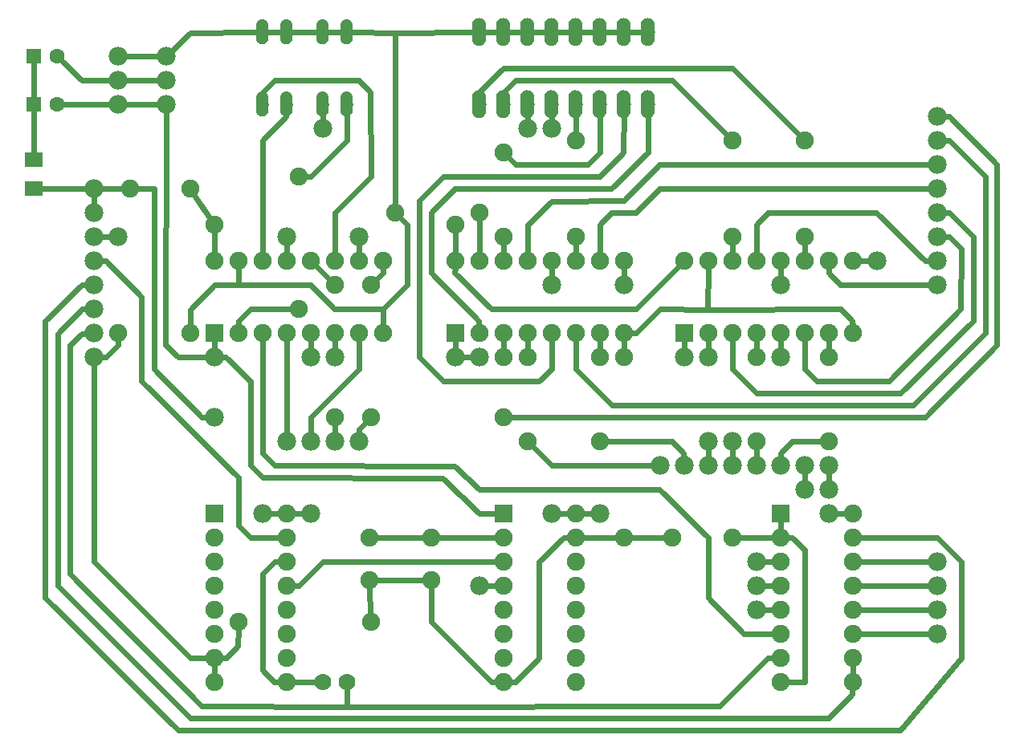
<source format=gbl>
G04 MADE WITH FRITZING*
G04 WWW.FRITZING.ORG*
G04 SINGLE SIDED*
G04 HOLES NOT PLATED*
G04 CONTOUR ON CENTER OF CONTOUR VECTOR*
%ASAXBY*%
%FSLAX23Y23*%
%MOIN*%
%OFA0B0*%
%SFA1.0B1.0*%
%ADD10C,0.075000*%
%ADD11C,0.078000*%
%ADD12C,0.062992*%
%ADD13C,0.052000*%
%ADD14C,0.058189*%
%ADD15C,0.070000*%
%ADD16R,0.062992X0.062992*%
%ADD17R,0.075000X0.075000*%
%ADD18R,0.074803X0.062992*%
%ADD19C,0.024000*%
%ADD20R,0.001000X0.001000*%
%LNCOPPER0*%
G90*
G70*
G54D10*
X2224Y1301D03*
X2224Y1651D03*
X2524Y1301D03*
X2524Y1651D03*
X3174Y1301D03*
X3174Y1651D03*
X3474Y1301D03*
X3474Y1651D03*
X1424Y1951D03*
X1424Y1401D03*
X1924Y2201D03*
X924Y2201D03*
X3374Y2151D03*
X3374Y2551D03*
X3074Y2151D03*
X3074Y2551D03*
X2424Y2151D03*
X2424Y2551D03*
X2124Y2151D03*
X2124Y2501D03*
X2124Y1401D03*
X2124Y1651D03*
G54D11*
X1374Y2601D03*
X1324Y1651D03*
X924Y1651D03*
X2224Y2601D03*
X2324Y2601D03*
X3274Y1651D03*
X2974Y1651D03*
X2874Y1651D03*
X1524Y2151D03*
X1224Y2151D03*
X2024Y1651D03*
X1924Y1651D03*
X3274Y1951D03*
X3674Y2051D03*
X2624Y1951D03*
X2324Y1951D03*
X524Y2901D03*
X524Y2801D03*
X524Y2701D03*
X724Y2901D03*
X724Y2801D03*
X724Y2701D03*
G54D12*
X174Y2701D03*
X273Y2701D03*
X174Y2901D03*
X273Y2901D03*
G54D11*
X3474Y1201D03*
X3374Y1201D03*
X3274Y1201D03*
X3174Y1201D03*
X3074Y1201D03*
X2974Y1201D03*
X2874Y1201D03*
X2774Y1201D03*
X3924Y1951D03*
X3924Y2051D03*
X3924Y2151D03*
X3924Y2251D03*
X3924Y2351D03*
X3924Y2451D03*
X3924Y2551D03*
X3924Y2651D03*
X3924Y501D03*
X3924Y601D03*
X3924Y701D03*
X3924Y801D03*
G54D10*
X2124Y1001D03*
X2424Y1001D03*
X2124Y901D03*
X2424Y901D03*
X2124Y801D03*
X2424Y801D03*
X2124Y701D03*
X2424Y701D03*
X2124Y601D03*
X2424Y601D03*
X2124Y501D03*
X2424Y501D03*
X2124Y401D03*
X2424Y401D03*
X2124Y301D03*
X2424Y301D03*
X924Y1751D03*
X924Y2051D03*
X1024Y1751D03*
X1024Y2051D03*
X1124Y1751D03*
X1124Y2051D03*
X1224Y1751D03*
X1224Y2051D03*
X1324Y1751D03*
X1324Y2051D03*
X1424Y1751D03*
X1424Y2051D03*
X1524Y1751D03*
X1524Y2051D03*
X1624Y1751D03*
X1624Y2051D03*
X1924Y1751D03*
X1924Y2051D03*
X2024Y1751D03*
X2024Y2051D03*
X2124Y1751D03*
X2124Y2051D03*
X2224Y1751D03*
X2224Y2051D03*
X2324Y1751D03*
X2324Y2051D03*
X2424Y1751D03*
X2424Y2051D03*
X2524Y1751D03*
X2524Y2051D03*
X2624Y1751D03*
X2624Y2051D03*
X2874Y1751D03*
X2874Y2051D03*
X2974Y1751D03*
X2974Y2051D03*
X3074Y1751D03*
X3074Y2051D03*
X3174Y1751D03*
X3174Y2051D03*
X3274Y1751D03*
X3274Y2051D03*
X3374Y1751D03*
X3374Y2051D03*
X3474Y1751D03*
X3474Y2051D03*
X3574Y1751D03*
X3574Y2051D03*
G54D13*
X1124Y2701D03*
X1224Y2701D03*
X1224Y3001D03*
X1124Y3001D03*
X1374Y2701D03*
X1474Y2701D03*
X1474Y3001D03*
X1374Y3001D03*
G54D14*
X2024Y2701D03*
X2124Y2701D03*
X2624Y2701D03*
X2724Y2701D03*
X2224Y2701D03*
X2324Y2701D03*
X2524Y2701D03*
X2424Y2701D03*
X2724Y3001D03*
X2624Y3001D03*
X2524Y3001D03*
X2424Y3001D03*
X2324Y3001D03*
X2224Y3001D03*
X2124Y3001D03*
X2024Y3001D03*
G54D10*
X3274Y1001D03*
X3574Y1001D03*
X3274Y901D03*
X3574Y901D03*
X3274Y801D03*
X3574Y801D03*
X3274Y701D03*
X3574Y701D03*
X3274Y601D03*
X3574Y601D03*
X3274Y501D03*
X3574Y501D03*
X3274Y401D03*
X3574Y401D03*
X3274Y301D03*
X3574Y301D03*
X1274Y1851D03*
X1274Y2401D03*
G54D11*
X3374Y1101D03*
X3474Y1101D03*
X2974Y1301D03*
X3074Y1301D03*
G54D10*
X924Y1001D03*
X1224Y1001D03*
X924Y901D03*
X1224Y901D03*
X924Y801D03*
X1224Y801D03*
X924Y701D03*
X1224Y701D03*
X924Y601D03*
X1224Y601D03*
X924Y501D03*
X1224Y501D03*
X924Y401D03*
X1224Y401D03*
X1568Y901D03*
X1824Y901D03*
X1568Y724D03*
X1824Y724D03*
G54D11*
X1224Y1301D03*
X1324Y1301D03*
X1424Y1301D03*
X1524Y1301D03*
X424Y1651D03*
X424Y1751D03*
X424Y1851D03*
X424Y1951D03*
X424Y2051D03*
X424Y2151D03*
X424Y2251D03*
X424Y2351D03*
G54D10*
X1574Y1951D03*
X1574Y1401D03*
G54D11*
X1424Y1651D03*
X3174Y801D03*
X3174Y701D03*
X3174Y601D03*
G54D15*
X1374Y301D03*
X1474Y301D03*
G54D10*
X524Y1751D03*
X824Y1751D03*
X574Y2351D03*
X824Y2351D03*
X1224Y301D03*
X924Y301D03*
G54D11*
X2324Y1001D03*
X1124Y1001D03*
X3474Y1001D03*
X2524Y1001D03*
X1324Y1001D03*
X2024Y701D03*
X524Y2151D03*
X924Y1401D03*
G54D10*
X2024Y2251D03*
X1674Y2251D03*
X1574Y551D03*
X1024Y551D03*
X3074Y901D03*
X2824Y901D03*
X2624Y901D03*
X2624Y1651D03*
G54D16*
X174Y2701D03*
X174Y2901D03*
G54D17*
X2124Y1001D03*
X924Y1751D03*
X1924Y1751D03*
X2874Y1751D03*
X3274Y1001D03*
X924Y1001D03*
G54D18*
X174Y2473D03*
X174Y2351D03*
G54D19*
X424Y2321D02*
X424Y2281D01*
D02*
X1569Y695D02*
X1573Y580D01*
D02*
X1023Y452D02*
X975Y401D01*
D02*
X975Y401D02*
X953Y401D01*
D02*
X1024Y522D02*
X1023Y452D01*
D02*
X475Y1652D02*
X454Y1652D01*
D02*
X524Y1701D02*
X475Y1652D01*
D02*
X524Y1722D02*
X524Y1701D01*
D02*
X825Y1849D02*
X824Y1780D01*
D02*
X925Y1953D02*
X825Y1849D01*
D02*
X1024Y1953D02*
X925Y1953D01*
D02*
X1954Y1651D02*
X1994Y1651D01*
D02*
X3323Y1303D02*
X3446Y1301D01*
D02*
X3275Y1251D02*
X3323Y1303D01*
D02*
X3474Y1680D02*
X3474Y1722D01*
D02*
X3274Y1231D02*
X3275Y1251D01*
D02*
X2676Y1750D02*
X2653Y1751D01*
D02*
X3525Y1851D02*
X2972Y1849D01*
D02*
X3573Y1800D02*
X3525Y1851D01*
D02*
X3574Y1780D02*
X3573Y1800D01*
D02*
X2676Y1850D02*
X2076Y1850D01*
D02*
X2854Y2031D02*
X2676Y1850D01*
D02*
X1923Y2002D02*
X1924Y2022D01*
D02*
X2076Y1850D02*
X1923Y2002D01*
D02*
X3875Y2051D02*
X3673Y2250D01*
D02*
X3223Y2250D02*
X3175Y2201D01*
D02*
X3673Y2250D02*
X3223Y2250D01*
D02*
X3175Y2201D02*
X3174Y2080D01*
D02*
X3894Y2051D02*
X3875Y2050D01*
D02*
X3174Y1272D02*
X3174Y1231D01*
D02*
X3174Y1722D02*
X3174Y1680D01*
D02*
X2524Y1722D02*
X2524Y1680D01*
D02*
X2873Y1251D02*
X2874Y1231D01*
D02*
X2825Y1303D02*
X2873Y1251D01*
D02*
X2553Y1301D02*
X2825Y1303D01*
D02*
X2224Y1722D02*
X2224Y1680D01*
D02*
X2324Y1203D02*
X2244Y1281D01*
D02*
X2744Y1201D02*
X2324Y1203D01*
D02*
X4023Y1852D02*
X3725Y1551D01*
D02*
X4026Y2102D02*
X4023Y1852D01*
D02*
X3974Y2150D02*
X4026Y2102D01*
D02*
X3954Y2150D02*
X3974Y2150D01*
D02*
X3725Y1551D02*
X3425Y1550D01*
D02*
X3374Y1601D02*
X3374Y1722D01*
D02*
X3425Y1550D02*
X3374Y1601D01*
D02*
X4074Y1801D02*
X3773Y1500D01*
D02*
X4074Y2150D02*
X4074Y1801D01*
D02*
X3076Y1601D02*
X3074Y1722D01*
D02*
X3175Y1502D02*
X3076Y1601D01*
D02*
X3773Y1500D02*
X3175Y1502D01*
D02*
X3974Y2250D02*
X4074Y2150D01*
D02*
X3954Y2250D02*
X3974Y2250D01*
D02*
X3474Y2002D02*
X3474Y2022D01*
D02*
X3522Y1951D02*
X3474Y2002D01*
D02*
X3894Y1951D02*
X3522Y1951D01*
D02*
X2124Y1680D02*
X2124Y1722D01*
D02*
X3875Y1401D02*
X2153Y1401D01*
D02*
X4173Y1702D02*
X3875Y1401D01*
D02*
X4173Y2452D02*
X4173Y1702D01*
D02*
X3954Y2651D02*
X3974Y2651D01*
D02*
X3974Y2651D02*
X4173Y2452D01*
D02*
X4125Y1750D02*
X3824Y1452D01*
D02*
X4125Y2400D02*
X4125Y1750D01*
D02*
X3824Y1452D02*
X2575Y1450D01*
D02*
X2424Y1601D02*
X2424Y1722D01*
D02*
X2575Y1450D02*
X2424Y1601D01*
D02*
X3974Y2551D02*
X4125Y2400D01*
D02*
X3954Y2551D02*
X3974Y2551D01*
D02*
X2573Y2250D02*
X2524Y2202D01*
D02*
X2773Y2351D02*
X2675Y2251D01*
D02*
X2675Y2251D02*
X2573Y2250D01*
D02*
X2524Y2202D02*
X2524Y2080D01*
D02*
X3894Y2351D02*
X2773Y2351D01*
D02*
X2224Y2202D02*
X2224Y2080D01*
D02*
X2773Y2452D02*
X2625Y2301D01*
D02*
X2625Y2301D02*
X2325Y2299D01*
D02*
X2325Y2299D02*
X2224Y2202D01*
D02*
X3894Y2451D02*
X2773Y2452D01*
D02*
X2726Y2500D02*
X2573Y2352D01*
D02*
X2023Y1800D02*
X2023Y1780D01*
D02*
X1923Y2352D02*
X1824Y2250D01*
D02*
X2573Y2352D02*
X1923Y2352D01*
D02*
X1824Y2250D02*
X1824Y2002D01*
D02*
X1824Y2002D02*
X2023Y1800D01*
D02*
X2724Y2671D02*
X2726Y2500D01*
D02*
X2623Y2500D02*
X2524Y2401D01*
D02*
X1775Y1652D02*
X1875Y1550D01*
D02*
X1775Y2301D02*
X1775Y1652D01*
D02*
X1875Y1550D02*
X2273Y1550D01*
D02*
X2273Y1550D02*
X2324Y1601D01*
D02*
X2324Y1601D02*
X2324Y1722D01*
D02*
X1875Y2400D02*
X1775Y2301D01*
D02*
X2524Y2401D02*
X1875Y2400D01*
D02*
X2624Y2671D02*
X2623Y2500D01*
D02*
X2324Y1981D02*
X2324Y2022D01*
D02*
X2624Y1981D02*
X2624Y2022D01*
D02*
X2124Y2122D02*
X2124Y2080D01*
D02*
X2524Y2502D02*
X2476Y2450D01*
D02*
X2175Y2450D02*
X2144Y2481D01*
D02*
X2476Y2450D02*
X2175Y2450D01*
D02*
X2524Y2671D02*
X2524Y2502D01*
D02*
X2424Y2080D02*
X2424Y2122D01*
D02*
X2424Y2671D02*
X2424Y2580D01*
D02*
X3074Y2080D02*
X3074Y2122D01*
D02*
X3374Y2080D02*
X3374Y2122D01*
D02*
X3603Y2051D02*
X3644Y2051D01*
D02*
X3274Y2022D02*
X3274Y1981D01*
D02*
X1924Y1722D02*
X1924Y1681D01*
D02*
X2874Y1722D02*
X2874Y1681D01*
D02*
X2974Y1722D02*
X2974Y1681D01*
D02*
X3274Y1722D02*
X3274Y1681D01*
D02*
X2825Y2801D02*
X3054Y2571D01*
D02*
X2174Y2802D02*
X2825Y2801D01*
D02*
X2125Y2750D02*
X2174Y2802D01*
D02*
X2125Y2731D02*
X2125Y2750D01*
D02*
X3075Y2851D02*
X3354Y2571D01*
D02*
X2125Y2850D02*
X3075Y2851D01*
D02*
X2023Y2750D02*
X2125Y2850D01*
D02*
X2023Y2731D02*
X2023Y2750D01*
D02*
X2224Y2631D02*
X2224Y2671D01*
D02*
X2324Y2631D02*
X2324Y2671D01*
D02*
X2094Y3001D02*
X2054Y3001D01*
D02*
X2154Y3001D02*
X2194Y3001D01*
D02*
X2254Y3001D02*
X2294Y3001D01*
D02*
X2354Y3001D02*
X2394Y3001D01*
D02*
X2454Y3001D02*
X2494Y3001D01*
D02*
X2554Y3001D02*
X2594Y3001D01*
D02*
X2654Y3001D02*
X2694Y3001D01*
D02*
X1197Y3001D02*
X1151Y3001D01*
D02*
X1251Y3001D02*
X1347Y3001D01*
D02*
X1401Y3001D02*
X1447Y3001D01*
D02*
X1676Y2999D02*
X1501Y3001D01*
D02*
X1994Y3001D02*
X1676Y2999D01*
D02*
X694Y2801D02*
X554Y2801D01*
D02*
X694Y2901D02*
X554Y2901D01*
D02*
X694Y2701D02*
X554Y2701D01*
D02*
X1404Y1971D02*
X1344Y2031D01*
D02*
X924Y1722D02*
X924Y1681D01*
D02*
X1325Y2400D02*
X1303Y2400D01*
D02*
X1474Y2551D02*
X1325Y2400D01*
D02*
X1024Y1800D02*
X1024Y1780D01*
D02*
X1076Y1851D02*
X1024Y1800D01*
D02*
X1246Y1851D02*
X1076Y1851D01*
D02*
X1474Y2674D02*
X1474Y2551D01*
D02*
X1324Y1681D02*
X1324Y1722D01*
D02*
X1125Y2551D02*
X1124Y2080D01*
D02*
X1223Y2651D02*
X1125Y2551D01*
D02*
X1224Y2674D02*
X1223Y2651D01*
D02*
X1425Y2251D02*
X1424Y2080D01*
D02*
X1573Y2750D02*
X1576Y2401D01*
D02*
X1576Y2401D02*
X1425Y2251D01*
D02*
X1525Y2802D02*
X1573Y2750D01*
D02*
X1174Y2801D02*
X1525Y2802D01*
D02*
X1124Y2751D02*
X1174Y2801D01*
D02*
X1124Y2728D02*
X1124Y2751D01*
D02*
X1724Y1950D02*
X1624Y1851D01*
D02*
X1727Y2202D02*
X1724Y1950D01*
D02*
X1624Y1851D02*
X1624Y1780D01*
D02*
X1676Y2999D02*
X1674Y2280D01*
D02*
X1097Y3001D02*
X824Y2999D01*
D02*
X494Y2701D02*
X299Y2701D01*
D02*
X375Y2801D02*
X292Y2882D01*
D02*
X494Y2801D02*
X375Y2801D01*
D02*
X174Y2874D02*
X174Y2728D01*
D02*
X723Y1701D02*
X724Y2671D01*
D02*
X774Y1652D02*
X723Y1701D01*
D02*
X894Y1651D02*
X774Y1652D01*
D02*
X1024Y1953D02*
X1024Y2022D01*
D02*
X1423Y1851D02*
X1324Y1950D01*
D02*
X1624Y1851D02*
X1423Y1851D01*
D02*
X1324Y1950D02*
X1024Y1953D01*
D02*
X1374Y2674D02*
X1374Y2631D01*
D02*
X3574Y330D02*
X3574Y372D01*
D02*
X3274Y930D02*
X3274Y972D01*
D02*
X3894Y801D02*
X3603Y801D01*
D02*
X3894Y701D02*
X3603Y701D01*
D02*
X3894Y601D02*
X3603Y601D01*
D02*
X3894Y501D02*
X3603Y501D01*
D02*
X3323Y902D02*
X3303Y901D01*
D02*
X3375Y850D02*
X3323Y902D01*
D02*
X3375Y302D02*
X3375Y850D01*
D02*
X3303Y301D02*
X3375Y302D01*
D02*
X1124Y1251D02*
X1124Y1722D01*
D02*
X1175Y1200D02*
X1124Y1251D01*
D02*
X1175Y1200D02*
X1923Y1199D01*
D02*
X1224Y2121D02*
X1224Y2080D01*
D02*
X3246Y801D02*
X3204Y801D01*
D02*
X3246Y701D02*
X3204Y701D01*
D02*
X924Y2172D02*
X924Y2080D01*
D02*
X223Y653D02*
X774Y101D01*
D02*
X223Y1801D02*
X223Y653D01*
D02*
X376Y1950D02*
X223Y1801D01*
D02*
X394Y1950D02*
X376Y1950D01*
D02*
X324Y1701D02*
X324Y750D01*
D02*
X376Y1749D02*
X324Y1701D01*
D02*
X394Y1750D02*
X376Y1749D01*
D02*
X1476Y199D02*
X3023Y201D01*
D02*
X3223Y400D02*
X3246Y400D01*
D02*
X3023Y201D02*
X3223Y400D01*
D02*
X873Y200D02*
X1476Y199D01*
D02*
X324Y750D02*
X873Y200D01*
D02*
X2776Y1850D02*
X2676Y1750D01*
D02*
X2972Y1849D02*
X2776Y1850D01*
D02*
X2972Y1849D02*
X2974Y2022D01*
D02*
X3123Y500D02*
X3246Y501D01*
D02*
X2974Y653D02*
X3123Y500D01*
D02*
X2974Y902D02*
X2974Y653D01*
D02*
X3074Y1231D02*
X3074Y1271D01*
D02*
X2974Y1231D02*
X2974Y1271D01*
D02*
X3474Y1171D02*
X3474Y1131D01*
D02*
X3374Y1171D02*
X3374Y1131D01*
D02*
X2376Y901D02*
X2396Y901D01*
D02*
X2273Y802D02*
X2376Y901D01*
D02*
X2273Y401D02*
X2273Y802D01*
D02*
X2174Y301D02*
X2273Y401D01*
D02*
X2153Y301D02*
X2174Y301D01*
D02*
X2024Y1002D02*
X2096Y1001D01*
D02*
X1873Y1149D02*
X2024Y1002D01*
D02*
X1076Y1550D02*
X1076Y1200D01*
D02*
X1124Y1152D02*
X1873Y1149D01*
D02*
X1076Y1200D02*
X1124Y1152D01*
D02*
X973Y1652D02*
X1076Y1550D01*
D02*
X954Y1652D02*
X973Y1652D01*
D02*
X1597Y901D02*
X1796Y901D01*
D02*
X1796Y724D02*
X1597Y724D01*
D02*
X1224Y1722D02*
X1224Y1331D01*
D02*
X1524Y1601D02*
X1524Y1722D01*
D02*
X1324Y1400D02*
X1524Y1601D01*
D02*
X1324Y1331D02*
X1324Y1400D01*
D02*
X3573Y251D02*
X3476Y151D01*
D02*
X3573Y272D02*
X3573Y251D01*
D02*
X3926Y902D02*
X3603Y901D01*
D02*
X4026Y801D02*
X3925Y902D01*
D02*
X376Y1850D02*
X394Y1850D01*
D02*
X275Y1749D02*
X376Y1850D01*
D02*
X275Y701D02*
X275Y1749D01*
D02*
X825Y152D02*
X275Y701D01*
D02*
X3476Y151D02*
X825Y152D01*
D02*
X4026Y400D02*
X4026Y801D01*
D02*
X3773Y102D02*
X4026Y400D01*
D02*
X774Y101D02*
X3773Y102D01*
D02*
X1624Y2001D02*
X1624Y2022D01*
D02*
X1594Y1971D02*
X1624Y2001D01*
D02*
X1525Y1350D02*
X1554Y1381D01*
D02*
X1525Y1331D02*
X1525Y1350D01*
D02*
X1424Y1331D02*
X1424Y1372D01*
D02*
X1424Y1722D02*
X1424Y1681D01*
D02*
X3246Y601D02*
X3204Y601D01*
D02*
X1825Y552D02*
X1824Y695D01*
D02*
X2074Y300D02*
X1825Y552D01*
D02*
X2096Y300D02*
X2074Y300D01*
D02*
X2096Y901D02*
X1853Y901D01*
D02*
X1374Y801D02*
X2096Y801D01*
D02*
X2773Y1102D02*
X2974Y902D01*
D02*
X2024Y1103D02*
X2773Y1102D01*
D02*
X1923Y1199D02*
X2024Y1103D01*
D02*
X1476Y199D02*
X1475Y275D01*
D02*
X1275Y702D02*
X1253Y702D01*
D02*
X1374Y801D02*
X1275Y702D01*
D02*
X825Y400D02*
X896Y401D01*
D02*
X424Y801D02*
X825Y400D01*
D02*
X424Y1621D02*
X424Y801D01*
D02*
X174Y2674D02*
X174Y2499D01*
D02*
X394Y2351D02*
X206Y2351D01*
D02*
X1924Y2172D02*
X1924Y2080D01*
D02*
X454Y2351D02*
X546Y2351D01*
D02*
X908Y2225D02*
X840Y2327D01*
D02*
X924Y372D02*
X924Y330D01*
D02*
X1348Y301D02*
X1253Y301D01*
D02*
X623Y1550D02*
X1024Y1152D01*
D02*
X1024Y953D02*
X1076Y901D01*
D02*
X1024Y1152D02*
X1024Y953D01*
D02*
X1076Y901D02*
X1196Y901D01*
D02*
X623Y1900D02*
X623Y1550D01*
D02*
X454Y2051D02*
X475Y2050D01*
D02*
X475Y2051D02*
X623Y1900D01*
D02*
X1175Y802D02*
X1196Y801D01*
D02*
X1124Y750D02*
X1175Y802D01*
D02*
X1125Y351D02*
X1124Y750D01*
D02*
X1173Y300D02*
X1125Y351D01*
D02*
X1196Y301D02*
X1173Y300D01*
D02*
X873Y1402D02*
X894Y1402D01*
D02*
X674Y1601D02*
X873Y1402D01*
D02*
X674Y2351D02*
X674Y1601D01*
D02*
X603Y2351D02*
X674Y2351D01*
D02*
X1294Y1001D02*
X1253Y1001D01*
D02*
X2453Y1001D02*
X2494Y1001D01*
D02*
X3504Y1001D02*
X3546Y1001D01*
D02*
X2653Y901D02*
X2796Y901D01*
D02*
X2453Y901D02*
X2596Y901D01*
D02*
X3246Y901D02*
X3103Y901D01*
D02*
X1695Y2232D02*
X1727Y2202D01*
D02*
X2024Y2222D02*
X2024Y2080D01*
D02*
X2624Y1722D02*
X2624Y1680D01*
D02*
X824Y2999D02*
X746Y2922D01*
D02*
X2396Y1001D02*
X2354Y1001D01*
D02*
X1196Y1001D02*
X1154Y1001D01*
D02*
X2096Y701D02*
X2054Y701D01*
D02*
X494Y2151D02*
X454Y2151D01*
D02*
X1524Y2080D02*
X1524Y2121D01*
G54D20*
X2021Y3060D02*
X2026Y3060D01*
X2121Y3060D02*
X2126Y3060D01*
X2221Y3060D02*
X2226Y3060D01*
X2321Y3060D02*
X2326Y3060D01*
X2421Y3060D02*
X2426Y3060D01*
X2521Y3060D02*
X2526Y3060D01*
X2621Y3060D02*
X2626Y3060D01*
X2721Y3060D02*
X2726Y3060D01*
X2016Y3059D02*
X2031Y3059D01*
X2116Y3059D02*
X2131Y3059D01*
X2216Y3059D02*
X2231Y3059D01*
X2316Y3059D02*
X2331Y3059D01*
X2416Y3059D02*
X2431Y3059D01*
X2516Y3059D02*
X2531Y3059D01*
X2616Y3059D02*
X2631Y3059D01*
X2716Y3059D02*
X2731Y3059D01*
X2013Y3058D02*
X2034Y3058D01*
X2113Y3058D02*
X2134Y3058D01*
X2213Y3058D02*
X2234Y3058D01*
X2313Y3058D02*
X2334Y3058D01*
X2413Y3058D02*
X2434Y3058D01*
X2513Y3058D02*
X2534Y3058D01*
X2613Y3058D02*
X2634Y3058D01*
X2713Y3058D02*
X2734Y3058D01*
X2011Y3057D02*
X2036Y3057D01*
X2111Y3057D02*
X2136Y3057D01*
X2211Y3057D02*
X2236Y3057D01*
X2311Y3057D02*
X2336Y3057D01*
X2411Y3057D02*
X2436Y3057D01*
X2511Y3057D02*
X2536Y3057D01*
X2611Y3057D02*
X2636Y3057D01*
X2711Y3057D02*
X2736Y3057D01*
X2009Y3056D02*
X2038Y3056D01*
X2109Y3056D02*
X2138Y3056D01*
X2209Y3056D02*
X2238Y3056D01*
X2309Y3056D02*
X2338Y3056D01*
X2409Y3056D02*
X2438Y3056D01*
X2509Y3056D02*
X2538Y3056D01*
X2609Y3056D02*
X2638Y3056D01*
X2709Y3056D02*
X2738Y3056D01*
X2007Y3055D02*
X2039Y3055D01*
X2107Y3055D02*
X2139Y3055D01*
X2207Y3055D02*
X2239Y3055D01*
X2307Y3055D02*
X2339Y3055D01*
X2407Y3055D02*
X2439Y3055D01*
X2507Y3055D02*
X2539Y3055D01*
X2607Y3055D02*
X2639Y3055D01*
X2707Y3055D02*
X2739Y3055D01*
X2006Y3054D02*
X2041Y3054D01*
X2106Y3054D02*
X2141Y3054D01*
X2206Y3054D02*
X2241Y3054D01*
X2306Y3054D02*
X2341Y3054D01*
X2406Y3054D02*
X2441Y3054D01*
X2506Y3054D02*
X2541Y3054D01*
X2606Y3054D02*
X2641Y3054D01*
X2706Y3054D02*
X2741Y3054D01*
X1117Y3053D02*
X1130Y3053D01*
X1217Y3053D02*
X1230Y3053D01*
X1367Y3053D02*
X1380Y3053D01*
X1467Y3053D02*
X1480Y3053D01*
X2005Y3053D02*
X2042Y3053D01*
X2105Y3053D02*
X2142Y3053D01*
X2205Y3053D02*
X2242Y3053D01*
X2305Y3053D02*
X2342Y3053D01*
X2405Y3053D02*
X2442Y3053D01*
X2505Y3053D02*
X2542Y3053D01*
X2605Y3053D02*
X2642Y3053D01*
X2705Y3053D02*
X2742Y3053D01*
X1114Y3052D02*
X1133Y3052D01*
X1214Y3052D02*
X1233Y3052D01*
X1364Y3052D02*
X1383Y3052D01*
X1464Y3052D02*
X1483Y3052D01*
X2004Y3052D02*
X2043Y3052D01*
X2104Y3052D02*
X2143Y3052D01*
X2204Y3052D02*
X2243Y3052D01*
X2304Y3052D02*
X2343Y3052D01*
X2404Y3052D02*
X2443Y3052D01*
X2504Y3052D02*
X2543Y3052D01*
X2604Y3052D02*
X2643Y3052D01*
X2704Y3052D02*
X2743Y3052D01*
X1112Y3051D02*
X1135Y3051D01*
X1212Y3051D02*
X1235Y3051D01*
X1362Y3051D02*
X1385Y3051D01*
X1462Y3051D02*
X1485Y3051D01*
X2003Y3051D02*
X2044Y3051D01*
X2103Y3051D02*
X2144Y3051D01*
X2203Y3051D02*
X2244Y3051D01*
X2303Y3051D02*
X2344Y3051D01*
X2403Y3051D02*
X2444Y3051D01*
X2503Y3051D02*
X2544Y3051D01*
X2603Y3051D02*
X2644Y3051D01*
X2703Y3051D02*
X2744Y3051D01*
X1110Y3050D02*
X1137Y3050D01*
X1210Y3050D02*
X1237Y3050D01*
X1360Y3050D02*
X1387Y3050D01*
X1460Y3050D02*
X1487Y3050D01*
X2002Y3050D02*
X2045Y3050D01*
X2102Y3050D02*
X2145Y3050D01*
X2202Y3050D02*
X2245Y3050D01*
X2302Y3050D02*
X2345Y3050D01*
X2402Y3050D02*
X2445Y3050D01*
X2502Y3050D02*
X2545Y3050D01*
X2602Y3050D02*
X2645Y3050D01*
X2702Y3050D02*
X2745Y3050D01*
X1109Y3049D02*
X1138Y3049D01*
X1209Y3049D02*
X1238Y3049D01*
X1359Y3049D02*
X1388Y3049D01*
X1459Y3049D02*
X1488Y3049D01*
X2001Y3049D02*
X2046Y3049D01*
X2101Y3049D02*
X2146Y3049D01*
X2201Y3049D02*
X2246Y3049D01*
X2301Y3049D02*
X2346Y3049D01*
X2401Y3049D02*
X2446Y3049D01*
X2501Y3049D02*
X2546Y3049D01*
X2601Y3049D02*
X2646Y3049D01*
X2701Y3049D02*
X2746Y3049D01*
X1108Y3048D02*
X1139Y3048D01*
X1208Y3048D02*
X1239Y3048D01*
X1358Y3048D02*
X1389Y3048D01*
X1457Y3048D02*
X1489Y3048D01*
X2000Y3048D02*
X2046Y3048D01*
X2100Y3048D02*
X2146Y3048D01*
X2200Y3048D02*
X2246Y3048D01*
X2300Y3048D02*
X2346Y3048D01*
X2400Y3048D02*
X2446Y3048D01*
X2500Y3048D02*
X2546Y3048D01*
X2600Y3048D02*
X2646Y3048D01*
X2700Y3048D02*
X2746Y3048D01*
X1106Y3047D02*
X1141Y3047D01*
X1206Y3047D02*
X1241Y3047D01*
X1356Y3047D02*
X1391Y3047D01*
X1456Y3047D02*
X1490Y3047D01*
X1999Y3047D02*
X2047Y3047D01*
X2099Y3047D02*
X2147Y3047D01*
X2199Y3047D02*
X2247Y3047D01*
X2299Y3047D02*
X2347Y3047D01*
X2399Y3047D02*
X2447Y3047D01*
X2499Y3047D02*
X2547Y3047D01*
X2599Y3047D02*
X2647Y3047D01*
X2699Y3047D02*
X2747Y3047D01*
X1105Y3046D02*
X1142Y3046D01*
X1205Y3046D02*
X1242Y3046D01*
X1355Y3046D02*
X1392Y3046D01*
X1455Y3046D02*
X1492Y3046D01*
X1999Y3046D02*
X2048Y3046D01*
X2099Y3046D02*
X2148Y3046D01*
X2199Y3046D02*
X2248Y3046D01*
X2299Y3046D02*
X2348Y3046D01*
X2399Y3046D02*
X2448Y3046D01*
X2499Y3046D02*
X2548Y3046D01*
X2599Y3046D02*
X2648Y3046D01*
X2699Y3046D02*
X2748Y3046D01*
X1104Y3045D02*
X1142Y3045D01*
X1204Y3045D02*
X1242Y3045D01*
X1354Y3045D02*
X1392Y3045D01*
X1454Y3045D02*
X1492Y3045D01*
X1998Y3045D02*
X2048Y3045D01*
X2098Y3045D02*
X2148Y3045D01*
X2198Y3045D02*
X2248Y3045D01*
X2298Y3045D02*
X2348Y3045D01*
X2398Y3045D02*
X2448Y3045D01*
X2498Y3045D02*
X2548Y3045D01*
X2598Y3045D02*
X2648Y3045D01*
X2698Y3045D02*
X2748Y3045D01*
X1104Y3044D02*
X1143Y3044D01*
X1204Y3044D02*
X1243Y3044D01*
X1354Y3044D02*
X1393Y3044D01*
X1454Y3044D02*
X1493Y3044D01*
X1998Y3044D02*
X2049Y3044D01*
X2098Y3044D02*
X2149Y3044D01*
X2198Y3044D02*
X2249Y3044D01*
X2298Y3044D02*
X2349Y3044D01*
X2398Y3044D02*
X2449Y3044D01*
X2498Y3044D02*
X2549Y3044D01*
X2598Y3044D02*
X2649Y3044D01*
X2698Y3044D02*
X2749Y3044D01*
X1103Y3043D02*
X1144Y3043D01*
X1203Y3043D02*
X1244Y3043D01*
X1353Y3043D02*
X1394Y3043D01*
X1453Y3043D02*
X1494Y3043D01*
X1997Y3043D02*
X2049Y3043D01*
X2097Y3043D02*
X2149Y3043D01*
X2197Y3043D02*
X2249Y3043D01*
X2297Y3043D02*
X2349Y3043D01*
X2397Y3043D02*
X2449Y3043D01*
X2497Y3043D02*
X2549Y3043D01*
X2597Y3043D02*
X2649Y3043D01*
X2697Y3043D02*
X2749Y3043D01*
X1102Y3042D02*
X1145Y3042D01*
X1202Y3042D02*
X1245Y3042D01*
X1352Y3042D02*
X1395Y3042D01*
X1452Y3042D02*
X1495Y3042D01*
X1997Y3042D02*
X2050Y3042D01*
X2097Y3042D02*
X2150Y3042D01*
X2197Y3042D02*
X2250Y3042D01*
X2297Y3042D02*
X2350Y3042D01*
X2397Y3042D02*
X2450Y3042D01*
X2497Y3042D02*
X2550Y3042D01*
X2597Y3042D02*
X2650Y3042D01*
X2697Y3042D02*
X2750Y3042D01*
X1102Y3041D02*
X1145Y3041D01*
X1202Y3041D02*
X1245Y3041D01*
X1352Y3041D02*
X1395Y3041D01*
X1452Y3041D02*
X1495Y3041D01*
X1996Y3041D02*
X2050Y3041D01*
X2096Y3041D02*
X2150Y3041D01*
X2196Y3041D02*
X2250Y3041D01*
X2296Y3041D02*
X2350Y3041D01*
X2396Y3041D02*
X2450Y3041D01*
X2496Y3041D02*
X2550Y3041D01*
X2596Y3041D02*
X2650Y3041D01*
X2696Y3041D02*
X2750Y3041D01*
X1101Y3040D02*
X1146Y3040D01*
X1201Y3040D02*
X1246Y3040D01*
X1351Y3040D02*
X1396Y3040D01*
X1451Y3040D02*
X1496Y3040D01*
X1996Y3040D02*
X2050Y3040D01*
X2096Y3040D02*
X2150Y3040D01*
X2196Y3040D02*
X2250Y3040D01*
X2296Y3040D02*
X2350Y3040D01*
X2396Y3040D02*
X2450Y3040D01*
X2496Y3040D02*
X2550Y3040D01*
X2596Y3040D02*
X2650Y3040D01*
X2696Y3040D02*
X2750Y3040D01*
X1100Y3039D02*
X1146Y3039D01*
X1200Y3039D02*
X1246Y3039D01*
X1350Y3039D02*
X1396Y3039D01*
X1450Y3039D02*
X1496Y3039D01*
X1996Y3039D02*
X2051Y3039D01*
X2096Y3039D02*
X2151Y3039D01*
X2196Y3039D02*
X2251Y3039D01*
X2296Y3039D02*
X2351Y3039D01*
X2396Y3039D02*
X2451Y3039D01*
X2496Y3039D02*
X2551Y3039D01*
X2596Y3039D02*
X2651Y3039D01*
X2696Y3039D02*
X2751Y3039D01*
X1100Y3038D02*
X1147Y3038D01*
X1200Y3038D02*
X1247Y3038D01*
X1350Y3038D02*
X1397Y3038D01*
X1450Y3038D02*
X1497Y3038D01*
X1996Y3038D02*
X2051Y3038D01*
X2096Y3038D02*
X2151Y3038D01*
X2196Y3038D02*
X2251Y3038D01*
X2296Y3038D02*
X2351Y3038D01*
X2396Y3038D02*
X2451Y3038D01*
X2495Y3038D02*
X2551Y3038D01*
X2595Y3038D02*
X2651Y3038D01*
X2695Y3038D02*
X2751Y3038D01*
X1100Y3037D02*
X1147Y3037D01*
X1200Y3037D02*
X1247Y3037D01*
X1350Y3037D02*
X1397Y3037D01*
X1450Y3037D02*
X1497Y3037D01*
X1995Y3037D02*
X2051Y3037D01*
X2095Y3037D02*
X2151Y3037D01*
X2195Y3037D02*
X2251Y3037D01*
X2295Y3037D02*
X2351Y3037D01*
X2395Y3037D02*
X2451Y3037D01*
X2495Y3037D02*
X2551Y3037D01*
X2595Y3037D02*
X2651Y3037D01*
X2695Y3037D02*
X2751Y3037D01*
X1099Y3036D02*
X1148Y3036D01*
X1199Y3036D02*
X1248Y3036D01*
X1349Y3036D02*
X1398Y3036D01*
X1449Y3036D02*
X1498Y3036D01*
X1995Y3036D02*
X2051Y3036D01*
X2095Y3036D02*
X2151Y3036D01*
X2195Y3036D02*
X2251Y3036D01*
X2295Y3036D02*
X2351Y3036D01*
X2395Y3036D02*
X2451Y3036D01*
X2495Y3036D02*
X2551Y3036D01*
X2595Y3036D02*
X2651Y3036D01*
X2695Y3036D02*
X2751Y3036D01*
X1099Y3035D02*
X1148Y3035D01*
X1199Y3035D02*
X1248Y3035D01*
X1349Y3035D02*
X1398Y3035D01*
X1449Y3035D02*
X1498Y3035D01*
X1995Y3035D02*
X2052Y3035D01*
X2095Y3035D02*
X2152Y3035D01*
X2195Y3035D02*
X2252Y3035D01*
X2295Y3035D02*
X2352Y3035D01*
X2395Y3035D02*
X2452Y3035D01*
X2495Y3035D02*
X2552Y3035D01*
X2595Y3035D02*
X2651Y3035D01*
X2695Y3035D02*
X2751Y3035D01*
X1099Y3034D02*
X1148Y3034D01*
X1199Y3034D02*
X1248Y3034D01*
X1349Y3034D02*
X1398Y3034D01*
X1449Y3034D02*
X1498Y3034D01*
X1995Y3034D02*
X2052Y3034D01*
X2095Y3034D02*
X2152Y3034D01*
X2195Y3034D02*
X2252Y3034D01*
X2295Y3034D02*
X2352Y3034D01*
X2395Y3034D02*
X2452Y3034D01*
X2495Y3034D02*
X2552Y3034D01*
X2595Y3034D02*
X2652Y3034D01*
X2695Y3034D02*
X2752Y3034D01*
X1098Y3033D02*
X1148Y3033D01*
X1198Y3033D02*
X1248Y3033D01*
X1348Y3033D02*
X1398Y3033D01*
X1448Y3033D02*
X1498Y3033D01*
X1995Y3033D02*
X2052Y3033D01*
X2095Y3033D02*
X2152Y3033D01*
X2195Y3033D02*
X2252Y3033D01*
X2295Y3033D02*
X2352Y3033D01*
X2395Y3033D02*
X2452Y3033D01*
X2495Y3033D02*
X2552Y3033D01*
X2595Y3033D02*
X2652Y3033D01*
X2695Y3033D02*
X2752Y3033D01*
X1098Y3032D02*
X1149Y3032D01*
X1198Y3032D02*
X1249Y3032D01*
X1348Y3032D02*
X1399Y3032D01*
X1448Y3032D02*
X1499Y3032D01*
X1995Y3032D02*
X2052Y3032D01*
X2095Y3032D02*
X2152Y3032D01*
X2195Y3032D02*
X2252Y3032D01*
X2295Y3032D02*
X2352Y3032D01*
X2395Y3032D02*
X2452Y3032D01*
X2495Y3032D02*
X2552Y3032D01*
X2595Y3032D02*
X2652Y3032D01*
X2695Y3032D02*
X2752Y3032D01*
X1098Y3031D02*
X1149Y3031D01*
X1198Y3031D02*
X1249Y3031D01*
X1348Y3031D02*
X1399Y3031D01*
X1448Y3031D02*
X1499Y3031D01*
X1995Y3031D02*
X2052Y3031D01*
X2095Y3031D02*
X2152Y3031D01*
X2195Y3031D02*
X2252Y3031D01*
X2295Y3031D02*
X2352Y3031D01*
X2395Y3031D02*
X2452Y3031D01*
X2495Y3031D02*
X2552Y3031D01*
X2595Y3031D02*
X2652Y3031D01*
X2695Y3031D02*
X2752Y3031D01*
X1098Y3030D02*
X1149Y3030D01*
X1198Y3030D02*
X1249Y3030D01*
X1348Y3030D02*
X1399Y3030D01*
X1448Y3030D02*
X1499Y3030D01*
X1995Y3030D02*
X2052Y3030D01*
X2095Y3030D02*
X2152Y3030D01*
X2195Y3030D02*
X2252Y3030D01*
X2295Y3030D02*
X2352Y3030D01*
X2395Y3030D02*
X2452Y3030D01*
X2495Y3030D02*
X2552Y3030D01*
X2595Y3030D02*
X2652Y3030D01*
X2695Y3030D02*
X2752Y3030D01*
X1098Y3029D02*
X1149Y3029D01*
X1198Y3029D02*
X1249Y3029D01*
X1348Y3029D02*
X1399Y3029D01*
X1448Y3029D02*
X1499Y3029D01*
X1995Y3029D02*
X2052Y3029D01*
X2095Y3029D02*
X2152Y3029D01*
X2195Y3029D02*
X2252Y3029D01*
X2295Y3029D02*
X2352Y3029D01*
X2395Y3029D02*
X2452Y3029D01*
X2495Y3029D02*
X2552Y3029D01*
X2595Y3029D02*
X2652Y3029D01*
X2695Y3029D02*
X2752Y3029D01*
X1098Y3028D02*
X1149Y3028D01*
X1198Y3028D02*
X1249Y3028D01*
X1348Y3028D02*
X1399Y3028D01*
X1448Y3028D02*
X1499Y3028D01*
X1995Y3028D02*
X2052Y3028D01*
X2095Y3028D02*
X2152Y3028D01*
X2195Y3028D02*
X2252Y3028D01*
X2295Y3028D02*
X2352Y3028D01*
X2395Y3028D02*
X2452Y3028D01*
X2495Y3028D02*
X2552Y3028D01*
X2595Y3028D02*
X2652Y3028D01*
X2695Y3028D02*
X2752Y3028D01*
X1098Y3027D02*
X1149Y3027D01*
X1198Y3027D02*
X1249Y3027D01*
X1348Y3027D02*
X1399Y3027D01*
X1448Y3027D02*
X1499Y3027D01*
X1995Y3027D02*
X2052Y3027D01*
X2095Y3027D02*
X2152Y3027D01*
X2195Y3027D02*
X2252Y3027D01*
X2295Y3027D02*
X2352Y3027D01*
X2395Y3027D02*
X2452Y3027D01*
X2495Y3027D02*
X2552Y3027D01*
X2595Y3027D02*
X2652Y3027D01*
X2695Y3027D02*
X2752Y3027D01*
X1098Y3026D02*
X1149Y3026D01*
X1198Y3026D02*
X1249Y3026D01*
X1348Y3026D02*
X1399Y3026D01*
X1448Y3026D02*
X1499Y3026D01*
X1995Y3026D02*
X2052Y3026D01*
X2095Y3026D02*
X2152Y3026D01*
X2195Y3026D02*
X2252Y3026D01*
X2295Y3026D02*
X2352Y3026D01*
X2395Y3026D02*
X2452Y3026D01*
X2495Y3026D02*
X2552Y3026D01*
X2595Y3026D02*
X2652Y3026D01*
X2695Y3026D02*
X2752Y3026D01*
X1098Y3025D02*
X1149Y3025D01*
X1198Y3025D02*
X1249Y3025D01*
X1348Y3025D02*
X1399Y3025D01*
X1448Y3025D02*
X1499Y3025D01*
X1995Y3025D02*
X2052Y3025D01*
X2095Y3025D02*
X2152Y3025D01*
X2195Y3025D02*
X2252Y3025D01*
X2295Y3025D02*
X2352Y3025D01*
X2395Y3025D02*
X2452Y3025D01*
X2495Y3025D02*
X2552Y3025D01*
X2595Y3025D02*
X2652Y3025D01*
X2695Y3025D02*
X2752Y3025D01*
X1098Y3024D02*
X1149Y3024D01*
X1198Y3024D02*
X1249Y3024D01*
X1348Y3024D02*
X1399Y3024D01*
X1448Y3024D02*
X1499Y3024D01*
X1995Y3024D02*
X2052Y3024D01*
X2095Y3024D02*
X2152Y3024D01*
X2195Y3024D02*
X2252Y3024D01*
X2295Y3024D02*
X2352Y3024D01*
X2395Y3024D02*
X2452Y3024D01*
X2495Y3024D02*
X2552Y3024D01*
X2595Y3024D02*
X2652Y3024D01*
X2695Y3024D02*
X2752Y3024D01*
X1098Y3023D02*
X1149Y3023D01*
X1198Y3023D02*
X1249Y3023D01*
X1348Y3023D02*
X1399Y3023D01*
X1448Y3023D02*
X1499Y3023D01*
X1995Y3023D02*
X2052Y3023D01*
X2095Y3023D02*
X2152Y3023D01*
X2195Y3023D02*
X2252Y3023D01*
X2295Y3023D02*
X2352Y3023D01*
X2395Y3023D02*
X2452Y3023D01*
X2495Y3023D02*
X2552Y3023D01*
X2595Y3023D02*
X2652Y3023D01*
X2695Y3023D02*
X2752Y3023D01*
X1098Y3022D02*
X1149Y3022D01*
X1198Y3022D02*
X1249Y3022D01*
X1348Y3022D02*
X1399Y3022D01*
X1448Y3022D02*
X1499Y3022D01*
X1995Y3022D02*
X2052Y3022D01*
X2095Y3022D02*
X2152Y3022D01*
X2195Y3022D02*
X2252Y3022D01*
X2295Y3022D02*
X2352Y3022D01*
X2395Y3022D02*
X2452Y3022D01*
X2495Y3022D02*
X2552Y3022D01*
X2595Y3022D02*
X2652Y3022D01*
X2695Y3022D02*
X2752Y3022D01*
X1098Y3021D02*
X1149Y3021D01*
X1198Y3021D02*
X1249Y3021D01*
X1348Y3021D02*
X1399Y3021D01*
X1448Y3021D02*
X1499Y3021D01*
X1995Y3021D02*
X2022Y3021D01*
X2025Y3021D02*
X2052Y3021D01*
X2095Y3021D02*
X2122Y3021D01*
X2125Y3021D02*
X2152Y3021D01*
X2195Y3021D02*
X2222Y3021D01*
X2225Y3021D02*
X2252Y3021D01*
X2295Y3021D02*
X2322Y3021D01*
X2325Y3021D02*
X2352Y3021D01*
X2395Y3021D02*
X2422Y3021D01*
X2425Y3021D02*
X2452Y3021D01*
X2495Y3021D02*
X2522Y3021D01*
X2524Y3021D02*
X2552Y3021D01*
X2595Y3021D02*
X2622Y3021D01*
X2624Y3021D02*
X2652Y3021D01*
X2695Y3021D02*
X2722Y3021D01*
X2724Y3021D02*
X2752Y3021D01*
X1098Y3020D02*
X1149Y3020D01*
X1198Y3020D02*
X1249Y3020D01*
X1348Y3020D02*
X1399Y3020D01*
X1448Y3020D02*
X1499Y3020D01*
X1995Y3020D02*
X2017Y3020D01*
X2030Y3020D02*
X2052Y3020D01*
X2095Y3020D02*
X2117Y3020D01*
X2130Y3020D02*
X2152Y3020D01*
X2195Y3020D02*
X2217Y3020D01*
X2230Y3020D02*
X2252Y3020D01*
X2295Y3020D02*
X2317Y3020D01*
X2330Y3020D02*
X2352Y3020D01*
X2395Y3020D02*
X2417Y3020D01*
X2430Y3020D02*
X2452Y3020D01*
X2495Y3020D02*
X2517Y3020D01*
X2530Y3020D02*
X2552Y3020D01*
X2595Y3020D02*
X2617Y3020D01*
X2630Y3020D02*
X2652Y3020D01*
X2695Y3020D02*
X2717Y3020D01*
X2730Y3020D02*
X2752Y3020D01*
X1098Y3019D02*
X1149Y3019D01*
X1198Y3019D02*
X1249Y3019D01*
X1348Y3019D02*
X1399Y3019D01*
X1448Y3019D02*
X1499Y3019D01*
X1995Y3019D02*
X2014Y3019D01*
X2032Y3019D02*
X2052Y3019D01*
X2095Y3019D02*
X2114Y3019D01*
X2132Y3019D02*
X2152Y3019D01*
X2195Y3019D02*
X2214Y3019D01*
X2232Y3019D02*
X2252Y3019D01*
X2295Y3019D02*
X2314Y3019D01*
X2332Y3019D02*
X2352Y3019D01*
X2395Y3019D02*
X2414Y3019D01*
X2432Y3019D02*
X2452Y3019D01*
X2495Y3019D02*
X2514Y3019D01*
X2532Y3019D02*
X2552Y3019D01*
X2595Y3019D02*
X2614Y3019D01*
X2632Y3019D02*
X2652Y3019D01*
X2695Y3019D02*
X2714Y3019D01*
X2732Y3019D02*
X2752Y3019D01*
X1098Y3018D02*
X1149Y3018D01*
X1198Y3018D02*
X1249Y3018D01*
X1348Y3018D02*
X1399Y3018D01*
X1448Y3018D02*
X1499Y3018D01*
X1995Y3018D02*
X2012Y3018D01*
X2034Y3018D02*
X2052Y3018D01*
X2095Y3018D02*
X2112Y3018D01*
X2134Y3018D02*
X2152Y3018D01*
X2195Y3018D02*
X2212Y3018D01*
X2234Y3018D02*
X2252Y3018D01*
X2295Y3018D02*
X2312Y3018D01*
X2334Y3018D02*
X2352Y3018D01*
X2395Y3018D02*
X2412Y3018D01*
X2434Y3018D02*
X2452Y3018D01*
X2495Y3018D02*
X2512Y3018D01*
X2534Y3018D02*
X2552Y3018D01*
X2595Y3018D02*
X2612Y3018D01*
X2634Y3018D02*
X2652Y3018D01*
X2695Y3018D02*
X2712Y3018D01*
X2734Y3018D02*
X2752Y3018D01*
X1098Y3017D02*
X1118Y3017D01*
X1129Y3017D02*
X1149Y3017D01*
X1198Y3017D02*
X1218Y3017D01*
X1229Y3017D02*
X1249Y3017D01*
X1348Y3017D02*
X1368Y3017D01*
X1379Y3017D02*
X1399Y3017D01*
X1448Y3017D02*
X1468Y3017D01*
X1479Y3017D02*
X1499Y3017D01*
X1995Y3017D02*
X2011Y3017D01*
X2035Y3017D02*
X2052Y3017D01*
X2095Y3017D02*
X2111Y3017D01*
X2135Y3017D02*
X2152Y3017D01*
X2195Y3017D02*
X2211Y3017D01*
X2235Y3017D02*
X2252Y3017D01*
X2295Y3017D02*
X2311Y3017D01*
X2335Y3017D02*
X2352Y3017D01*
X2395Y3017D02*
X2411Y3017D01*
X2435Y3017D02*
X2452Y3017D01*
X2495Y3017D02*
X2511Y3017D01*
X2535Y3017D02*
X2552Y3017D01*
X2595Y3017D02*
X2611Y3017D01*
X2635Y3017D02*
X2652Y3017D01*
X2695Y3017D02*
X2711Y3017D01*
X2735Y3017D02*
X2752Y3017D01*
X1098Y3016D02*
X1115Y3016D01*
X1131Y3016D02*
X1149Y3016D01*
X1198Y3016D02*
X1215Y3016D01*
X1231Y3016D02*
X1249Y3016D01*
X1348Y3016D02*
X1365Y3016D01*
X1381Y3016D02*
X1399Y3016D01*
X1448Y3016D02*
X1465Y3016D01*
X1481Y3016D02*
X1499Y3016D01*
X1995Y3016D02*
X2010Y3016D01*
X2037Y3016D02*
X2052Y3016D01*
X2095Y3016D02*
X2110Y3016D01*
X2137Y3016D02*
X2152Y3016D01*
X2195Y3016D02*
X2210Y3016D01*
X2237Y3016D02*
X2252Y3016D01*
X2295Y3016D02*
X2310Y3016D01*
X2337Y3016D02*
X2352Y3016D01*
X2395Y3016D02*
X2410Y3016D01*
X2437Y3016D02*
X2452Y3016D01*
X2495Y3016D02*
X2510Y3016D01*
X2537Y3016D02*
X2552Y3016D01*
X2595Y3016D02*
X2610Y3016D01*
X2637Y3016D02*
X2652Y3016D01*
X2695Y3016D02*
X2710Y3016D01*
X2737Y3016D02*
X2752Y3016D01*
X1098Y3015D02*
X1114Y3015D01*
X1133Y3015D02*
X1149Y3015D01*
X1198Y3015D02*
X1214Y3015D01*
X1233Y3015D02*
X1249Y3015D01*
X1348Y3015D02*
X1364Y3015D01*
X1383Y3015D02*
X1399Y3015D01*
X1448Y3015D02*
X1464Y3015D01*
X1483Y3015D02*
X1499Y3015D01*
X1995Y3015D02*
X2009Y3015D01*
X2038Y3015D02*
X2052Y3015D01*
X2095Y3015D02*
X2109Y3015D01*
X2138Y3015D02*
X2152Y3015D01*
X2195Y3015D02*
X2209Y3015D01*
X2238Y3015D02*
X2252Y3015D01*
X2295Y3015D02*
X2309Y3015D01*
X2338Y3015D02*
X2352Y3015D01*
X2395Y3015D02*
X2409Y3015D01*
X2438Y3015D02*
X2452Y3015D01*
X2495Y3015D02*
X2509Y3015D01*
X2538Y3015D02*
X2552Y3015D01*
X2595Y3015D02*
X2609Y3015D01*
X2638Y3015D02*
X2652Y3015D01*
X2695Y3015D02*
X2709Y3015D01*
X2738Y3015D02*
X2752Y3015D01*
X1098Y3014D02*
X1112Y3014D01*
X1134Y3014D02*
X1149Y3014D01*
X1198Y3014D02*
X1212Y3014D01*
X1234Y3014D02*
X1249Y3014D01*
X1348Y3014D02*
X1362Y3014D01*
X1384Y3014D02*
X1399Y3014D01*
X1448Y3014D02*
X1462Y3014D01*
X1484Y3014D02*
X1499Y3014D01*
X1995Y3014D02*
X2008Y3014D01*
X2039Y3014D02*
X2052Y3014D01*
X2095Y3014D02*
X2108Y3014D01*
X2138Y3014D02*
X2152Y3014D01*
X2195Y3014D02*
X2208Y3014D01*
X2238Y3014D02*
X2252Y3014D01*
X2295Y3014D02*
X2308Y3014D01*
X2338Y3014D02*
X2352Y3014D01*
X2395Y3014D02*
X2408Y3014D01*
X2438Y3014D02*
X2452Y3014D01*
X2495Y3014D02*
X2508Y3014D01*
X2538Y3014D02*
X2552Y3014D01*
X2595Y3014D02*
X2608Y3014D01*
X2638Y3014D02*
X2652Y3014D01*
X2695Y3014D02*
X2708Y3014D01*
X2738Y3014D02*
X2752Y3014D01*
X1098Y3013D02*
X1111Y3013D01*
X1135Y3013D02*
X1149Y3013D01*
X1198Y3013D02*
X1211Y3013D01*
X1235Y3013D02*
X1249Y3013D01*
X1348Y3013D02*
X1361Y3013D01*
X1385Y3013D02*
X1399Y3013D01*
X1448Y3013D02*
X1461Y3013D01*
X1485Y3013D02*
X1499Y3013D01*
X1995Y3013D02*
X2007Y3013D01*
X2039Y3013D02*
X2052Y3013D01*
X2095Y3013D02*
X2107Y3013D01*
X2139Y3013D02*
X2152Y3013D01*
X2195Y3013D02*
X2207Y3013D01*
X2239Y3013D02*
X2252Y3013D01*
X2295Y3013D02*
X2307Y3013D01*
X2339Y3013D02*
X2352Y3013D01*
X2395Y3013D02*
X2407Y3013D01*
X2439Y3013D02*
X2452Y3013D01*
X2495Y3013D02*
X2507Y3013D01*
X2539Y3013D02*
X2552Y3013D01*
X2595Y3013D02*
X2607Y3013D01*
X2639Y3013D02*
X2652Y3013D01*
X2695Y3013D02*
X2707Y3013D01*
X2739Y3013D02*
X2752Y3013D01*
X1098Y3012D02*
X1111Y3012D01*
X1136Y3012D02*
X1149Y3012D01*
X1198Y3012D02*
X1211Y3012D01*
X1236Y3012D02*
X1249Y3012D01*
X1348Y3012D02*
X1361Y3012D01*
X1386Y3012D02*
X1399Y3012D01*
X1448Y3012D02*
X1461Y3012D01*
X1486Y3012D02*
X1499Y3012D01*
X1995Y3012D02*
X2007Y3012D01*
X2040Y3012D02*
X2052Y3012D01*
X2095Y3012D02*
X2107Y3012D01*
X2140Y3012D02*
X2152Y3012D01*
X2195Y3012D02*
X2207Y3012D01*
X2240Y3012D02*
X2252Y3012D01*
X2295Y3012D02*
X2307Y3012D01*
X2340Y3012D02*
X2352Y3012D01*
X2395Y3012D02*
X2407Y3012D01*
X2440Y3012D02*
X2452Y3012D01*
X2495Y3012D02*
X2507Y3012D01*
X2540Y3012D02*
X2552Y3012D01*
X2595Y3012D02*
X2607Y3012D01*
X2640Y3012D02*
X2652Y3012D01*
X2695Y3012D02*
X2707Y3012D01*
X2740Y3012D02*
X2752Y3012D01*
X1098Y3011D02*
X1110Y3011D01*
X1137Y3011D02*
X1149Y3011D01*
X1198Y3011D02*
X1210Y3011D01*
X1237Y3011D02*
X1249Y3011D01*
X1348Y3011D02*
X1360Y3011D01*
X1387Y3011D02*
X1399Y3011D01*
X1448Y3011D02*
X1460Y3011D01*
X1487Y3011D02*
X1499Y3011D01*
X1995Y3011D02*
X2006Y3011D01*
X2041Y3011D02*
X2052Y3011D01*
X2095Y3011D02*
X2106Y3011D01*
X2141Y3011D02*
X2152Y3011D01*
X2195Y3011D02*
X2206Y3011D01*
X2240Y3011D02*
X2252Y3011D01*
X2295Y3011D02*
X2306Y3011D01*
X2340Y3011D02*
X2352Y3011D01*
X2395Y3011D02*
X2406Y3011D01*
X2440Y3011D02*
X2452Y3011D01*
X2495Y3011D02*
X2506Y3011D01*
X2540Y3011D02*
X2552Y3011D01*
X2595Y3011D02*
X2606Y3011D01*
X2640Y3011D02*
X2652Y3011D01*
X2695Y3011D02*
X2706Y3011D01*
X2740Y3011D02*
X2752Y3011D01*
X1098Y3010D02*
X1109Y3010D01*
X1138Y3010D02*
X1149Y3010D01*
X1198Y3010D02*
X1209Y3010D01*
X1238Y3010D02*
X1249Y3010D01*
X1348Y3010D02*
X1359Y3010D01*
X1388Y3010D02*
X1399Y3010D01*
X1448Y3010D02*
X1459Y3010D01*
X1488Y3010D02*
X1499Y3010D01*
X1995Y3010D02*
X2006Y3010D01*
X2041Y3010D02*
X2052Y3010D01*
X2095Y3010D02*
X2106Y3010D01*
X2141Y3010D02*
X2152Y3010D01*
X2195Y3010D02*
X2205Y3010D01*
X2241Y3010D02*
X2252Y3010D01*
X2295Y3010D02*
X2305Y3010D01*
X2341Y3010D02*
X2352Y3010D01*
X2395Y3010D02*
X2405Y3010D01*
X2441Y3010D02*
X2452Y3010D01*
X2495Y3010D02*
X2505Y3010D01*
X2541Y3010D02*
X2552Y3010D01*
X2595Y3010D02*
X2605Y3010D01*
X2641Y3010D02*
X2652Y3010D01*
X2695Y3010D02*
X2705Y3010D01*
X2741Y3010D02*
X2752Y3010D01*
X1098Y3009D02*
X1109Y3009D01*
X1138Y3009D02*
X1149Y3009D01*
X1198Y3009D02*
X1209Y3009D01*
X1238Y3009D02*
X1249Y3009D01*
X1348Y3009D02*
X1359Y3009D01*
X1388Y3009D02*
X1399Y3009D01*
X1448Y3009D02*
X1459Y3009D01*
X1488Y3009D02*
X1499Y3009D01*
X1995Y3009D02*
X2005Y3009D01*
X2042Y3009D02*
X2052Y3009D01*
X2095Y3009D02*
X2105Y3009D01*
X2141Y3009D02*
X2152Y3009D01*
X2195Y3009D02*
X2205Y3009D01*
X2241Y3009D02*
X2252Y3009D01*
X2295Y3009D02*
X2305Y3009D01*
X2341Y3009D02*
X2352Y3009D01*
X2395Y3009D02*
X2405Y3009D01*
X2441Y3009D02*
X2452Y3009D01*
X2495Y3009D02*
X2505Y3009D01*
X2541Y3009D02*
X2552Y3009D01*
X2595Y3009D02*
X2605Y3009D01*
X2641Y3009D02*
X2652Y3009D01*
X2695Y3009D02*
X2705Y3009D01*
X2741Y3009D02*
X2752Y3009D01*
X1098Y3008D02*
X1108Y3008D01*
X1139Y3008D02*
X1149Y3008D01*
X1198Y3008D02*
X1208Y3008D01*
X1239Y3008D02*
X1249Y3008D01*
X1348Y3008D02*
X1358Y3008D01*
X1389Y3008D02*
X1399Y3008D01*
X1448Y3008D02*
X1458Y3008D01*
X1489Y3008D02*
X1499Y3008D01*
X1995Y3008D02*
X2005Y3008D01*
X2042Y3008D02*
X2052Y3008D01*
X2095Y3008D02*
X2105Y3008D01*
X2142Y3008D02*
X2152Y3008D01*
X2195Y3008D02*
X2205Y3008D01*
X2242Y3008D02*
X2252Y3008D01*
X2295Y3008D02*
X2305Y3008D01*
X2342Y3008D02*
X2352Y3008D01*
X2395Y3008D02*
X2405Y3008D01*
X2442Y3008D02*
X2452Y3008D01*
X2495Y3008D02*
X2505Y3008D01*
X2542Y3008D02*
X2552Y3008D01*
X2595Y3008D02*
X2605Y3008D01*
X2642Y3008D02*
X2652Y3008D01*
X2695Y3008D02*
X2705Y3008D01*
X2742Y3008D02*
X2752Y3008D01*
X1098Y3007D02*
X1108Y3007D01*
X1139Y3007D02*
X1149Y3007D01*
X1198Y3007D02*
X1208Y3007D01*
X1239Y3007D02*
X1249Y3007D01*
X1348Y3007D02*
X1358Y3007D01*
X1389Y3007D02*
X1399Y3007D01*
X1448Y3007D02*
X1458Y3007D01*
X1489Y3007D02*
X1499Y3007D01*
X1995Y3007D02*
X2004Y3007D01*
X2042Y3007D02*
X2052Y3007D01*
X2095Y3007D02*
X2104Y3007D01*
X2142Y3007D02*
X2152Y3007D01*
X2195Y3007D02*
X2204Y3007D01*
X2242Y3007D02*
X2252Y3007D01*
X2295Y3007D02*
X2304Y3007D01*
X2342Y3007D02*
X2352Y3007D01*
X2395Y3007D02*
X2404Y3007D01*
X2442Y3007D02*
X2452Y3007D01*
X2495Y3007D02*
X2504Y3007D01*
X2542Y3007D02*
X2552Y3007D01*
X2595Y3007D02*
X2604Y3007D01*
X2642Y3007D02*
X2652Y3007D01*
X2695Y3007D02*
X2704Y3007D01*
X2742Y3007D02*
X2752Y3007D01*
X1098Y3006D02*
X1108Y3006D01*
X1139Y3006D02*
X1149Y3006D01*
X1198Y3006D02*
X1207Y3006D01*
X1239Y3006D02*
X1249Y3006D01*
X1348Y3006D02*
X1357Y3006D01*
X1389Y3006D02*
X1399Y3006D01*
X1448Y3006D02*
X1457Y3006D01*
X1489Y3006D02*
X1499Y3006D01*
X1995Y3006D02*
X2004Y3006D01*
X2042Y3006D02*
X2052Y3006D01*
X2095Y3006D02*
X2104Y3006D01*
X2142Y3006D02*
X2152Y3006D01*
X2195Y3006D02*
X2204Y3006D01*
X2242Y3006D02*
X2252Y3006D01*
X2295Y3006D02*
X2304Y3006D01*
X2342Y3006D02*
X2352Y3006D01*
X2395Y3006D02*
X2404Y3006D01*
X2442Y3006D02*
X2452Y3006D01*
X2495Y3006D02*
X2504Y3006D01*
X2542Y3006D02*
X2552Y3006D01*
X2595Y3006D02*
X2604Y3006D01*
X2642Y3006D02*
X2652Y3006D01*
X2695Y3006D02*
X2704Y3006D01*
X2742Y3006D02*
X2752Y3006D01*
X1098Y3005D02*
X1107Y3005D01*
X1140Y3005D02*
X1149Y3005D01*
X1198Y3005D02*
X1207Y3005D01*
X1240Y3005D02*
X1249Y3005D01*
X1348Y3005D02*
X1357Y3005D01*
X1390Y3005D02*
X1399Y3005D01*
X1448Y3005D02*
X1457Y3005D01*
X1490Y3005D02*
X1499Y3005D01*
X1995Y3005D02*
X2004Y3005D01*
X2043Y3005D02*
X2052Y3005D01*
X2095Y3005D02*
X2104Y3005D01*
X2143Y3005D02*
X2152Y3005D01*
X2195Y3005D02*
X2204Y3005D01*
X2243Y3005D02*
X2252Y3005D01*
X2295Y3005D02*
X2304Y3005D01*
X2343Y3005D02*
X2352Y3005D01*
X2395Y3005D02*
X2404Y3005D01*
X2443Y3005D02*
X2452Y3005D01*
X2495Y3005D02*
X2504Y3005D01*
X2543Y3005D02*
X2552Y3005D01*
X2595Y3005D02*
X2604Y3005D01*
X2642Y3005D02*
X2652Y3005D01*
X2695Y3005D02*
X2704Y3005D01*
X2742Y3005D02*
X2752Y3005D01*
X1098Y3004D02*
X1107Y3004D01*
X1140Y3004D02*
X1149Y3004D01*
X1198Y3004D02*
X1207Y3004D01*
X1240Y3004D02*
X1249Y3004D01*
X1348Y3004D02*
X1357Y3004D01*
X1390Y3004D02*
X1399Y3004D01*
X1448Y3004D02*
X1457Y3004D01*
X1490Y3004D02*
X1499Y3004D01*
X1995Y3004D02*
X2004Y3004D01*
X2043Y3004D02*
X2052Y3004D01*
X2095Y3004D02*
X2104Y3004D01*
X2143Y3004D02*
X2152Y3004D01*
X2195Y3004D02*
X2204Y3004D01*
X2243Y3004D02*
X2252Y3004D01*
X2295Y3004D02*
X2304Y3004D01*
X2343Y3004D02*
X2352Y3004D01*
X2395Y3004D02*
X2404Y3004D01*
X2443Y3004D02*
X2452Y3004D01*
X2495Y3004D02*
X2504Y3004D01*
X2543Y3004D02*
X2552Y3004D01*
X2595Y3004D02*
X2604Y3004D01*
X2643Y3004D02*
X2652Y3004D01*
X2695Y3004D02*
X2704Y3004D01*
X2743Y3004D02*
X2752Y3004D01*
X1098Y3003D02*
X1107Y3003D01*
X1140Y3003D02*
X1149Y3003D01*
X1198Y3003D02*
X1207Y3003D01*
X1240Y3003D02*
X1249Y3003D01*
X1348Y3003D02*
X1357Y3003D01*
X1390Y3003D02*
X1399Y3003D01*
X1448Y3003D02*
X1457Y3003D01*
X1490Y3003D02*
X1499Y3003D01*
X1995Y3003D02*
X2004Y3003D01*
X2043Y3003D02*
X2052Y3003D01*
X2095Y3003D02*
X2104Y3003D01*
X2143Y3003D02*
X2152Y3003D01*
X2195Y3003D02*
X2204Y3003D01*
X2243Y3003D02*
X2252Y3003D01*
X2295Y3003D02*
X2304Y3003D01*
X2343Y3003D02*
X2352Y3003D01*
X2395Y3003D02*
X2404Y3003D01*
X2443Y3003D02*
X2452Y3003D01*
X2495Y3003D02*
X2504Y3003D01*
X2543Y3003D02*
X2552Y3003D01*
X2595Y3003D02*
X2604Y3003D01*
X2643Y3003D02*
X2652Y3003D01*
X2695Y3003D02*
X2704Y3003D01*
X2743Y3003D02*
X2752Y3003D01*
X1098Y3002D02*
X1107Y3002D01*
X1140Y3002D02*
X1149Y3002D01*
X1198Y3002D02*
X1207Y3002D01*
X1240Y3002D02*
X1249Y3002D01*
X1348Y3002D02*
X1357Y3002D01*
X1390Y3002D02*
X1399Y3002D01*
X1448Y3002D02*
X1457Y3002D01*
X1490Y3002D02*
X1499Y3002D01*
X1995Y3002D02*
X2004Y3002D01*
X2043Y3002D02*
X2052Y3002D01*
X2095Y3002D02*
X2104Y3002D01*
X2143Y3002D02*
X2152Y3002D01*
X2195Y3002D02*
X2204Y3002D01*
X2243Y3002D02*
X2252Y3002D01*
X2295Y3002D02*
X2304Y3002D01*
X2343Y3002D02*
X2352Y3002D01*
X2395Y3002D02*
X2404Y3002D01*
X2443Y3002D02*
X2452Y3002D01*
X2495Y3002D02*
X2504Y3002D01*
X2543Y3002D02*
X2552Y3002D01*
X2595Y3002D02*
X2604Y3002D01*
X2643Y3002D02*
X2652Y3002D01*
X2695Y3002D02*
X2704Y3002D01*
X2743Y3002D02*
X2752Y3002D01*
X1098Y3001D02*
X1107Y3001D01*
X1140Y3001D02*
X1149Y3001D01*
X1198Y3001D02*
X1207Y3001D01*
X1240Y3001D02*
X1249Y3001D01*
X1348Y3001D02*
X1357Y3001D01*
X1390Y3001D02*
X1399Y3001D01*
X1448Y3001D02*
X1457Y3001D01*
X1490Y3001D02*
X1499Y3001D01*
X1995Y3001D02*
X2004Y3001D01*
X2043Y3001D02*
X2052Y3001D01*
X2095Y3001D02*
X2104Y3001D01*
X2143Y3001D02*
X2152Y3001D01*
X2195Y3001D02*
X2204Y3001D01*
X2243Y3001D02*
X2252Y3001D01*
X2295Y3001D02*
X2304Y3001D01*
X2343Y3001D02*
X2352Y3001D01*
X2395Y3001D02*
X2404Y3001D01*
X2443Y3001D02*
X2452Y3001D01*
X2495Y3001D02*
X2504Y3001D01*
X2543Y3001D02*
X2552Y3001D01*
X2595Y3001D02*
X2604Y3001D01*
X2643Y3001D02*
X2652Y3001D01*
X2695Y3001D02*
X2704Y3001D01*
X2743Y3001D02*
X2752Y3001D01*
X1098Y3000D02*
X1107Y3000D01*
X1140Y3000D02*
X1149Y3000D01*
X1198Y3000D02*
X1207Y3000D01*
X1240Y3000D02*
X1249Y3000D01*
X1348Y3000D02*
X1357Y3000D01*
X1390Y3000D02*
X1399Y3000D01*
X1448Y3000D02*
X1457Y3000D01*
X1490Y3000D02*
X1499Y3000D01*
X1995Y3000D02*
X2004Y3000D01*
X2043Y3000D02*
X2052Y3000D01*
X2095Y3000D02*
X2104Y3000D01*
X2143Y3000D02*
X2152Y3000D01*
X2195Y3000D02*
X2204Y3000D01*
X2243Y3000D02*
X2252Y3000D01*
X2295Y3000D02*
X2304Y3000D01*
X2343Y3000D02*
X2352Y3000D01*
X2395Y3000D02*
X2404Y3000D01*
X2443Y3000D02*
X2452Y3000D01*
X2495Y3000D02*
X2504Y3000D01*
X2543Y3000D02*
X2552Y3000D01*
X2595Y3000D02*
X2604Y3000D01*
X2643Y3000D02*
X2652Y3000D01*
X2695Y3000D02*
X2704Y3000D01*
X2743Y3000D02*
X2752Y3000D01*
X1098Y2999D02*
X1107Y2999D01*
X1140Y2999D02*
X1149Y2999D01*
X1198Y2999D02*
X1207Y2999D01*
X1240Y2999D02*
X1249Y2999D01*
X1348Y2999D02*
X1357Y2999D01*
X1390Y2999D02*
X1399Y2999D01*
X1448Y2999D02*
X1457Y2999D01*
X1490Y2999D02*
X1499Y2999D01*
X1995Y2999D02*
X2004Y2999D01*
X2043Y2999D02*
X2052Y2999D01*
X2095Y2999D02*
X2104Y2999D01*
X2143Y2999D02*
X2152Y2999D01*
X2195Y2999D02*
X2204Y2999D01*
X2243Y2999D02*
X2252Y2999D01*
X2295Y2999D02*
X2304Y2999D01*
X2343Y2999D02*
X2352Y2999D01*
X2395Y2999D02*
X2404Y2999D01*
X2443Y2999D02*
X2452Y2999D01*
X2495Y2999D02*
X2504Y2999D01*
X2543Y2999D02*
X2552Y2999D01*
X2595Y2999D02*
X2604Y2999D01*
X2642Y2999D02*
X2652Y2999D01*
X2695Y2999D02*
X2704Y2999D01*
X2742Y2999D02*
X2752Y2999D01*
X1098Y2998D02*
X1108Y2998D01*
X1139Y2998D02*
X1149Y2998D01*
X1198Y2998D02*
X1207Y2998D01*
X1239Y2998D02*
X1249Y2998D01*
X1348Y2998D02*
X1357Y2998D01*
X1389Y2998D02*
X1399Y2998D01*
X1448Y2998D02*
X1457Y2998D01*
X1489Y2998D02*
X1499Y2998D01*
X1995Y2998D02*
X2004Y2998D01*
X2042Y2998D02*
X2052Y2998D01*
X2095Y2998D02*
X2104Y2998D01*
X2142Y2998D02*
X2152Y2998D01*
X2195Y2998D02*
X2204Y2998D01*
X2242Y2998D02*
X2252Y2998D01*
X2295Y2998D02*
X2304Y2998D01*
X2342Y2998D02*
X2352Y2998D01*
X2395Y2998D02*
X2404Y2998D01*
X2442Y2998D02*
X2452Y2998D01*
X2495Y2998D02*
X2504Y2998D01*
X2542Y2998D02*
X2552Y2998D01*
X2595Y2998D02*
X2604Y2998D01*
X2642Y2998D02*
X2652Y2998D01*
X2695Y2998D02*
X2704Y2998D01*
X2742Y2998D02*
X2752Y2998D01*
X1098Y2997D02*
X1108Y2997D01*
X1139Y2997D02*
X1149Y2997D01*
X1198Y2997D02*
X1208Y2997D01*
X1239Y2997D02*
X1249Y2997D01*
X1348Y2997D02*
X1358Y2997D01*
X1389Y2997D02*
X1399Y2997D01*
X1448Y2997D02*
X1458Y2997D01*
X1489Y2997D02*
X1499Y2997D01*
X1995Y2997D02*
X2004Y2997D01*
X2042Y2997D02*
X2052Y2997D01*
X2095Y2997D02*
X2104Y2997D01*
X2142Y2997D02*
X2152Y2997D01*
X2195Y2997D02*
X2204Y2997D01*
X2242Y2997D02*
X2252Y2997D01*
X2295Y2997D02*
X2304Y2997D01*
X2342Y2997D02*
X2352Y2997D01*
X2395Y2997D02*
X2404Y2997D01*
X2442Y2997D02*
X2452Y2997D01*
X2495Y2997D02*
X2504Y2997D01*
X2542Y2997D02*
X2552Y2997D01*
X2595Y2997D02*
X2604Y2997D01*
X2642Y2997D02*
X2652Y2997D01*
X2695Y2997D02*
X2704Y2997D01*
X2742Y2997D02*
X2752Y2997D01*
X1098Y2996D02*
X1108Y2996D01*
X1139Y2996D02*
X1149Y2996D01*
X1198Y2996D02*
X1208Y2996D01*
X1239Y2996D02*
X1249Y2996D01*
X1348Y2996D02*
X1358Y2996D01*
X1389Y2996D02*
X1399Y2996D01*
X1448Y2996D02*
X1458Y2996D01*
X1489Y2996D02*
X1499Y2996D01*
X1995Y2996D02*
X2005Y2996D01*
X2042Y2996D02*
X2052Y2996D01*
X2095Y2996D02*
X2105Y2996D01*
X2142Y2996D02*
X2152Y2996D01*
X2195Y2996D02*
X2205Y2996D01*
X2242Y2996D02*
X2252Y2996D01*
X2295Y2996D02*
X2305Y2996D01*
X2342Y2996D02*
X2352Y2996D01*
X2395Y2996D02*
X2405Y2996D01*
X2442Y2996D02*
X2452Y2996D01*
X2495Y2996D02*
X2505Y2996D01*
X2542Y2996D02*
X2552Y2996D01*
X2595Y2996D02*
X2605Y2996D01*
X2642Y2996D02*
X2652Y2996D01*
X2695Y2996D02*
X2705Y2996D01*
X2742Y2996D02*
X2752Y2996D01*
X1098Y2995D02*
X1109Y2995D01*
X1138Y2995D02*
X1149Y2995D01*
X1198Y2995D02*
X1209Y2995D01*
X1238Y2995D02*
X1249Y2995D01*
X1348Y2995D02*
X1359Y2995D01*
X1388Y2995D02*
X1399Y2995D01*
X1448Y2995D02*
X1459Y2995D01*
X1488Y2995D02*
X1499Y2995D01*
X1995Y2995D02*
X2005Y2995D01*
X2042Y2995D02*
X2052Y2995D01*
X2095Y2995D02*
X2105Y2995D01*
X2142Y2995D02*
X2152Y2995D01*
X2195Y2995D02*
X2205Y2995D01*
X2241Y2995D02*
X2252Y2995D01*
X2295Y2995D02*
X2305Y2995D01*
X2341Y2995D02*
X2352Y2995D01*
X2395Y2995D02*
X2405Y2995D01*
X2441Y2995D02*
X2452Y2995D01*
X2495Y2995D02*
X2505Y2995D01*
X2541Y2995D02*
X2552Y2995D01*
X2595Y2995D02*
X2605Y2995D01*
X2641Y2995D02*
X2652Y2995D01*
X2695Y2995D02*
X2705Y2995D01*
X2741Y2995D02*
X2752Y2995D01*
X1098Y2994D02*
X1109Y2994D01*
X1138Y2994D02*
X1149Y2994D01*
X1198Y2994D02*
X1209Y2994D01*
X1238Y2994D02*
X1249Y2994D01*
X1348Y2994D02*
X1359Y2994D01*
X1388Y2994D02*
X1399Y2994D01*
X1448Y2994D02*
X1459Y2994D01*
X1488Y2994D02*
X1499Y2994D01*
X1995Y2994D02*
X2006Y2994D01*
X2041Y2994D02*
X2052Y2994D01*
X2095Y2994D02*
X2105Y2994D01*
X2141Y2994D02*
X2152Y2994D01*
X2195Y2994D02*
X2205Y2994D01*
X2241Y2994D02*
X2252Y2994D01*
X2295Y2994D02*
X2305Y2994D01*
X2341Y2994D02*
X2352Y2994D01*
X2395Y2994D02*
X2405Y2994D01*
X2441Y2994D02*
X2452Y2994D01*
X2495Y2994D02*
X2505Y2994D01*
X2541Y2994D02*
X2552Y2994D01*
X2595Y2994D02*
X2605Y2994D01*
X2641Y2994D02*
X2652Y2994D01*
X2695Y2994D02*
X2705Y2994D01*
X2741Y2994D02*
X2752Y2994D01*
X1098Y2993D02*
X1110Y2993D01*
X1137Y2993D02*
X1149Y2993D01*
X1198Y2993D02*
X1210Y2993D01*
X1237Y2993D02*
X1249Y2993D01*
X1348Y2993D02*
X1360Y2993D01*
X1387Y2993D02*
X1399Y2993D01*
X1448Y2993D02*
X1460Y2993D01*
X1487Y2993D02*
X1499Y2993D01*
X1995Y2993D02*
X2006Y2993D01*
X2041Y2993D02*
X2052Y2993D01*
X2095Y2993D02*
X2106Y2993D01*
X2141Y2993D02*
X2152Y2993D01*
X2195Y2993D02*
X2206Y2993D01*
X2241Y2993D02*
X2252Y2993D01*
X2295Y2993D02*
X2306Y2993D01*
X2340Y2993D02*
X2352Y2993D01*
X2395Y2993D02*
X2406Y2993D01*
X2440Y2993D02*
X2452Y2993D01*
X2495Y2993D02*
X2506Y2993D01*
X2540Y2993D02*
X2552Y2993D01*
X2595Y2993D02*
X2606Y2993D01*
X2640Y2993D02*
X2652Y2993D01*
X2695Y2993D02*
X2706Y2993D01*
X2740Y2993D02*
X2752Y2993D01*
X1098Y2992D02*
X1111Y2992D01*
X1136Y2992D02*
X1149Y2992D01*
X1198Y2992D02*
X1211Y2992D01*
X1236Y2992D02*
X1249Y2992D01*
X1348Y2992D02*
X1360Y2992D01*
X1386Y2992D02*
X1399Y2992D01*
X1448Y2992D02*
X1460Y2992D01*
X1486Y2992D02*
X1499Y2992D01*
X1995Y2992D02*
X2007Y2992D01*
X2040Y2992D02*
X2052Y2992D01*
X2095Y2992D02*
X2107Y2992D01*
X2140Y2992D02*
X2152Y2992D01*
X2195Y2992D02*
X2207Y2992D01*
X2240Y2992D02*
X2252Y2992D01*
X2295Y2992D02*
X2307Y2992D01*
X2340Y2992D02*
X2352Y2992D01*
X2395Y2992D02*
X2407Y2992D01*
X2440Y2992D02*
X2452Y2992D01*
X2495Y2992D02*
X2507Y2992D01*
X2540Y2992D02*
X2552Y2992D01*
X2595Y2992D02*
X2607Y2992D01*
X2640Y2992D02*
X2652Y2992D01*
X2695Y2992D02*
X2706Y2992D01*
X2740Y2992D02*
X2752Y2992D01*
X1098Y2991D02*
X1111Y2991D01*
X1136Y2991D02*
X1149Y2991D01*
X1198Y2991D02*
X1211Y2991D01*
X1235Y2991D02*
X1249Y2991D01*
X1348Y2991D02*
X1361Y2991D01*
X1385Y2991D02*
X1399Y2991D01*
X1448Y2991D02*
X1461Y2991D01*
X1485Y2991D02*
X1499Y2991D01*
X1995Y2991D02*
X2007Y2991D01*
X2039Y2991D02*
X2052Y2991D01*
X2095Y2991D02*
X2107Y2991D01*
X2139Y2991D02*
X2152Y2991D01*
X2195Y2991D02*
X2207Y2991D01*
X2239Y2991D02*
X2252Y2991D01*
X2295Y2991D02*
X2307Y2991D01*
X2339Y2991D02*
X2352Y2991D01*
X2395Y2991D02*
X2407Y2991D01*
X2439Y2991D02*
X2452Y2991D01*
X2495Y2991D02*
X2507Y2991D01*
X2539Y2991D02*
X2552Y2991D01*
X2595Y2991D02*
X2607Y2991D01*
X2639Y2991D02*
X2652Y2991D01*
X2695Y2991D02*
X2707Y2991D01*
X2739Y2991D02*
X2752Y2991D01*
X1098Y2990D02*
X1112Y2990D01*
X1134Y2990D02*
X1149Y2990D01*
X1198Y2990D02*
X1212Y2990D01*
X1234Y2990D02*
X1249Y2990D01*
X1348Y2990D02*
X1362Y2990D01*
X1384Y2990D02*
X1399Y2990D01*
X1448Y2990D02*
X1462Y2990D01*
X1484Y2990D02*
X1499Y2990D01*
X1995Y2990D02*
X2008Y2990D01*
X2039Y2990D02*
X2052Y2990D01*
X2095Y2990D02*
X2108Y2990D01*
X2139Y2990D02*
X2152Y2990D01*
X2195Y2990D02*
X2208Y2990D01*
X2239Y2990D02*
X2252Y2990D01*
X2295Y2990D02*
X2308Y2990D01*
X2338Y2990D02*
X2352Y2990D01*
X2395Y2990D02*
X2408Y2990D01*
X2438Y2990D02*
X2452Y2990D01*
X2495Y2990D02*
X2508Y2990D01*
X2538Y2990D02*
X2552Y2990D01*
X2595Y2990D02*
X2608Y2990D01*
X2638Y2990D02*
X2652Y2990D01*
X2695Y2990D02*
X2708Y2990D01*
X2738Y2990D02*
X2752Y2990D01*
X1098Y2989D02*
X1114Y2989D01*
X1133Y2989D02*
X1149Y2989D01*
X1198Y2989D02*
X1214Y2989D01*
X1233Y2989D02*
X1249Y2989D01*
X1348Y2989D02*
X1364Y2989D01*
X1383Y2989D02*
X1399Y2989D01*
X1448Y2989D02*
X1464Y2989D01*
X1483Y2989D02*
X1499Y2989D01*
X1995Y2989D02*
X2009Y2989D01*
X2038Y2989D02*
X2052Y2989D01*
X2095Y2989D02*
X2109Y2989D01*
X2138Y2989D02*
X2152Y2989D01*
X2195Y2989D02*
X2209Y2989D01*
X2238Y2989D02*
X2252Y2989D01*
X2295Y2989D02*
X2309Y2989D01*
X2338Y2989D02*
X2352Y2989D01*
X2395Y2989D02*
X2409Y2989D01*
X2438Y2989D02*
X2452Y2989D01*
X2495Y2989D02*
X2509Y2989D01*
X2538Y2989D02*
X2552Y2989D01*
X2595Y2989D02*
X2609Y2989D01*
X2638Y2989D02*
X2652Y2989D01*
X2695Y2989D02*
X2709Y2989D01*
X2738Y2989D02*
X2752Y2989D01*
X1098Y2988D02*
X1115Y2988D01*
X1132Y2988D02*
X1149Y2988D01*
X1198Y2988D02*
X1215Y2988D01*
X1232Y2988D02*
X1249Y2988D01*
X1348Y2988D02*
X1365Y2988D01*
X1382Y2988D02*
X1399Y2988D01*
X1448Y2988D02*
X1465Y2988D01*
X1482Y2988D02*
X1499Y2988D01*
X1995Y2988D02*
X2010Y2988D01*
X2037Y2988D02*
X2052Y2988D01*
X2095Y2988D02*
X2110Y2988D01*
X2137Y2988D02*
X2152Y2988D01*
X2195Y2988D02*
X2210Y2988D01*
X2237Y2988D02*
X2252Y2988D01*
X2295Y2988D02*
X2310Y2988D01*
X2337Y2988D02*
X2352Y2988D01*
X2395Y2988D02*
X2410Y2988D01*
X2437Y2988D02*
X2452Y2988D01*
X2495Y2988D02*
X2510Y2988D01*
X2537Y2988D02*
X2552Y2988D01*
X2595Y2988D02*
X2610Y2988D01*
X2637Y2988D02*
X2652Y2988D01*
X2695Y2988D02*
X2710Y2988D01*
X2737Y2988D02*
X2752Y2988D01*
X1098Y2987D02*
X1117Y2987D01*
X1129Y2987D02*
X1149Y2987D01*
X1198Y2987D02*
X1217Y2987D01*
X1229Y2987D02*
X1249Y2987D01*
X1348Y2987D02*
X1367Y2987D01*
X1379Y2987D02*
X1399Y2987D01*
X1448Y2987D02*
X1467Y2987D01*
X1479Y2987D02*
X1499Y2987D01*
X1995Y2987D02*
X2011Y2987D01*
X2035Y2987D02*
X2052Y2987D01*
X2095Y2987D02*
X2111Y2987D01*
X2135Y2987D02*
X2152Y2987D01*
X2195Y2987D02*
X2211Y2987D01*
X2235Y2987D02*
X2252Y2987D01*
X2295Y2987D02*
X2311Y2987D01*
X2335Y2987D02*
X2352Y2987D01*
X2395Y2987D02*
X2411Y2987D01*
X2435Y2987D02*
X2452Y2987D01*
X2495Y2987D02*
X2511Y2987D01*
X2535Y2987D02*
X2552Y2987D01*
X2595Y2987D02*
X2611Y2987D01*
X2635Y2987D02*
X2652Y2987D01*
X2695Y2987D02*
X2711Y2987D01*
X2735Y2987D02*
X2752Y2987D01*
X1098Y2986D02*
X1149Y2986D01*
X1198Y2986D02*
X1249Y2986D01*
X1348Y2986D02*
X1399Y2986D01*
X1448Y2986D02*
X1499Y2986D01*
X1995Y2986D02*
X2012Y2986D01*
X2034Y2986D02*
X2052Y2986D01*
X2095Y2986D02*
X2112Y2986D01*
X2134Y2986D02*
X2152Y2986D01*
X2195Y2986D02*
X2212Y2986D01*
X2234Y2986D02*
X2252Y2986D01*
X2295Y2986D02*
X2312Y2986D01*
X2334Y2986D02*
X2352Y2986D01*
X2395Y2986D02*
X2412Y2986D01*
X2434Y2986D02*
X2452Y2986D01*
X2495Y2986D02*
X2512Y2986D01*
X2534Y2986D02*
X2552Y2986D01*
X2595Y2986D02*
X2612Y2986D01*
X2634Y2986D02*
X2652Y2986D01*
X2695Y2986D02*
X2712Y2986D01*
X2734Y2986D02*
X2752Y2986D01*
X1098Y2985D02*
X1149Y2985D01*
X1198Y2985D02*
X1249Y2985D01*
X1348Y2985D02*
X1399Y2985D01*
X1448Y2985D02*
X1499Y2985D01*
X1995Y2985D02*
X2014Y2985D01*
X2032Y2985D02*
X2052Y2985D01*
X2095Y2985D02*
X2114Y2985D01*
X2132Y2985D02*
X2152Y2985D01*
X2195Y2985D02*
X2214Y2985D01*
X2232Y2985D02*
X2252Y2985D01*
X2295Y2985D02*
X2314Y2985D01*
X2332Y2985D02*
X2352Y2985D01*
X2395Y2985D02*
X2414Y2985D01*
X2432Y2985D02*
X2452Y2985D01*
X2495Y2985D02*
X2514Y2985D01*
X2532Y2985D02*
X2552Y2985D01*
X2595Y2985D02*
X2614Y2985D01*
X2632Y2985D02*
X2652Y2985D01*
X2695Y2985D02*
X2714Y2985D01*
X2732Y2985D02*
X2752Y2985D01*
X1098Y2984D02*
X1149Y2984D01*
X1198Y2984D02*
X1249Y2984D01*
X1348Y2984D02*
X1399Y2984D01*
X1448Y2984D02*
X1499Y2984D01*
X1995Y2984D02*
X2017Y2984D01*
X2030Y2984D02*
X2052Y2984D01*
X2095Y2984D02*
X2117Y2984D01*
X2130Y2984D02*
X2152Y2984D01*
X2195Y2984D02*
X2217Y2984D01*
X2230Y2984D02*
X2252Y2984D01*
X2295Y2984D02*
X2317Y2984D01*
X2330Y2984D02*
X2352Y2984D01*
X2395Y2984D02*
X2417Y2984D01*
X2430Y2984D02*
X2452Y2984D01*
X2495Y2984D02*
X2517Y2984D01*
X2530Y2984D02*
X2552Y2984D01*
X2595Y2984D02*
X2617Y2984D01*
X2630Y2984D02*
X2652Y2984D01*
X2695Y2984D02*
X2717Y2984D01*
X2730Y2984D02*
X2752Y2984D01*
X1098Y2983D02*
X1149Y2983D01*
X1198Y2983D02*
X1249Y2983D01*
X1348Y2983D02*
X1399Y2983D01*
X1448Y2983D02*
X1499Y2983D01*
X1995Y2983D02*
X2022Y2983D01*
X2025Y2983D02*
X2052Y2983D01*
X2095Y2983D02*
X2122Y2983D01*
X2125Y2983D02*
X2152Y2983D01*
X2195Y2983D02*
X2222Y2983D01*
X2225Y2983D02*
X2252Y2983D01*
X2295Y2983D02*
X2322Y2983D01*
X2325Y2983D02*
X2352Y2983D01*
X2395Y2983D02*
X2422Y2983D01*
X2425Y2983D02*
X2452Y2983D01*
X2495Y2983D02*
X2522Y2983D01*
X2525Y2983D02*
X2552Y2983D01*
X2595Y2983D02*
X2622Y2983D01*
X2625Y2983D02*
X2652Y2983D01*
X2695Y2983D02*
X2722Y2983D01*
X2725Y2983D02*
X2752Y2983D01*
X1098Y2982D02*
X1149Y2982D01*
X1198Y2982D02*
X1249Y2982D01*
X1348Y2982D02*
X1399Y2982D01*
X1448Y2982D02*
X1499Y2982D01*
X1995Y2982D02*
X2052Y2982D01*
X2095Y2982D02*
X2152Y2982D01*
X2195Y2982D02*
X2252Y2982D01*
X2295Y2982D02*
X2352Y2982D01*
X2395Y2982D02*
X2452Y2982D01*
X2495Y2982D02*
X2552Y2982D01*
X2595Y2982D02*
X2652Y2982D01*
X2695Y2982D02*
X2752Y2982D01*
X1098Y2981D02*
X1149Y2981D01*
X1198Y2981D02*
X1249Y2981D01*
X1348Y2981D02*
X1399Y2981D01*
X1448Y2981D02*
X1499Y2981D01*
X1995Y2981D02*
X2052Y2981D01*
X2095Y2981D02*
X2152Y2981D01*
X2195Y2981D02*
X2252Y2981D01*
X2295Y2981D02*
X2352Y2981D01*
X2395Y2981D02*
X2452Y2981D01*
X2495Y2981D02*
X2552Y2981D01*
X2595Y2981D02*
X2652Y2981D01*
X2695Y2981D02*
X2752Y2981D01*
X1098Y2980D02*
X1149Y2980D01*
X1198Y2980D02*
X1249Y2980D01*
X1348Y2980D02*
X1399Y2980D01*
X1448Y2980D02*
X1499Y2980D01*
X1995Y2980D02*
X2052Y2980D01*
X2095Y2980D02*
X2152Y2980D01*
X2195Y2980D02*
X2252Y2980D01*
X2295Y2980D02*
X2352Y2980D01*
X2395Y2980D02*
X2452Y2980D01*
X2495Y2980D02*
X2552Y2980D01*
X2595Y2980D02*
X2652Y2980D01*
X2695Y2980D02*
X2752Y2980D01*
X1098Y2979D02*
X1149Y2979D01*
X1198Y2979D02*
X1249Y2979D01*
X1348Y2979D02*
X1399Y2979D01*
X1448Y2979D02*
X1499Y2979D01*
X1995Y2979D02*
X2052Y2979D01*
X2095Y2979D02*
X2152Y2979D01*
X2195Y2979D02*
X2252Y2979D01*
X2295Y2979D02*
X2352Y2979D01*
X2395Y2979D02*
X2452Y2979D01*
X2495Y2979D02*
X2552Y2979D01*
X2595Y2979D02*
X2652Y2979D01*
X2695Y2979D02*
X2752Y2979D01*
X1098Y2978D02*
X1149Y2978D01*
X1198Y2978D02*
X1249Y2978D01*
X1348Y2978D02*
X1399Y2978D01*
X1448Y2978D02*
X1499Y2978D01*
X1995Y2978D02*
X2052Y2978D01*
X2095Y2978D02*
X2152Y2978D01*
X2195Y2978D02*
X2252Y2978D01*
X2295Y2978D02*
X2352Y2978D01*
X2395Y2978D02*
X2452Y2978D01*
X2495Y2978D02*
X2552Y2978D01*
X2595Y2978D02*
X2652Y2978D01*
X2695Y2978D02*
X2752Y2978D01*
X1098Y2977D02*
X1149Y2977D01*
X1198Y2977D02*
X1249Y2977D01*
X1348Y2977D02*
X1399Y2977D01*
X1448Y2977D02*
X1499Y2977D01*
X1995Y2977D02*
X2052Y2977D01*
X2095Y2977D02*
X2152Y2977D01*
X2195Y2977D02*
X2252Y2977D01*
X2295Y2977D02*
X2352Y2977D01*
X2395Y2977D02*
X2452Y2977D01*
X2495Y2977D02*
X2552Y2977D01*
X2595Y2977D02*
X2652Y2977D01*
X2695Y2977D02*
X2752Y2977D01*
X1098Y2976D02*
X1149Y2976D01*
X1198Y2976D02*
X1249Y2976D01*
X1348Y2976D02*
X1399Y2976D01*
X1448Y2976D02*
X1499Y2976D01*
X1995Y2976D02*
X2052Y2976D01*
X2095Y2976D02*
X2152Y2976D01*
X2195Y2976D02*
X2252Y2976D01*
X2295Y2976D02*
X2352Y2976D01*
X2395Y2976D02*
X2452Y2976D01*
X2495Y2976D02*
X2552Y2976D01*
X2595Y2976D02*
X2652Y2976D01*
X2695Y2976D02*
X2752Y2976D01*
X1098Y2975D02*
X1149Y2975D01*
X1198Y2975D02*
X1249Y2975D01*
X1348Y2975D02*
X1399Y2975D01*
X1448Y2975D02*
X1499Y2975D01*
X1995Y2975D02*
X2052Y2975D01*
X2095Y2975D02*
X2152Y2975D01*
X2195Y2975D02*
X2252Y2975D01*
X2295Y2975D02*
X2352Y2975D01*
X2395Y2975D02*
X2452Y2975D01*
X2495Y2975D02*
X2552Y2975D01*
X2595Y2975D02*
X2652Y2975D01*
X2695Y2975D02*
X2752Y2975D01*
X1098Y2974D02*
X1149Y2974D01*
X1198Y2974D02*
X1249Y2974D01*
X1348Y2974D02*
X1399Y2974D01*
X1448Y2974D02*
X1499Y2974D01*
X1995Y2974D02*
X2052Y2974D01*
X2095Y2974D02*
X2152Y2974D01*
X2195Y2974D02*
X2252Y2974D01*
X2295Y2974D02*
X2352Y2974D01*
X2395Y2974D02*
X2452Y2974D01*
X2495Y2974D02*
X2552Y2974D01*
X2595Y2974D02*
X2652Y2974D01*
X2695Y2974D02*
X2752Y2974D01*
X1098Y2973D02*
X1149Y2973D01*
X1198Y2973D02*
X1249Y2973D01*
X1348Y2973D02*
X1399Y2973D01*
X1448Y2973D02*
X1499Y2973D01*
X1995Y2973D02*
X2052Y2973D01*
X2095Y2973D02*
X2152Y2973D01*
X2195Y2973D02*
X2252Y2973D01*
X2295Y2973D02*
X2352Y2973D01*
X2395Y2973D02*
X2452Y2973D01*
X2495Y2973D02*
X2552Y2973D01*
X2595Y2973D02*
X2652Y2973D01*
X2695Y2973D02*
X2752Y2973D01*
X1098Y2972D02*
X1149Y2972D01*
X1198Y2972D02*
X1249Y2972D01*
X1348Y2972D02*
X1399Y2972D01*
X1448Y2972D02*
X1499Y2972D01*
X1995Y2972D02*
X2052Y2972D01*
X2095Y2972D02*
X2152Y2972D01*
X2195Y2972D02*
X2252Y2972D01*
X2295Y2972D02*
X2352Y2972D01*
X2395Y2972D02*
X2452Y2972D01*
X2495Y2972D02*
X2552Y2972D01*
X2595Y2972D02*
X2652Y2972D01*
X2695Y2972D02*
X2752Y2972D01*
X1098Y2971D02*
X1148Y2971D01*
X1198Y2971D02*
X1248Y2971D01*
X1348Y2971D02*
X1398Y2971D01*
X1448Y2971D02*
X1498Y2971D01*
X1995Y2971D02*
X2052Y2971D01*
X2095Y2971D02*
X2152Y2971D01*
X2195Y2971D02*
X2252Y2971D01*
X2295Y2971D02*
X2352Y2971D01*
X2395Y2971D02*
X2452Y2971D01*
X2495Y2971D02*
X2552Y2971D01*
X2595Y2971D02*
X2652Y2971D01*
X2695Y2971D02*
X2752Y2971D01*
X1099Y2970D02*
X1148Y2970D01*
X1199Y2970D02*
X1248Y2970D01*
X1349Y2970D02*
X1398Y2970D01*
X1449Y2970D02*
X1498Y2970D01*
X1995Y2970D02*
X2052Y2970D01*
X2095Y2970D02*
X2152Y2970D01*
X2195Y2970D02*
X2252Y2970D01*
X2295Y2970D02*
X2352Y2970D01*
X2395Y2970D02*
X2452Y2970D01*
X2495Y2970D02*
X2552Y2970D01*
X2595Y2970D02*
X2652Y2970D01*
X2695Y2970D02*
X2752Y2970D01*
X1099Y2969D02*
X1148Y2969D01*
X1199Y2969D02*
X1248Y2969D01*
X1349Y2969D02*
X1398Y2969D01*
X1449Y2969D02*
X1498Y2969D01*
X1995Y2969D02*
X2052Y2969D01*
X2095Y2969D02*
X2152Y2969D01*
X2195Y2969D02*
X2252Y2969D01*
X2295Y2969D02*
X2352Y2969D01*
X2395Y2969D02*
X2452Y2969D01*
X2495Y2969D02*
X2552Y2969D01*
X2595Y2969D02*
X2652Y2969D01*
X2695Y2969D02*
X2751Y2969D01*
X1099Y2968D02*
X1148Y2968D01*
X1199Y2968D02*
X1248Y2968D01*
X1349Y2968D02*
X1398Y2968D01*
X1449Y2968D02*
X1498Y2968D01*
X1995Y2968D02*
X2051Y2968D01*
X2095Y2968D02*
X2151Y2968D01*
X2195Y2968D02*
X2251Y2968D01*
X2295Y2968D02*
X2351Y2968D01*
X2395Y2968D02*
X2451Y2968D01*
X2495Y2968D02*
X2551Y2968D01*
X2595Y2968D02*
X2651Y2968D01*
X2695Y2968D02*
X2751Y2968D01*
X1100Y2967D02*
X1147Y2967D01*
X1200Y2967D02*
X1247Y2967D01*
X1350Y2967D02*
X1397Y2967D01*
X1450Y2967D02*
X1497Y2967D01*
X1995Y2967D02*
X2051Y2967D01*
X2095Y2967D02*
X2151Y2967D01*
X2195Y2967D02*
X2251Y2967D01*
X2295Y2967D02*
X2351Y2967D01*
X2395Y2967D02*
X2451Y2967D01*
X2495Y2967D02*
X2551Y2967D01*
X2595Y2967D02*
X2651Y2967D01*
X2695Y2967D02*
X2751Y2967D01*
X1100Y2966D02*
X1147Y2966D01*
X1200Y2966D02*
X1247Y2966D01*
X1350Y2966D02*
X1397Y2966D01*
X1450Y2966D02*
X1497Y2966D01*
X1996Y2966D02*
X2051Y2966D01*
X2096Y2966D02*
X2151Y2966D01*
X2196Y2966D02*
X2251Y2966D01*
X2296Y2966D02*
X2351Y2966D01*
X2395Y2966D02*
X2451Y2966D01*
X2495Y2966D02*
X2551Y2966D01*
X2595Y2966D02*
X2651Y2966D01*
X2695Y2966D02*
X2751Y2966D01*
X1100Y2965D02*
X1146Y2965D01*
X1200Y2965D02*
X1246Y2965D01*
X1350Y2965D02*
X1396Y2965D01*
X1450Y2965D02*
X1496Y2965D01*
X1996Y2965D02*
X2051Y2965D01*
X2096Y2965D02*
X2151Y2965D01*
X2196Y2965D02*
X2251Y2965D01*
X2296Y2965D02*
X2351Y2965D01*
X2396Y2965D02*
X2451Y2965D01*
X2496Y2965D02*
X2551Y2965D01*
X2596Y2965D02*
X2651Y2965D01*
X2696Y2965D02*
X2751Y2965D01*
X1101Y2964D02*
X1146Y2964D01*
X1201Y2964D02*
X1246Y2964D01*
X1351Y2964D02*
X1396Y2964D01*
X1451Y2964D02*
X1496Y2964D01*
X1996Y2964D02*
X2050Y2964D01*
X2096Y2964D02*
X2150Y2964D01*
X2196Y2964D02*
X2250Y2964D01*
X2296Y2964D02*
X2350Y2964D01*
X2396Y2964D02*
X2450Y2964D01*
X2496Y2964D02*
X2550Y2964D01*
X2596Y2964D02*
X2650Y2964D01*
X2696Y2964D02*
X2750Y2964D01*
X1102Y2963D02*
X1145Y2963D01*
X1202Y2963D02*
X1245Y2963D01*
X1352Y2963D02*
X1395Y2963D01*
X1451Y2963D02*
X1495Y2963D01*
X1996Y2963D02*
X2050Y2963D01*
X2096Y2963D02*
X2150Y2963D01*
X2196Y2963D02*
X2250Y2963D01*
X2296Y2963D02*
X2350Y2963D01*
X2396Y2963D02*
X2450Y2963D01*
X2496Y2963D02*
X2550Y2963D01*
X2596Y2963D02*
X2650Y2963D01*
X2696Y2963D02*
X2750Y2963D01*
X1102Y2962D02*
X1145Y2962D01*
X1202Y2962D02*
X1245Y2962D01*
X1352Y2962D02*
X1395Y2962D01*
X1452Y2962D02*
X1495Y2962D01*
X1997Y2962D02*
X2050Y2962D01*
X2097Y2962D02*
X2150Y2962D01*
X2197Y2962D02*
X2250Y2962D01*
X2297Y2962D02*
X2350Y2962D01*
X2397Y2962D02*
X2450Y2962D01*
X2497Y2962D02*
X2550Y2962D01*
X2597Y2962D02*
X2650Y2962D01*
X2697Y2962D02*
X2750Y2962D01*
X1103Y2961D02*
X1144Y2961D01*
X1203Y2961D02*
X1244Y2961D01*
X1353Y2961D02*
X1394Y2961D01*
X1453Y2961D02*
X1494Y2961D01*
X1997Y2961D02*
X2049Y2961D01*
X2097Y2961D02*
X2149Y2961D01*
X2197Y2961D02*
X2249Y2961D01*
X2297Y2961D02*
X2349Y2961D01*
X2397Y2961D02*
X2449Y2961D01*
X2497Y2961D02*
X2549Y2961D01*
X2597Y2961D02*
X2649Y2961D01*
X2697Y2961D02*
X2749Y2961D01*
X1104Y2960D02*
X1143Y2960D01*
X1204Y2960D02*
X1243Y2960D01*
X1354Y2960D02*
X1393Y2960D01*
X1454Y2960D02*
X1493Y2960D01*
X1998Y2960D02*
X2049Y2960D01*
X2098Y2960D02*
X2149Y2960D01*
X2198Y2960D02*
X2249Y2960D01*
X2298Y2960D02*
X2349Y2960D01*
X2398Y2960D02*
X2449Y2960D01*
X2498Y2960D02*
X2549Y2960D01*
X2598Y2960D02*
X2649Y2960D01*
X2698Y2960D02*
X2749Y2960D01*
X1104Y2959D02*
X1142Y2959D01*
X1204Y2959D02*
X1242Y2959D01*
X1354Y2959D02*
X1392Y2959D01*
X1454Y2959D02*
X1492Y2959D01*
X1998Y2959D02*
X2048Y2959D01*
X2098Y2959D02*
X2148Y2959D01*
X2198Y2959D02*
X2248Y2959D01*
X2298Y2959D02*
X2348Y2959D01*
X2398Y2959D02*
X2448Y2959D01*
X2498Y2959D02*
X2548Y2959D01*
X2598Y2959D02*
X2648Y2959D01*
X2698Y2959D02*
X2748Y2959D01*
X1105Y2958D02*
X1142Y2958D01*
X1205Y2958D02*
X1242Y2958D01*
X1355Y2958D02*
X1392Y2958D01*
X1455Y2958D02*
X1492Y2958D01*
X1999Y2958D02*
X2048Y2958D01*
X2099Y2958D02*
X2148Y2958D01*
X2199Y2958D02*
X2248Y2958D01*
X2299Y2958D02*
X2348Y2958D01*
X2399Y2958D02*
X2448Y2958D01*
X2499Y2958D02*
X2548Y2958D01*
X2599Y2958D02*
X2648Y2958D01*
X2699Y2958D02*
X2748Y2958D01*
X1106Y2957D02*
X1141Y2957D01*
X1206Y2957D02*
X1241Y2957D01*
X1356Y2957D02*
X1391Y2957D01*
X1456Y2957D02*
X1491Y2957D01*
X1999Y2957D02*
X2047Y2957D01*
X2099Y2957D02*
X2147Y2957D01*
X2199Y2957D02*
X2247Y2957D01*
X2299Y2957D02*
X2347Y2957D01*
X2399Y2957D02*
X2447Y2957D01*
X2499Y2957D02*
X2547Y2957D01*
X2599Y2957D02*
X2647Y2957D01*
X2699Y2957D02*
X2747Y2957D01*
X1108Y2956D02*
X1139Y2956D01*
X1207Y2956D02*
X1239Y2956D01*
X1357Y2956D02*
X1389Y2956D01*
X1457Y2956D02*
X1489Y2956D01*
X2000Y2956D02*
X2046Y2956D01*
X2100Y2956D02*
X2146Y2956D01*
X2200Y2956D02*
X2246Y2956D01*
X2300Y2956D02*
X2346Y2956D01*
X2400Y2956D02*
X2446Y2956D01*
X2500Y2956D02*
X2546Y2956D01*
X2600Y2956D02*
X2646Y2956D01*
X2700Y2956D02*
X2746Y2956D01*
X1109Y2955D02*
X1138Y2955D01*
X1209Y2955D02*
X1238Y2955D01*
X1359Y2955D02*
X1388Y2955D01*
X1459Y2955D02*
X1488Y2955D01*
X2001Y2955D02*
X2046Y2955D01*
X2101Y2955D02*
X2146Y2955D01*
X2201Y2955D02*
X2246Y2955D01*
X2301Y2955D02*
X2346Y2955D01*
X2401Y2955D02*
X2446Y2955D01*
X2501Y2955D02*
X2546Y2955D01*
X2601Y2955D02*
X2646Y2955D01*
X2701Y2955D02*
X2746Y2955D01*
X1110Y2954D02*
X1137Y2954D01*
X1210Y2954D02*
X1237Y2954D01*
X1360Y2954D02*
X1387Y2954D01*
X1460Y2954D02*
X1487Y2954D01*
X2002Y2954D02*
X2045Y2954D01*
X2102Y2954D02*
X2145Y2954D01*
X2202Y2954D02*
X2245Y2954D01*
X2302Y2954D02*
X2345Y2954D01*
X2402Y2954D02*
X2445Y2954D01*
X2502Y2954D02*
X2545Y2954D01*
X2602Y2954D02*
X2645Y2954D01*
X2702Y2954D02*
X2745Y2954D01*
X1112Y2953D02*
X1135Y2953D01*
X1212Y2953D02*
X1235Y2953D01*
X1362Y2953D02*
X1385Y2953D01*
X1462Y2953D02*
X1485Y2953D01*
X2003Y2953D02*
X2044Y2953D01*
X2103Y2953D02*
X2144Y2953D01*
X2203Y2953D02*
X2244Y2953D01*
X2303Y2953D02*
X2344Y2953D01*
X2403Y2953D02*
X2444Y2953D01*
X2503Y2953D02*
X2544Y2953D01*
X2603Y2953D02*
X2644Y2953D01*
X2702Y2953D02*
X2744Y2953D01*
X1114Y2952D02*
X1133Y2952D01*
X1214Y2952D02*
X1233Y2952D01*
X1364Y2952D02*
X1383Y2952D01*
X1464Y2952D02*
X1483Y2952D01*
X2004Y2952D02*
X2043Y2952D01*
X2104Y2952D02*
X2143Y2952D01*
X2204Y2952D02*
X2243Y2952D01*
X2304Y2952D02*
X2343Y2952D01*
X2404Y2952D02*
X2443Y2952D01*
X2504Y2952D02*
X2543Y2952D01*
X2603Y2952D02*
X2643Y2952D01*
X2703Y2952D02*
X2743Y2952D01*
X1117Y2951D02*
X1130Y2951D01*
X1217Y2951D02*
X1230Y2951D01*
X1367Y2951D02*
X1380Y2951D01*
X1467Y2951D02*
X1480Y2951D01*
X2005Y2951D02*
X2042Y2951D01*
X2105Y2951D02*
X2142Y2951D01*
X2205Y2951D02*
X2242Y2951D01*
X2305Y2951D02*
X2342Y2951D01*
X2405Y2951D02*
X2442Y2951D01*
X2505Y2951D02*
X2542Y2951D01*
X2605Y2951D02*
X2642Y2951D01*
X2705Y2951D02*
X2742Y2951D01*
X2006Y2950D02*
X2041Y2950D01*
X2106Y2950D02*
X2141Y2950D01*
X2206Y2950D02*
X2241Y2950D01*
X2306Y2950D02*
X2341Y2950D01*
X2406Y2950D02*
X2441Y2950D01*
X2506Y2950D02*
X2541Y2950D01*
X2606Y2950D02*
X2641Y2950D01*
X2706Y2950D02*
X2741Y2950D01*
X2007Y2949D02*
X2039Y2949D01*
X2107Y2949D02*
X2139Y2949D01*
X2207Y2949D02*
X2239Y2949D01*
X2307Y2949D02*
X2339Y2949D01*
X2407Y2949D02*
X2439Y2949D01*
X2507Y2949D02*
X2539Y2949D01*
X2607Y2949D02*
X2639Y2949D01*
X2707Y2949D02*
X2739Y2949D01*
X2009Y2948D02*
X2038Y2948D01*
X2109Y2948D02*
X2138Y2948D01*
X2209Y2948D02*
X2238Y2948D01*
X2309Y2948D02*
X2338Y2948D01*
X2409Y2948D02*
X2438Y2948D01*
X2509Y2948D02*
X2538Y2948D01*
X2609Y2948D02*
X2638Y2948D01*
X2709Y2948D02*
X2738Y2948D01*
X2011Y2947D02*
X2036Y2947D01*
X2111Y2947D02*
X2136Y2947D01*
X2211Y2947D02*
X2236Y2947D01*
X2311Y2947D02*
X2336Y2947D01*
X2411Y2947D02*
X2436Y2947D01*
X2510Y2947D02*
X2536Y2947D01*
X2610Y2947D02*
X2636Y2947D01*
X2710Y2947D02*
X2736Y2947D01*
X2013Y2946D02*
X2034Y2946D01*
X2113Y2946D02*
X2134Y2946D01*
X2213Y2946D02*
X2234Y2946D01*
X2313Y2946D02*
X2334Y2946D01*
X2413Y2946D02*
X2434Y2946D01*
X2513Y2946D02*
X2534Y2946D01*
X2613Y2946D02*
X2634Y2946D01*
X2713Y2946D02*
X2734Y2946D01*
X2016Y2945D02*
X2031Y2945D01*
X2116Y2945D02*
X2131Y2945D01*
X2216Y2945D02*
X2231Y2945D01*
X2316Y2945D02*
X2331Y2945D01*
X2415Y2945D02*
X2431Y2945D01*
X2515Y2945D02*
X2531Y2945D01*
X2615Y2945D02*
X2631Y2945D01*
X2715Y2945D02*
X2731Y2945D01*
X2021Y2944D02*
X2026Y2944D01*
X2120Y2944D02*
X2126Y2944D01*
X2220Y2944D02*
X2226Y2944D01*
X2320Y2944D02*
X2326Y2944D01*
X2420Y2944D02*
X2426Y2944D01*
X2520Y2944D02*
X2526Y2944D01*
X2620Y2944D02*
X2626Y2944D01*
X2720Y2944D02*
X2726Y2944D01*
X2020Y2760D02*
X2026Y2760D01*
X2120Y2760D02*
X2126Y2760D01*
X2220Y2760D02*
X2226Y2760D01*
X2320Y2760D02*
X2326Y2760D01*
X2420Y2760D02*
X2426Y2760D01*
X2520Y2760D02*
X2526Y2760D01*
X2620Y2760D02*
X2626Y2760D01*
X2720Y2760D02*
X2726Y2760D01*
X2015Y2759D02*
X2031Y2759D01*
X2115Y2759D02*
X2131Y2759D01*
X2215Y2759D02*
X2231Y2759D01*
X2315Y2759D02*
X2331Y2759D01*
X2415Y2759D02*
X2431Y2759D01*
X2515Y2759D02*
X2531Y2759D01*
X2615Y2759D02*
X2631Y2759D01*
X2715Y2759D02*
X2731Y2759D01*
X2013Y2758D02*
X2034Y2758D01*
X2113Y2758D02*
X2134Y2758D01*
X2213Y2758D02*
X2234Y2758D01*
X2313Y2758D02*
X2334Y2758D01*
X2413Y2758D02*
X2434Y2758D01*
X2513Y2758D02*
X2534Y2758D01*
X2613Y2758D02*
X2634Y2758D01*
X2713Y2758D02*
X2734Y2758D01*
X2011Y2757D02*
X2036Y2757D01*
X2111Y2757D02*
X2136Y2757D01*
X2211Y2757D02*
X2236Y2757D01*
X2310Y2757D02*
X2336Y2757D01*
X2410Y2757D02*
X2436Y2757D01*
X2510Y2757D02*
X2536Y2757D01*
X2610Y2757D02*
X2636Y2757D01*
X2710Y2757D02*
X2736Y2757D01*
X2009Y2756D02*
X2038Y2756D01*
X2109Y2756D02*
X2138Y2756D01*
X2209Y2756D02*
X2238Y2756D01*
X2309Y2756D02*
X2338Y2756D01*
X2409Y2756D02*
X2438Y2756D01*
X2509Y2756D02*
X2538Y2756D01*
X2609Y2756D02*
X2638Y2756D01*
X2709Y2756D02*
X2738Y2756D01*
X2007Y2755D02*
X2039Y2755D01*
X2107Y2755D02*
X2139Y2755D01*
X2207Y2755D02*
X2239Y2755D01*
X2307Y2755D02*
X2339Y2755D01*
X2407Y2755D02*
X2439Y2755D01*
X2507Y2755D02*
X2539Y2755D01*
X2607Y2755D02*
X2639Y2755D01*
X2707Y2755D02*
X2739Y2755D01*
X1123Y2754D02*
X1124Y2754D01*
X1223Y2754D02*
X1224Y2754D01*
X1373Y2754D02*
X1374Y2754D01*
X1473Y2754D02*
X1474Y2754D01*
X2006Y2754D02*
X2041Y2754D01*
X2106Y2754D02*
X2141Y2754D01*
X2206Y2754D02*
X2241Y2754D01*
X2306Y2754D02*
X2341Y2754D01*
X2406Y2754D02*
X2441Y2754D01*
X2506Y2754D02*
X2541Y2754D01*
X2606Y2754D02*
X2641Y2754D01*
X2706Y2754D02*
X2741Y2754D01*
X1117Y2753D02*
X1130Y2753D01*
X1217Y2753D02*
X1230Y2753D01*
X1367Y2753D02*
X1380Y2753D01*
X1467Y2753D02*
X1480Y2753D01*
X2005Y2753D02*
X2042Y2753D01*
X2105Y2753D02*
X2142Y2753D01*
X2205Y2753D02*
X2242Y2753D01*
X2305Y2753D02*
X2342Y2753D01*
X2405Y2753D02*
X2442Y2753D01*
X2505Y2753D02*
X2542Y2753D01*
X2605Y2753D02*
X2642Y2753D01*
X2705Y2753D02*
X2742Y2753D01*
X1114Y2752D02*
X1133Y2752D01*
X1214Y2752D02*
X1233Y2752D01*
X1364Y2752D02*
X1383Y2752D01*
X1464Y2752D02*
X1483Y2752D01*
X2004Y2752D02*
X2043Y2752D01*
X2104Y2752D02*
X2143Y2752D01*
X2204Y2752D02*
X2243Y2752D01*
X2303Y2752D02*
X2343Y2752D01*
X2403Y2752D02*
X2443Y2752D01*
X2503Y2752D02*
X2543Y2752D01*
X2603Y2752D02*
X2643Y2752D01*
X2703Y2752D02*
X2743Y2752D01*
X1112Y2751D02*
X1135Y2751D01*
X1212Y2751D02*
X1235Y2751D01*
X1362Y2751D02*
X1385Y2751D01*
X1462Y2751D02*
X1485Y2751D01*
X2003Y2751D02*
X2044Y2751D01*
X2103Y2751D02*
X2144Y2751D01*
X2203Y2751D02*
X2244Y2751D01*
X2303Y2751D02*
X2344Y2751D01*
X2403Y2751D02*
X2444Y2751D01*
X2503Y2751D02*
X2544Y2751D01*
X2602Y2751D02*
X2644Y2751D01*
X2702Y2751D02*
X2744Y2751D01*
X1110Y2750D02*
X1137Y2750D01*
X1210Y2750D02*
X1237Y2750D01*
X1360Y2750D02*
X1387Y2750D01*
X1460Y2750D02*
X1487Y2750D01*
X2002Y2750D02*
X2045Y2750D01*
X2102Y2750D02*
X2145Y2750D01*
X2202Y2750D02*
X2245Y2750D01*
X2302Y2750D02*
X2345Y2750D01*
X2402Y2750D02*
X2445Y2750D01*
X2502Y2750D02*
X2545Y2750D01*
X2602Y2750D02*
X2645Y2750D01*
X2702Y2750D02*
X2745Y2750D01*
X1109Y2749D02*
X1138Y2749D01*
X1209Y2749D02*
X1238Y2749D01*
X1359Y2749D02*
X1388Y2749D01*
X1459Y2749D02*
X1488Y2749D01*
X2001Y2749D02*
X2046Y2749D01*
X2101Y2749D02*
X2146Y2749D01*
X2201Y2749D02*
X2246Y2749D01*
X2301Y2749D02*
X2346Y2749D01*
X2401Y2749D02*
X2446Y2749D01*
X2501Y2749D02*
X2546Y2749D01*
X2601Y2749D02*
X2646Y2749D01*
X2701Y2749D02*
X2746Y2749D01*
X1107Y2748D02*
X1139Y2748D01*
X1207Y2748D02*
X1239Y2748D01*
X1357Y2748D02*
X1389Y2748D01*
X1457Y2748D02*
X1489Y2748D01*
X2000Y2748D02*
X2046Y2748D01*
X2100Y2748D02*
X2146Y2748D01*
X2200Y2748D02*
X2246Y2748D01*
X2300Y2748D02*
X2346Y2748D01*
X2400Y2748D02*
X2446Y2748D01*
X2500Y2748D02*
X2546Y2748D01*
X2600Y2748D02*
X2646Y2748D01*
X2700Y2748D02*
X2746Y2748D01*
X1106Y2747D02*
X1141Y2747D01*
X1206Y2747D02*
X1241Y2747D01*
X1356Y2747D02*
X1391Y2747D01*
X1456Y2747D02*
X1491Y2747D01*
X1999Y2747D02*
X2047Y2747D01*
X2099Y2747D02*
X2147Y2747D01*
X2199Y2747D02*
X2247Y2747D01*
X2299Y2747D02*
X2347Y2747D01*
X2399Y2747D02*
X2447Y2747D01*
X2499Y2747D02*
X2547Y2747D01*
X2599Y2747D02*
X2647Y2747D01*
X2699Y2747D02*
X2747Y2747D01*
X1105Y2746D02*
X1142Y2746D01*
X1205Y2746D02*
X1242Y2746D01*
X1355Y2746D02*
X1392Y2746D01*
X1455Y2746D02*
X1492Y2746D01*
X1999Y2746D02*
X2048Y2746D01*
X2099Y2746D02*
X2148Y2746D01*
X2199Y2746D02*
X2248Y2746D01*
X2299Y2746D02*
X2348Y2746D01*
X2399Y2746D02*
X2448Y2746D01*
X2499Y2746D02*
X2548Y2746D01*
X2599Y2746D02*
X2648Y2746D01*
X2699Y2746D02*
X2748Y2746D01*
X1104Y2745D02*
X1142Y2745D01*
X1204Y2745D02*
X1242Y2745D01*
X1354Y2745D02*
X1392Y2745D01*
X1454Y2745D02*
X1492Y2745D01*
X1998Y2745D02*
X2048Y2745D01*
X2098Y2745D02*
X2148Y2745D01*
X2198Y2745D02*
X2248Y2745D01*
X2298Y2745D02*
X2348Y2745D01*
X2398Y2745D02*
X2448Y2745D01*
X2498Y2745D02*
X2548Y2745D01*
X2598Y2745D02*
X2648Y2745D01*
X2698Y2745D02*
X2748Y2745D01*
X1104Y2744D02*
X1143Y2744D01*
X1204Y2744D02*
X1243Y2744D01*
X1354Y2744D02*
X1393Y2744D01*
X1454Y2744D02*
X1493Y2744D01*
X1998Y2744D02*
X2049Y2744D01*
X2098Y2744D02*
X2149Y2744D01*
X2198Y2744D02*
X2249Y2744D01*
X2298Y2744D02*
X2349Y2744D01*
X2398Y2744D02*
X2449Y2744D01*
X2498Y2744D02*
X2549Y2744D01*
X2598Y2744D02*
X2649Y2744D01*
X2698Y2744D02*
X2749Y2744D01*
X1103Y2743D02*
X1144Y2743D01*
X1203Y2743D02*
X1244Y2743D01*
X1353Y2743D02*
X1394Y2743D01*
X1453Y2743D02*
X1494Y2743D01*
X1997Y2743D02*
X2049Y2743D01*
X2097Y2743D02*
X2149Y2743D01*
X2197Y2743D02*
X2249Y2743D01*
X2297Y2743D02*
X2349Y2743D01*
X2397Y2743D02*
X2449Y2743D01*
X2497Y2743D02*
X2549Y2743D01*
X2597Y2743D02*
X2649Y2743D01*
X2697Y2743D02*
X2749Y2743D01*
X1102Y2742D02*
X1145Y2742D01*
X1202Y2742D02*
X1245Y2742D01*
X1352Y2742D02*
X1395Y2742D01*
X1452Y2742D02*
X1495Y2742D01*
X1997Y2742D02*
X2050Y2742D01*
X2097Y2742D02*
X2150Y2742D01*
X2197Y2742D02*
X2250Y2742D01*
X2297Y2742D02*
X2350Y2742D01*
X2397Y2742D02*
X2450Y2742D01*
X2497Y2742D02*
X2550Y2742D01*
X2597Y2742D02*
X2650Y2742D01*
X2697Y2742D02*
X2750Y2742D01*
X1102Y2741D02*
X1145Y2741D01*
X1202Y2741D02*
X1245Y2741D01*
X1351Y2741D02*
X1395Y2741D01*
X1451Y2741D02*
X1495Y2741D01*
X1996Y2741D02*
X2050Y2741D01*
X2096Y2741D02*
X2150Y2741D01*
X2196Y2741D02*
X2250Y2741D01*
X2296Y2741D02*
X2350Y2741D01*
X2396Y2741D02*
X2450Y2741D01*
X2496Y2741D02*
X2550Y2741D01*
X2596Y2741D02*
X2650Y2741D01*
X2696Y2741D02*
X2750Y2741D01*
X1101Y2740D02*
X1146Y2740D01*
X1201Y2740D02*
X1246Y2740D01*
X1351Y2740D02*
X1396Y2740D01*
X1451Y2740D02*
X1496Y2740D01*
X1996Y2740D02*
X2050Y2740D01*
X2096Y2740D02*
X2150Y2740D01*
X2196Y2740D02*
X2250Y2740D01*
X2296Y2740D02*
X2350Y2740D01*
X2396Y2740D02*
X2450Y2740D01*
X2496Y2740D02*
X2550Y2740D01*
X2596Y2740D02*
X2650Y2740D01*
X2696Y2740D02*
X2750Y2740D01*
X1100Y2739D02*
X1146Y2739D01*
X1200Y2739D02*
X1246Y2739D01*
X1350Y2739D02*
X1396Y2739D01*
X1450Y2739D02*
X1496Y2739D01*
X1996Y2739D02*
X2051Y2739D01*
X2096Y2739D02*
X2151Y2739D01*
X2196Y2739D02*
X2251Y2739D01*
X2296Y2739D02*
X2351Y2739D01*
X2396Y2739D02*
X2451Y2739D01*
X2496Y2739D02*
X2551Y2739D01*
X2596Y2739D02*
X2651Y2739D01*
X2696Y2739D02*
X2751Y2739D01*
X1100Y2738D02*
X1147Y2738D01*
X1200Y2738D02*
X1247Y2738D01*
X1350Y2738D02*
X1397Y2738D01*
X1450Y2738D02*
X1497Y2738D01*
X1996Y2738D02*
X2051Y2738D01*
X2096Y2738D02*
X2151Y2738D01*
X2196Y2738D02*
X2251Y2738D01*
X2296Y2738D02*
X2351Y2738D01*
X2395Y2738D02*
X2451Y2738D01*
X2495Y2738D02*
X2551Y2738D01*
X2595Y2738D02*
X2651Y2738D01*
X2695Y2738D02*
X2751Y2738D01*
X1100Y2737D02*
X1147Y2737D01*
X1200Y2737D02*
X1247Y2737D01*
X1350Y2737D02*
X1397Y2737D01*
X1450Y2737D02*
X1497Y2737D01*
X1995Y2737D02*
X2051Y2737D01*
X2095Y2737D02*
X2151Y2737D01*
X2195Y2737D02*
X2251Y2737D01*
X2295Y2737D02*
X2351Y2737D01*
X2395Y2737D02*
X2451Y2737D01*
X2495Y2737D02*
X2551Y2737D01*
X2595Y2737D02*
X2651Y2737D01*
X2695Y2737D02*
X2751Y2737D01*
X1099Y2736D02*
X1148Y2736D01*
X1199Y2736D02*
X1248Y2736D01*
X1349Y2736D02*
X1398Y2736D01*
X1449Y2736D02*
X1498Y2736D01*
X1995Y2736D02*
X2051Y2736D01*
X2095Y2736D02*
X2151Y2736D01*
X2195Y2736D02*
X2251Y2736D01*
X2295Y2736D02*
X2351Y2736D01*
X2395Y2736D02*
X2451Y2736D01*
X2495Y2736D02*
X2551Y2736D01*
X2595Y2736D02*
X2651Y2736D01*
X2695Y2736D02*
X2751Y2736D01*
X1099Y2735D02*
X1148Y2735D01*
X1199Y2735D02*
X1248Y2735D01*
X1349Y2735D02*
X1398Y2735D01*
X1449Y2735D02*
X1498Y2735D01*
X1995Y2735D02*
X2052Y2735D01*
X2095Y2735D02*
X2152Y2735D01*
X2195Y2735D02*
X2252Y2735D01*
X2295Y2735D02*
X2352Y2735D01*
X2395Y2735D02*
X2452Y2735D01*
X2495Y2735D02*
X2552Y2735D01*
X2595Y2735D02*
X2652Y2735D01*
X2695Y2735D02*
X2751Y2735D01*
X1099Y2734D02*
X1148Y2734D01*
X1199Y2734D02*
X1248Y2734D01*
X1349Y2734D02*
X1398Y2734D01*
X1449Y2734D02*
X1498Y2734D01*
X1995Y2734D02*
X2052Y2734D01*
X2095Y2734D02*
X2152Y2734D01*
X2195Y2734D02*
X2252Y2734D01*
X2295Y2734D02*
X2352Y2734D01*
X2395Y2734D02*
X2452Y2734D01*
X2495Y2734D02*
X2552Y2734D01*
X2595Y2734D02*
X2652Y2734D01*
X2695Y2734D02*
X2752Y2734D01*
X1098Y2733D02*
X1148Y2733D01*
X1198Y2733D02*
X1248Y2733D01*
X1348Y2733D02*
X1398Y2733D01*
X1448Y2733D02*
X1498Y2733D01*
X1995Y2733D02*
X2052Y2733D01*
X2095Y2733D02*
X2152Y2733D01*
X2195Y2733D02*
X2252Y2733D01*
X2295Y2733D02*
X2352Y2733D01*
X2395Y2733D02*
X2452Y2733D01*
X2495Y2733D02*
X2552Y2733D01*
X2595Y2733D02*
X2652Y2733D01*
X2695Y2733D02*
X2752Y2733D01*
X1098Y2732D02*
X1149Y2732D01*
X1198Y2732D02*
X1249Y2732D01*
X1348Y2732D02*
X1399Y2732D01*
X1448Y2732D02*
X1499Y2732D01*
X1995Y2732D02*
X2052Y2732D01*
X2095Y2732D02*
X2152Y2732D01*
X2195Y2732D02*
X2252Y2732D01*
X2295Y2732D02*
X2352Y2732D01*
X2395Y2732D02*
X2452Y2732D01*
X2495Y2732D02*
X2552Y2732D01*
X2595Y2732D02*
X2652Y2732D01*
X2695Y2732D02*
X2752Y2732D01*
X1098Y2731D02*
X1149Y2731D01*
X1198Y2731D02*
X1249Y2731D01*
X1348Y2731D02*
X1399Y2731D01*
X1448Y2731D02*
X1499Y2731D01*
X1995Y2731D02*
X2052Y2731D01*
X2095Y2731D02*
X2152Y2731D01*
X2195Y2731D02*
X2252Y2731D01*
X2295Y2731D02*
X2352Y2731D01*
X2395Y2731D02*
X2452Y2731D01*
X2495Y2731D02*
X2552Y2731D01*
X2595Y2731D02*
X2652Y2731D01*
X2695Y2731D02*
X2752Y2731D01*
X1098Y2730D02*
X1149Y2730D01*
X1198Y2730D02*
X1249Y2730D01*
X1348Y2730D02*
X1399Y2730D01*
X1448Y2730D02*
X1499Y2730D01*
X1995Y2730D02*
X2052Y2730D01*
X2095Y2730D02*
X2152Y2730D01*
X2195Y2730D02*
X2252Y2730D01*
X2295Y2730D02*
X2352Y2730D01*
X2395Y2730D02*
X2452Y2730D01*
X2495Y2730D02*
X2552Y2730D01*
X2595Y2730D02*
X2652Y2730D01*
X2695Y2730D02*
X2752Y2730D01*
X1098Y2729D02*
X1149Y2729D01*
X1198Y2729D02*
X1249Y2729D01*
X1348Y2729D02*
X1399Y2729D01*
X1448Y2729D02*
X1499Y2729D01*
X1995Y2729D02*
X2052Y2729D01*
X2095Y2729D02*
X2152Y2729D01*
X2195Y2729D02*
X2252Y2729D01*
X2295Y2729D02*
X2352Y2729D01*
X2395Y2729D02*
X2452Y2729D01*
X2495Y2729D02*
X2552Y2729D01*
X2595Y2729D02*
X2652Y2729D01*
X2695Y2729D02*
X2752Y2729D01*
X1098Y2728D02*
X1149Y2728D01*
X1198Y2728D02*
X1249Y2728D01*
X1348Y2728D02*
X1399Y2728D01*
X1448Y2728D02*
X1499Y2728D01*
X1995Y2728D02*
X2052Y2728D01*
X2095Y2728D02*
X2152Y2728D01*
X2195Y2728D02*
X2252Y2728D01*
X2295Y2728D02*
X2352Y2728D01*
X2395Y2728D02*
X2452Y2728D01*
X2495Y2728D02*
X2552Y2728D01*
X2595Y2728D02*
X2652Y2728D01*
X2695Y2728D02*
X2752Y2728D01*
X1098Y2727D02*
X1149Y2727D01*
X1198Y2727D02*
X1249Y2727D01*
X1348Y2727D02*
X1399Y2727D01*
X1448Y2727D02*
X1499Y2727D01*
X1995Y2727D02*
X2052Y2727D01*
X2095Y2727D02*
X2152Y2727D01*
X2195Y2727D02*
X2252Y2727D01*
X2295Y2727D02*
X2352Y2727D01*
X2395Y2727D02*
X2452Y2727D01*
X2495Y2727D02*
X2552Y2727D01*
X2595Y2727D02*
X2652Y2727D01*
X2695Y2727D02*
X2752Y2727D01*
X1098Y2726D02*
X1149Y2726D01*
X1198Y2726D02*
X1249Y2726D01*
X1348Y2726D02*
X1399Y2726D01*
X1448Y2726D02*
X1499Y2726D01*
X1995Y2726D02*
X2052Y2726D01*
X2095Y2726D02*
X2152Y2726D01*
X2195Y2726D02*
X2252Y2726D01*
X2295Y2726D02*
X2352Y2726D01*
X2395Y2726D02*
X2452Y2726D01*
X2495Y2726D02*
X2552Y2726D01*
X2595Y2726D02*
X2652Y2726D01*
X2695Y2726D02*
X2752Y2726D01*
X1098Y2725D02*
X1149Y2725D01*
X1198Y2725D02*
X1249Y2725D01*
X1348Y2725D02*
X1399Y2725D01*
X1448Y2725D02*
X1499Y2725D01*
X1995Y2725D02*
X2052Y2725D01*
X2095Y2725D02*
X2152Y2725D01*
X2195Y2725D02*
X2252Y2725D01*
X2295Y2725D02*
X2352Y2725D01*
X2395Y2725D02*
X2452Y2725D01*
X2495Y2725D02*
X2552Y2725D01*
X2595Y2725D02*
X2652Y2725D01*
X2695Y2725D02*
X2752Y2725D01*
X1098Y2724D02*
X1149Y2724D01*
X1198Y2724D02*
X1249Y2724D01*
X1348Y2724D02*
X1399Y2724D01*
X1448Y2724D02*
X1499Y2724D01*
X1995Y2724D02*
X2052Y2724D01*
X2095Y2724D02*
X2152Y2724D01*
X2195Y2724D02*
X2252Y2724D01*
X2295Y2724D02*
X2352Y2724D01*
X2395Y2724D02*
X2452Y2724D01*
X2495Y2724D02*
X2552Y2724D01*
X2595Y2724D02*
X2652Y2724D01*
X2695Y2724D02*
X2752Y2724D01*
X1098Y2723D02*
X1149Y2723D01*
X1198Y2723D02*
X1249Y2723D01*
X1348Y2723D02*
X1399Y2723D01*
X1448Y2723D02*
X1499Y2723D01*
X1995Y2723D02*
X2052Y2723D01*
X2095Y2723D02*
X2152Y2723D01*
X2195Y2723D02*
X2252Y2723D01*
X2295Y2723D02*
X2352Y2723D01*
X2395Y2723D02*
X2452Y2723D01*
X2495Y2723D02*
X2552Y2723D01*
X2595Y2723D02*
X2652Y2723D01*
X2695Y2723D02*
X2752Y2723D01*
X1098Y2722D02*
X1149Y2722D01*
X1198Y2722D02*
X1249Y2722D01*
X1348Y2722D02*
X1399Y2722D01*
X1448Y2722D02*
X1499Y2722D01*
X1995Y2722D02*
X2052Y2722D01*
X2095Y2722D02*
X2152Y2722D01*
X2195Y2722D02*
X2252Y2722D01*
X2295Y2722D02*
X2352Y2722D01*
X2395Y2722D02*
X2452Y2722D01*
X2495Y2722D02*
X2552Y2722D01*
X2595Y2722D02*
X2652Y2722D01*
X2695Y2722D02*
X2752Y2722D01*
X1098Y2721D02*
X1149Y2721D01*
X1198Y2721D02*
X1249Y2721D01*
X1348Y2721D02*
X1399Y2721D01*
X1448Y2721D02*
X1499Y2721D01*
X1995Y2721D02*
X2022Y2721D01*
X2025Y2721D02*
X2052Y2721D01*
X2095Y2721D02*
X2122Y2721D01*
X2125Y2721D02*
X2152Y2721D01*
X2195Y2721D02*
X2222Y2721D01*
X2225Y2721D02*
X2252Y2721D01*
X2295Y2721D02*
X2321Y2721D01*
X2325Y2721D02*
X2352Y2721D01*
X2395Y2721D02*
X2421Y2721D01*
X2425Y2721D02*
X2452Y2721D01*
X2495Y2721D02*
X2521Y2721D01*
X2525Y2721D02*
X2552Y2721D01*
X2595Y2721D02*
X2621Y2721D01*
X2625Y2721D02*
X2652Y2721D01*
X2695Y2721D02*
X2721Y2721D01*
X2725Y2721D02*
X2752Y2721D01*
X1098Y2720D02*
X1149Y2720D01*
X1198Y2720D02*
X1249Y2720D01*
X1348Y2720D02*
X1399Y2720D01*
X1448Y2720D02*
X1499Y2720D01*
X1995Y2720D02*
X2017Y2720D01*
X2030Y2720D02*
X2052Y2720D01*
X2095Y2720D02*
X2117Y2720D01*
X2130Y2720D02*
X2152Y2720D01*
X2195Y2720D02*
X2217Y2720D01*
X2230Y2720D02*
X2252Y2720D01*
X2295Y2720D02*
X2317Y2720D01*
X2330Y2720D02*
X2352Y2720D01*
X2395Y2720D02*
X2416Y2720D01*
X2430Y2720D02*
X2452Y2720D01*
X2495Y2720D02*
X2516Y2720D01*
X2530Y2720D02*
X2552Y2720D01*
X2595Y2720D02*
X2616Y2720D01*
X2630Y2720D02*
X2652Y2720D01*
X2695Y2720D02*
X2716Y2720D01*
X2730Y2720D02*
X2752Y2720D01*
X1098Y2719D02*
X1149Y2719D01*
X1198Y2719D02*
X1249Y2719D01*
X1348Y2719D02*
X1399Y2719D01*
X1448Y2719D02*
X1499Y2719D01*
X1995Y2719D02*
X2014Y2719D01*
X2032Y2719D02*
X2052Y2719D01*
X2095Y2719D02*
X2114Y2719D01*
X2132Y2719D02*
X2152Y2719D01*
X2195Y2719D02*
X2214Y2719D01*
X2232Y2719D02*
X2252Y2719D01*
X2295Y2719D02*
X2314Y2719D01*
X2332Y2719D02*
X2352Y2719D01*
X2395Y2719D02*
X2414Y2719D01*
X2432Y2719D02*
X2452Y2719D01*
X2495Y2719D02*
X2514Y2719D01*
X2532Y2719D02*
X2552Y2719D01*
X2595Y2719D02*
X2614Y2719D01*
X2632Y2719D02*
X2652Y2719D01*
X2695Y2719D02*
X2714Y2719D01*
X2732Y2719D02*
X2752Y2719D01*
X1098Y2718D02*
X1149Y2718D01*
X1198Y2718D02*
X1249Y2718D01*
X1348Y2718D02*
X1399Y2718D01*
X1448Y2718D02*
X1499Y2718D01*
X1995Y2718D02*
X2012Y2718D01*
X2034Y2718D02*
X2052Y2718D01*
X2095Y2718D02*
X2112Y2718D01*
X2134Y2718D02*
X2152Y2718D01*
X2195Y2718D02*
X2212Y2718D01*
X2234Y2718D02*
X2252Y2718D01*
X2295Y2718D02*
X2312Y2718D01*
X2334Y2718D02*
X2352Y2718D01*
X2395Y2718D02*
X2412Y2718D01*
X2434Y2718D02*
X2452Y2718D01*
X2495Y2718D02*
X2512Y2718D01*
X2534Y2718D02*
X2552Y2718D01*
X2595Y2718D02*
X2612Y2718D01*
X2634Y2718D02*
X2652Y2718D01*
X2695Y2718D02*
X2712Y2718D01*
X2734Y2718D02*
X2752Y2718D01*
X1098Y2717D02*
X1117Y2717D01*
X1129Y2717D02*
X1149Y2717D01*
X1198Y2717D02*
X1217Y2717D01*
X1229Y2717D02*
X1249Y2717D01*
X1348Y2717D02*
X1367Y2717D01*
X1379Y2717D02*
X1399Y2717D01*
X1448Y2717D02*
X1467Y2717D01*
X1479Y2717D02*
X1499Y2717D01*
X1995Y2717D02*
X2011Y2717D01*
X2036Y2717D02*
X2052Y2717D01*
X2095Y2717D02*
X2111Y2717D01*
X2136Y2717D02*
X2152Y2717D01*
X2195Y2717D02*
X2211Y2717D01*
X2235Y2717D02*
X2252Y2717D01*
X2295Y2717D02*
X2311Y2717D01*
X2335Y2717D02*
X2352Y2717D01*
X2395Y2717D02*
X2411Y2717D01*
X2435Y2717D02*
X2452Y2717D01*
X2495Y2717D02*
X2511Y2717D01*
X2535Y2717D02*
X2552Y2717D01*
X2595Y2717D02*
X2611Y2717D01*
X2635Y2717D02*
X2652Y2717D01*
X2695Y2717D02*
X2711Y2717D01*
X2735Y2717D02*
X2752Y2717D01*
X1098Y2716D02*
X1115Y2716D01*
X1132Y2716D02*
X1149Y2716D01*
X1198Y2716D02*
X1215Y2716D01*
X1232Y2716D02*
X1249Y2716D01*
X1348Y2716D02*
X1365Y2716D01*
X1382Y2716D02*
X1399Y2716D01*
X1448Y2716D02*
X1465Y2716D01*
X1482Y2716D02*
X1499Y2716D01*
X1995Y2716D02*
X2010Y2716D01*
X2037Y2716D02*
X2052Y2716D01*
X2095Y2716D02*
X2110Y2716D01*
X2137Y2716D02*
X2152Y2716D01*
X2195Y2716D02*
X2210Y2716D01*
X2237Y2716D02*
X2252Y2716D01*
X2295Y2716D02*
X2310Y2716D01*
X2337Y2716D02*
X2352Y2716D01*
X2395Y2716D02*
X2410Y2716D01*
X2437Y2716D02*
X2452Y2716D01*
X2495Y2716D02*
X2510Y2716D01*
X2537Y2716D02*
X2552Y2716D01*
X2595Y2716D02*
X2610Y2716D01*
X2637Y2716D02*
X2652Y2716D01*
X2695Y2716D02*
X2710Y2716D01*
X2737Y2716D02*
X2752Y2716D01*
X1098Y2715D02*
X1114Y2715D01*
X1133Y2715D02*
X1149Y2715D01*
X1198Y2715D02*
X1214Y2715D01*
X1233Y2715D02*
X1249Y2715D01*
X1348Y2715D02*
X1364Y2715D01*
X1383Y2715D02*
X1399Y2715D01*
X1448Y2715D02*
X1464Y2715D01*
X1483Y2715D02*
X1499Y2715D01*
X1995Y2715D02*
X2009Y2715D01*
X2038Y2715D02*
X2052Y2715D01*
X2095Y2715D02*
X2109Y2715D01*
X2138Y2715D02*
X2152Y2715D01*
X2195Y2715D02*
X2209Y2715D01*
X2238Y2715D02*
X2252Y2715D01*
X2295Y2715D02*
X2309Y2715D01*
X2338Y2715D02*
X2352Y2715D01*
X2395Y2715D02*
X2409Y2715D01*
X2438Y2715D02*
X2452Y2715D01*
X2495Y2715D02*
X2509Y2715D01*
X2538Y2715D02*
X2552Y2715D01*
X2595Y2715D02*
X2609Y2715D01*
X2638Y2715D02*
X2652Y2715D01*
X2695Y2715D02*
X2709Y2715D01*
X2738Y2715D02*
X2752Y2715D01*
X1098Y2714D02*
X1112Y2714D01*
X1134Y2714D02*
X1149Y2714D01*
X1198Y2714D02*
X1212Y2714D01*
X1234Y2714D02*
X1249Y2714D01*
X1348Y2714D02*
X1362Y2714D01*
X1384Y2714D02*
X1399Y2714D01*
X1448Y2714D02*
X1462Y2714D01*
X1484Y2714D02*
X1499Y2714D01*
X1995Y2714D02*
X2008Y2714D01*
X2039Y2714D02*
X2052Y2714D01*
X2095Y2714D02*
X2108Y2714D01*
X2139Y2714D02*
X2152Y2714D01*
X2195Y2714D02*
X2208Y2714D01*
X2239Y2714D02*
X2252Y2714D01*
X2295Y2714D02*
X2308Y2714D01*
X2339Y2714D02*
X2352Y2714D01*
X2395Y2714D02*
X2408Y2714D01*
X2438Y2714D02*
X2452Y2714D01*
X2495Y2714D02*
X2508Y2714D01*
X2538Y2714D02*
X2552Y2714D01*
X2595Y2714D02*
X2608Y2714D01*
X2638Y2714D02*
X2652Y2714D01*
X2695Y2714D02*
X2708Y2714D01*
X2738Y2714D02*
X2752Y2714D01*
X1098Y2713D02*
X1111Y2713D01*
X1136Y2713D02*
X1149Y2713D01*
X1198Y2713D02*
X1211Y2713D01*
X1236Y2713D02*
X1249Y2713D01*
X1348Y2713D02*
X1361Y2713D01*
X1385Y2713D02*
X1399Y2713D01*
X1448Y2713D02*
X1461Y2713D01*
X1485Y2713D02*
X1499Y2713D01*
X1995Y2713D02*
X2007Y2713D01*
X2039Y2713D02*
X2052Y2713D01*
X2095Y2713D02*
X2107Y2713D01*
X2139Y2713D02*
X2152Y2713D01*
X2195Y2713D02*
X2207Y2713D01*
X2239Y2713D02*
X2252Y2713D01*
X2295Y2713D02*
X2307Y2713D01*
X2339Y2713D02*
X2352Y2713D01*
X2395Y2713D02*
X2407Y2713D01*
X2439Y2713D02*
X2452Y2713D01*
X2495Y2713D02*
X2507Y2713D01*
X2539Y2713D02*
X2552Y2713D01*
X2595Y2713D02*
X2607Y2713D01*
X2639Y2713D02*
X2652Y2713D01*
X2695Y2713D02*
X2707Y2713D01*
X2739Y2713D02*
X2752Y2713D01*
X1098Y2712D02*
X1111Y2712D01*
X1136Y2712D02*
X1149Y2712D01*
X1198Y2712D02*
X1211Y2712D01*
X1236Y2712D02*
X1249Y2712D01*
X1348Y2712D02*
X1360Y2712D01*
X1386Y2712D02*
X1399Y2712D01*
X1448Y2712D02*
X1460Y2712D01*
X1486Y2712D02*
X1499Y2712D01*
X1995Y2712D02*
X2007Y2712D01*
X2040Y2712D02*
X2052Y2712D01*
X2095Y2712D02*
X2107Y2712D01*
X2140Y2712D02*
X2152Y2712D01*
X2195Y2712D02*
X2207Y2712D01*
X2240Y2712D02*
X2252Y2712D01*
X2295Y2712D02*
X2307Y2712D01*
X2340Y2712D02*
X2352Y2712D01*
X2395Y2712D02*
X2407Y2712D01*
X2440Y2712D02*
X2452Y2712D01*
X2495Y2712D02*
X2507Y2712D01*
X2540Y2712D02*
X2552Y2712D01*
X2595Y2712D02*
X2606Y2712D01*
X2640Y2712D02*
X2652Y2712D01*
X2695Y2712D02*
X2706Y2712D01*
X2740Y2712D02*
X2752Y2712D01*
X1098Y2711D02*
X1110Y2711D01*
X1137Y2711D02*
X1149Y2711D01*
X1198Y2711D02*
X1210Y2711D01*
X1237Y2711D02*
X1249Y2711D01*
X1348Y2711D02*
X1360Y2711D01*
X1387Y2711D02*
X1399Y2711D01*
X1448Y2711D02*
X1460Y2711D01*
X1487Y2711D02*
X1499Y2711D01*
X1995Y2711D02*
X2006Y2711D01*
X2041Y2711D02*
X2052Y2711D01*
X2095Y2711D02*
X2106Y2711D01*
X2141Y2711D02*
X2152Y2711D01*
X2195Y2711D02*
X2206Y2711D01*
X2241Y2711D02*
X2252Y2711D01*
X2295Y2711D02*
X2306Y2711D01*
X2341Y2711D02*
X2352Y2711D01*
X2395Y2711D02*
X2406Y2711D01*
X2440Y2711D02*
X2452Y2711D01*
X2495Y2711D02*
X2506Y2711D01*
X2540Y2711D02*
X2552Y2711D01*
X2595Y2711D02*
X2606Y2711D01*
X2640Y2711D02*
X2652Y2711D01*
X2695Y2711D02*
X2706Y2711D01*
X2740Y2711D02*
X2752Y2711D01*
X1098Y2710D02*
X1109Y2710D01*
X1138Y2710D02*
X1149Y2710D01*
X1198Y2710D02*
X1209Y2710D01*
X1238Y2710D02*
X1249Y2710D01*
X1348Y2710D02*
X1359Y2710D01*
X1388Y2710D02*
X1399Y2710D01*
X1448Y2710D02*
X1459Y2710D01*
X1488Y2710D02*
X1499Y2710D01*
X1995Y2710D02*
X2005Y2710D01*
X2041Y2710D02*
X2052Y2710D01*
X2095Y2710D02*
X2105Y2710D01*
X2141Y2710D02*
X2152Y2710D01*
X2195Y2710D02*
X2205Y2710D01*
X2241Y2710D02*
X2252Y2710D01*
X2295Y2710D02*
X2305Y2710D01*
X2341Y2710D02*
X2352Y2710D01*
X2395Y2710D02*
X2405Y2710D01*
X2441Y2710D02*
X2452Y2710D01*
X2495Y2710D02*
X2505Y2710D01*
X2541Y2710D02*
X2552Y2710D01*
X2595Y2710D02*
X2605Y2710D01*
X2641Y2710D02*
X2652Y2710D01*
X2695Y2710D02*
X2705Y2710D01*
X2741Y2710D02*
X2752Y2710D01*
X1098Y2709D02*
X1109Y2709D01*
X1138Y2709D02*
X1149Y2709D01*
X1198Y2709D02*
X1209Y2709D01*
X1238Y2709D02*
X1249Y2709D01*
X1348Y2709D02*
X1359Y2709D01*
X1388Y2709D02*
X1399Y2709D01*
X1448Y2709D02*
X1459Y2709D01*
X1488Y2709D02*
X1499Y2709D01*
X1995Y2709D02*
X2005Y2709D01*
X2042Y2709D02*
X2052Y2709D01*
X2095Y2709D02*
X2105Y2709D01*
X2142Y2709D02*
X2152Y2709D01*
X2195Y2709D02*
X2205Y2709D01*
X2241Y2709D02*
X2252Y2709D01*
X2295Y2709D02*
X2305Y2709D01*
X2341Y2709D02*
X2352Y2709D01*
X2395Y2709D02*
X2405Y2709D01*
X2441Y2709D02*
X2452Y2709D01*
X2495Y2709D02*
X2505Y2709D01*
X2541Y2709D02*
X2552Y2709D01*
X2595Y2709D02*
X2605Y2709D01*
X2641Y2709D02*
X2652Y2709D01*
X2695Y2709D02*
X2705Y2709D01*
X2741Y2709D02*
X2752Y2709D01*
X1098Y2708D02*
X1108Y2708D01*
X1139Y2708D02*
X1149Y2708D01*
X1198Y2708D02*
X1208Y2708D01*
X1239Y2708D02*
X1249Y2708D01*
X1348Y2708D02*
X1358Y2708D01*
X1389Y2708D02*
X1399Y2708D01*
X1448Y2708D02*
X1458Y2708D01*
X1489Y2708D02*
X1499Y2708D01*
X1995Y2708D02*
X2005Y2708D01*
X2042Y2708D02*
X2052Y2708D01*
X2095Y2708D02*
X2105Y2708D01*
X2142Y2708D02*
X2152Y2708D01*
X2195Y2708D02*
X2205Y2708D01*
X2242Y2708D02*
X2252Y2708D01*
X2295Y2708D02*
X2305Y2708D01*
X2342Y2708D02*
X2352Y2708D01*
X2395Y2708D02*
X2405Y2708D01*
X2442Y2708D02*
X2452Y2708D01*
X2495Y2708D02*
X2505Y2708D01*
X2542Y2708D02*
X2552Y2708D01*
X2595Y2708D02*
X2605Y2708D01*
X2642Y2708D02*
X2652Y2708D01*
X2695Y2708D02*
X2705Y2708D01*
X2742Y2708D02*
X2752Y2708D01*
X1098Y2707D02*
X1108Y2707D01*
X1139Y2707D02*
X1149Y2707D01*
X1198Y2707D02*
X1208Y2707D01*
X1239Y2707D02*
X1249Y2707D01*
X1348Y2707D02*
X1358Y2707D01*
X1389Y2707D02*
X1399Y2707D01*
X1448Y2707D02*
X1458Y2707D01*
X1489Y2707D02*
X1499Y2707D01*
X1995Y2707D02*
X2004Y2707D01*
X2042Y2707D02*
X2052Y2707D01*
X2095Y2707D02*
X2104Y2707D01*
X2142Y2707D02*
X2152Y2707D01*
X2195Y2707D02*
X2204Y2707D01*
X2242Y2707D02*
X2252Y2707D01*
X2295Y2707D02*
X2304Y2707D01*
X2342Y2707D02*
X2352Y2707D01*
X2395Y2707D02*
X2404Y2707D01*
X2442Y2707D02*
X2452Y2707D01*
X2495Y2707D02*
X2504Y2707D01*
X2542Y2707D02*
X2552Y2707D01*
X2595Y2707D02*
X2604Y2707D01*
X2642Y2707D02*
X2652Y2707D01*
X2695Y2707D02*
X2704Y2707D01*
X2742Y2707D02*
X2752Y2707D01*
X1098Y2706D02*
X1107Y2706D01*
X1139Y2706D02*
X1149Y2706D01*
X1198Y2706D02*
X1207Y2706D01*
X1239Y2706D02*
X1249Y2706D01*
X1348Y2706D02*
X1357Y2706D01*
X1389Y2706D02*
X1399Y2706D01*
X1448Y2706D02*
X1457Y2706D01*
X1489Y2706D02*
X1499Y2706D01*
X1995Y2706D02*
X2004Y2706D01*
X2042Y2706D02*
X2052Y2706D01*
X2095Y2706D02*
X2104Y2706D01*
X2142Y2706D02*
X2152Y2706D01*
X2195Y2706D02*
X2204Y2706D01*
X2242Y2706D02*
X2252Y2706D01*
X2295Y2706D02*
X2304Y2706D01*
X2342Y2706D02*
X2352Y2706D01*
X2395Y2706D02*
X2404Y2706D01*
X2442Y2706D02*
X2452Y2706D01*
X2495Y2706D02*
X2504Y2706D01*
X2542Y2706D02*
X2552Y2706D01*
X2595Y2706D02*
X2604Y2706D01*
X2642Y2706D02*
X2652Y2706D01*
X2695Y2706D02*
X2704Y2706D01*
X2742Y2706D02*
X2752Y2706D01*
X1098Y2705D02*
X1107Y2705D01*
X1140Y2705D02*
X1149Y2705D01*
X1198Y2705D02*
X1207Y2705D01*
X1240Y2705D02*
X1249Y2705D01*
X1348Y2705D02*
X1357Y2705D01*
X1390Y2705D02*
X1399Y2705D01*
X1448Y2705D02*
X1457Y2705D01*
X1490Y2705D02*
X1499Y2705D01*
X1995Y2705D02*
X2004Y2705D01*
X2043Y2705D02*
X2052Y2705D01*
X2095Y2705D02*
X2104Y2705D01*
X2143Y2705D02*
X2152Y2705D01*
X2195Y2705D02*
X2204Y2705D01*
X2243Y2705D02*
X2252Y2705D01*
X2295Y2705D02*
X2304Y2705D01*
X2343Y2705D02*
X2352Y2705D01*
X2395Y2705D02*
X2404Y2705D01*
X2443Y2705D02*
X2452Y2705D01*
X2495Y2705D02*
X2504Y2705D01*
X2543Y2705D02*
X2552Y2705D01*
X2595Y2705D02*
X2604Y2705D01*
X2642Y2705D02*
X2652Y2705D01*
X2695Y2705D02*
X2704Y2705D01*
X2742Y2705D02*
X2752Y2705D01*
X1098Y2704D02*
X1107Y2704D01*
X1140Y2704D02*
X1149Y2704D01*
X1198Y2704D02*
X1207Y2704D01*
X1240Y2704D02*
X1249Y2704D01*
X1348Y2704D02*
X1357Y2704D01*
X1390Y2704D02*
X1399Y2704D01*
X1448Y2704D02*
X1457Y2704D01*
X1490Y2704D02*
X1499Y2704D01*
X1995Y2704D02*
X2004Y2704D01*
X2043Y2704D02*
X2052Y2704D01*
X2095Y2704D02*
X2104Y2704D01*
X2143Y2704D02*
X2152Y2704D01*
X2195Y2704D02*
X2204Y2704D01*
X2243Y2704D02*
X2252Y2704D01*
X2295Y2704D02*
X2304Y2704D01*
X2343Y2704D02*
X2352Y2704D01*
X2395Y2704D02*
X2404Y2704D01*
X2443Y2704D02*
X2452Y2704D01*
X2495Y2704D02*
X2504Y2704D01*
X2543Y2704D02*
X2552Y2704D01*
X2595Y2704D02*
X2604Y2704D01*
X2643Y2704D02*
X2652Y2704D01*
X2695Y2704D02*
X2704Y2704D01*
X2743Y2704D02*
X2752Y2704D01*
X1098Y2703D02*
X1107Y2703D01*
X1140Y2703D02*
X1149Y2703D01*
X1198Y2703D02*
X1207Y2703D01*
X1240Y2703D02*
X1249Y2703D01*
X1348Y2703D02*
X1357Y2703D01*
X1390Y2703D02*
X1399Y2703D01*
X1448Y2703D02*
X1457Y2703D01*
X1490Y2703D02*
X1499Y2703D01*
X1995Y2703D02*
X2004Y2703D01*
X2043Y2703D02*
X2052Y2703D01*
X2095Y2703D02*
X2104Y2703D01*
X2143Y2703D02*
X2152Y2703D01*
X2195Y2703D02*
X2204Y2703D01*
X2243Y2703D02*
X2252Y2703D01*
X2295Y2703D02*
X2304Y2703D01*
X2343Y2703D02*
X2352Y2703D01*
X2395Y2703D02*
X2404Y2703D01*
X2443Y2703D02*
X2452Y2703D01*
X2495Y2703D02*
X2504Y2703D01*
X2543Y2703D02*
X2552Y2703D01*
X2595Y2703D02*
X2604Y2703D01*
X2643Y2703D02*
X2652Y2703D01*
X2695Y2703D02*
X2704Y2703D01*
X2743Y2703D02*
X2752Y2703D01*
X1098Y2702D02*
X1107Y2702D01*
X1140Y2702D02*
X1149Y2702D01*
X1198Y2702D02*
X1207Y2702D01*
X1240Y2702D02*
X1249Y2702D01*
X1348Y2702D02*
X1357Y2702D01*
X1390Y2702D02*
X1399Y2702D01*
X1448Y2702D02*
X1457Y2702D01*
X1490Y2702D02*
X1499Y2702D01*
X1995Y2702D02*
X2004Y2702D01*
X2043Y2702D02*
X2052Y2702D01*
X2095Y2702D02*
X2104Y2702D01*
X2143Y2702D02*
X2152Y2702D01*
X2195Y2702D02*
X2204Y2702D01*
X2243Y2702D02*
X2252Y2702D01*
X2295Y2702D02*
X2304Y2702D01*
X2343Y2702D02*
X2352Y2702D01*
X2395Y2702D02*
X2404Y2702D01*
X2443Y2702D02*
X2452Y2702D01*
X2495Y2702D02*
X2504Y2702D01*
X2543Y2702D02*
X2552Y2702D01*
X2595Y2702D02*
X2604Y2702D01*
X2643Y2702D02*
X2652Y2702D01*
X2695Y2702D02*
X2704Y2702D01*
X2743Y2702D02*
X2752Y2702D01*
X1098Y2701D02*
X1107Y2701D01*
X1140Y2701D02*
X1149Y2701D01*
X1198Y2701D02*
X1207Y2701D01*
X1240Y2701D02*
X1249Y2701D01*
X1348Y2701D02*
X1357Y2701D01*
X1390Y2701D02*
X1399Y2701D01*
X1448Y2701D02*
X1457Y2701D01*
X1490Y2701D02*
X1499Y2701D01*
X1995Y2701D02*
X2004Y2701D01*
X2043Y2701D02*
X2052Y2701D01*
X2095Y2701D02*
X2104Y2701D01*
X2143Y2701D02*
X2152Y2701D01*
X2195Y2701D02*
X2204Y2701D01*
X2243Y2701D02*
X2252Y2701D01*
X2295Y2701D02*
X2304Y2701D01*
X2343Y2701D02*
X2352Y2701D01*
X2395Y2701D02*
X2404Y2701D01*
X2443Y2701D02*
X2452Y2701D01*
X2495Y2701D02*
X2504Y2701D01*
X2543Y2701D02*
X2552Y2701D01*
X2595Y2701D02*
X2604Y2701D01*
X2643Y2701D02*
X2652Y2701D01*
X2695Y2701D02*
X2704Y2701D01*
X2743Y2701D02*
X2752Y2701D01*
X1098Y2700D02*
X1107Y2700D01*
X1140Y2700D02*
X1149Y2700D01*
X1198Y2700D02*
X1207Y2700D01*
X1240Y2700D02*
X1249Y2700D01*
X1348Y2700D02*
X1357Y2700D01*
X1390Y2700D02*
X1399Y2700D01*
X1448Y2700D02*
X1457Y2700D01*
X1490Y2700D02*
X1499Y2700D01*
X1995Y2700D02*
X2004Y2700D01*
X2043Y2700D02*
X2052Y2700D01*
X2095Y2700D02*
X2104Y2700D01*
X2143Y2700D02*
X2152Y2700D01*
X2195Y2700D02*
X2204Y2700D01*
X2243Y2700D02*
X2252Y2700D01*
X2295Y2700D02*
X2304Y2700D01*
X2343Y2700D02*
X2352Y2700D01*
X2395Y2700D02*
X2404Y2700D01*
X2443Y2700D02*
X2452Y2700D01*
X2495Y2700D02*
X2504Y2700D01*
X2543Y2700D02*
X2552Y2700D01*
X2595Y2700D02*
X2604Y2700D01*
X2643Y2700D02*
X2652Y2700D01*
X2695Y2700D02*
X2704Y2700D01*
X2743Y2700D02*
X2752Y2700D01*
X1098Y2699D02*
X1107Y2699D01*
X1140Y2699D02*
X1149Y2699D01*
X1198Y2699D02*
X1207Y2699D01*
X1240Y2699D02*
X1249Y2699D01*
X1348Y2699D02*
X1357Y2699D01*
X1390Y2699D02*
X1399Y2699D01*
X1448Y2699D02*
X1457Y2699D01*
X1490Y2699D02*
X1499Y2699D01*
X1995Y2699D02*
X2004Y2699D01*
X2043Y2699D02*
X2052Y2699D01*
X2095Y2699D02*
X2104Y2699D01*
X2143Y2699D02*
X2152Y2699D01*
X2195Y2699D02*
X2204Y2699D01*
X2243Y2699D02*
X2252Y2699D01*
X2295Y2699D02*
X2304Y2699D01*
X2343Y2699D02*
X2352Y2699D01*
X2395Y2699D02*
X2404Y2699D01*
X2443Y2699D02*
X2452Y2699D01*
X2495Y2699D02*
X2504Y2699D01*
X2543Y2699D02*
X2552Y2699D01*
X2595Y2699D02*
X2604Y2699D01*
X2642Y2699D02*
X2652Y2699D01*
X2695Y2699D02*
X2704Y2699D01*
X2742Y2699D02*
X2752Y2699D01*
X1098Y2698D02*
X1108Y2698D01*
X1139Y2698D02*
X1149Y2698D01*
X1198Y2698D02*
X1208Y2698D01*
X1239Y2698D02*
X1249Y2698D01*
X1348Y2698D02*
X1357Y2698D01*
X1389Y2698D02*
X1399Y2698D01*
X1448Y2698D02*
X1457Y2698D01*
X1489Y2698D02*
X1499Y2698D01*
X1995Y2698D02*
X2004Y2698D01*
X2042Y2698D02*
X2052Y2698D01*
X2095Y2698D02*
X2104Y2698D01*
X2142Y2698D02*
X2152Y2698D01*
X2195Y2698D02*
X2204Y2698D01*
X2242Y2698D02*
X2252Y2698D01*
X2295Y2698D02*
X2304Y2698D01*
X2342Y2698D02*
X2352Y2698D01*
X2395Y2698D02*
X2404Y2698D01*
X2442Y2698D02*
X2452Y2698D01*
X2495Y2698D02*
X2504Y2698D01*
X2542Y2698D02*
X2552Y2698D01*
X2595Y2698D02*
X2604Y2698D01*
X2642Y2698D02*
X2652Y2698D01*
X2695Y2698D02*
X2704Y2698D01*
X2742Y2698D02*
X2752Y2698D01*
X1098Y2697D02*
X1108Y2697D01*
X1139Y2697D02*
X1149Y2697D01*
X1198Y2697D02*
X1208Y2697D01*
X1239Y2697D02*
X1249Y2697D01*
X1348Y2697D02*
X1358Y2697D01*
X1389Y2697D02*
X1399Y2697D01*
X1448Y2697D02*
X1458Y2697D01*
X1489Y2697D02*
X1499Y2697D01*
X1995Y2697D02*
X2004Y2697D01*
X2042Y2697D02*
X2052Y2697D01*
X2095Y2697D02*
X2104Y2697D01*
X2142Y2697D02*
X2152Y2697D01*
X2195Y2697D02*
X2204Y2697D01*
X2242Y2697D02*
X2252Y2697D01*
X2295Y2697D02*
X2304Y2697D01*
X2342Y2697D02*
X2352Y2697D01*
X2395Y2697D02*
X2404Y2697D01*
X2442Y2697D02*
X2452Y2697D01*
X2495Y2697D02*
X2504Y2697D01*
X2542Y2697D02*
X2552Y2697D01*
X2595Y2697D02*
X2604Y2697D01*
X2642Y2697D02*
X2652Y2697D01*
X2695Y2697D02*
X2704Y2697D01*
X2742Y2697D02*
X2752Y2697D01*
X1098Y2696D02*
X1108Y2696D01*
X1139Y2696D02*
X1149Y2696D01*
X1198Y2696D02*
X1208Y2696D01*
X1239Y2696D02*
X1249Y2696D01*
X1348Y2696D02*
X1358Y2696D01*
X1389Y2696D02*
X1399Y2696D01*
X1448Y2696D02*
X1458Y2696D01*
X1489Y2696D02*
X1499Y2696D01*
X1995Y2696D02*
X2005Y2696D01*
X2042Y2696D02*
X2052Y2696D01*
X2095Y2696D02*
X2105Y2696D01*
X2142Y2696D02*
X2152Y2696D01*
X2195Y2696D02*
X2205Y2696D01*
X2242Y2696D02*
X2252Y2696D01*
X2295Y2696D02*
X2305Y2696D01*
X2342Y2696D02*
X2352Y2696D01*
X2395Y2696D02*
X2405Y2696D01*
X2442Y2696D02*
X2452Y2696D01*
X2495Y2696D02*
X2505Y2696D01*
X2542Y2696D02*
X2552Y2696D01*
X2595Y2696D02*
X2605Y2696D01*
X2642Y2696D02*
X2652Y2696D01*
X2695Y2696D02*
X2705Y2696D01*
X2742Y2696D02*
X2752Y2696D01*
X1098Y2695D02*
X1109Y2695D01*
X1138Y2695D02*
X1149Y2695D01*
X1198Y2695D02*
X1209Y2695D01*
X1238Y2695D02*
X1249Y2695D01*
X1348Y2695D02*
X1359Y2695D01*
X1388Y2695D02*
X1399Y2695D01*
X1448Y2695D02*
X1459Y2695D01*
X1488Y2695D02*
X1499Y2695D01*
X1995Y2695D02*
X2005Y2695D01*
X2042Y2695D02*
X2052Y2695D01*
X2095Y2695D02*
X2105Y2695D01*
X2141Y2695D02*
X2152Y2695D01*
X2195Y2695D02*
X2205Y2695D01*
X2241Y2695D02*
X2252Y2695D01*
X2295Y2695D02*
X2305Y2695D01*
X2341Y2695D02*
X2352Y2695D01*
X2395Y2695D02*
X2405Y2695D01*
X2441Y2695D02*
X2452Y2695D01*
X2495Y2695D02*
X2505Y2695D01*
X2541Y2695D02*
X2552Y2695D01*
X2595Y2695D02*
X2605Y2695D01*
X2641Y2695D02*
X2652Y2695D01*
X2695Y2695D02*
X2705Y2695D01*
X2741Y2695D02*
X2752Y2695D01*
X1098Y2694D02*
X1109Y2694D01*
X1138Y2694D02*
X1149Y2694D01*
X1198Y2694D02*
X1209Y2694D01*
X1238Y2694D02*
X1249Y2694D01*
X1348Y2694D02*
X1359Y2694D01*
X1388Y2694D02*
X1399Y2694D01*
X1448Y2694D02*
X1459Y2694D01*
X1488Y2694D02*
X1499Y2694D01*
X1995Y2694D02*
X2006Y2694D01*
X2041Y2694D02*
X2052Y2694D01*
X2095Y2694D02*
X2106Y2694D01*
X2141Y2694D02*
X2152Y2694D01*
X2195Y2694D02*
X2206Y2694D01*
X2241Y2694D02*
X2252Y2694D01*
X2295Y2694D02*
X2305Y2694D01*
X2341Y2694D02*
X2352Y2694D01*
X2395Y2694D02*
X2405Y2694D01*
X2441Y2694D02*
X2452Y2694D01*
X2495Y2694D02*
X2505Y2694D01*
X2541Y2694D02*
X2552Y2694D01*
X2595Y2694D02*
X2605Y2694D01*
X2641Y2694D02*
X2652Y2694D01*
X2695Y2694D02*
X2705Y2694D01*
X2741Y2694D02*
X2752Y2694D01*
X1098Y2693D02*
X1110Y2693D01*
X1137Y2693D02*
X1149Y2693D01*
X1198Y2693D02*
X1210Y2693D01*
X1237Y2693D02*
X1249Y2693D01*
X1348Y2693D02*
X1360Y2693D01*
X1387Y2693D02*
X1399Y2693D01*
X1448Y2693D02*
X1460Y2693D01*
X1487Y2693D02*
X1499Y2693D01*
X1995Y2693D02*
X2006Y2693D01*
X2041Y2693D02*
X2052Y2693D01*
X2095Y2693D02*
X2106Y2693D01*
X2140Y2693D02*
X2152Y2693D01*
X2195Y2693D02*
X2206Y2693D01*
X2240Y2693D02*
X2252Y2693D01*
X2295Y2693D02*
X2306Y2693D01*
X2340Y2693D02*
X2352Y2693D01*
X2395Y2693D02*
X2406Y2693D01*
X2440Y2693D02*
X2452Y2693D01*
X2495Y2693D02*
X2506Y2693D01*
X2540Y2693D02*
X2552Y2693D01*
X2595Y2693D02*
X2606Y2693D01*
X2640Y2693D02*
X2652Y2693D01*
X2695Y2693D02*
X2706Y2693D01*
X2740Y2693D02*
X2752Y2693D01*
X1098Y2692D02*
X1111Y2692D01*
X1136Y2692D02*
X1149Y2692D01*
X1198Y2692D02*
X1211Y2692D01*
X1236Y2692D02*
X1249Y2692D01*
X1348Y2692D02*
X1361Y2692D01*
X1386Y2692D02*
X1399Y2692D01*
X1448Y2692D02*
X1461Y2692D01*
X1486Y2692D02*
X1499Y2692D01*
X1995Y2692D02*
X2007Y2692D01*
X2040Y2692D02*
X2052Y2692D01*
X2095Y2692D02*
X2107Y2692D01*
X2140Y2692D02*
X2152Y2692D01*
X2195Y2692D02*
X2207Y2692D01*
X2240Y2692D02*
X2252Y2692D01*
X2295Y2692D02*
X2307Y2692D01*
X2340Y2692D02*
X2352Y2692D01*
X2395Y2692D02*
X2407Y2692D01*
X2440Y2692D02*
X2452Y2692D01*
X2495Y2692D02*
X2507Y2692D01*
X2540Y2692D02*
X2552Y2692D01*
X2595Y2692D02*
X2607Y2692D01*
X2640Y2692D02*
X2652Y2692D01*
X2695Y2692D02*
X2707Y2692D01*
X2740Y2692D02*
X2752Y2692D01*
X1098Y2691D02*
X1111Y2691D01*
X1135Y2691D02*
X1149Y2691D01*
X1198Y2691D02*
X1211Y2691D01*
X1235Y2691D02*
X1249Y2691D01*
X1348Y2691D02*
X1361Y2691D01*
X1385Y2691D02*
X1399Y2691D01*
X1448Y2691D02*
X1461Y2691D01*
X1485Y2691D02*
X1499Y2691D01*
X1995Y2691D02*
X2007Y2691D01*
X2039Y2691D02*
X2052Y2691D01*
X2095Y2691D02*
X2107Y2691D01*
X2139Y2691D02*
X2152Y2691D01*
X2195Y2691D02*
X2207Y2691D01*
X2239Y2691D02*
X2252Y2691D01*
X2295Y2691D02*
X2307Y2691D01*
X2339Y2691D02*
X2352Y2691D01*
X2395Y2691D02*
X2407Y2691D01*
X2439Y2691D02*
X2452Y2691D01*
X2495Y2691D02*
X2507Y2691D01*
X2539Y2691D02*
X2552Y2691D01*
X2595Y2691D02*
X2607Y2691D01*
X2639Y2691D02*
X2652Y2691D01*
X2695Y2691D02*
X2707Y2691D01*
X2739Y2691D02*
X2752Y2691D01*
X1098Y2690D02*
X1113Y2690D01*
X1134Y2690D02*
X1149Y2690D01*
X1198Y2690D02*
X1213Y2690D01*
X1234Y2690D02*
X1249Y2690D01*
X1348Y2690D02*
X1362Y2690D01*
X1384Y2690D02*
X1399Y2690D01*
X1448Y2690D02*
X1462Y2690D01*
X1484Y2690D02*
X1499Y2690D01*
X1995Y2690D02*
X2008Y2690D01*
X2038Y2690D02*
X2052Y2690D01*
X2095Y2690D02*
X2108Y2690D01*
X2138Y2690D02*
X2152Y2690D01*
X2195Y2690D02*
X2208Y2690D01*
X2238Y2690D02*
X2252Y2690D01*
X2295Y2690D02*
X2308Y2690D01*
X2338Y2690D02*
X2352Y2690D01*
X2395Y2690D02*
X2408Y2690D01*
X2438Y2690D02*
X2452Y2690D01*
X2495Y2690D02*
X2508Y2690D01*
X2538Y2690D02*
X2552Y2690D01*
X2595Y2690D02*
X2608Y2690D01*
X2638Y2690D02*
X2652Y2690D01*
X2695Y2690D02*
X2708Y2690D01*
X2738Y2690D02*
X2752Y2690D01*
X1098Y2689D02*
X1114Y2689D01*
X1133Y2689D02*
X1149Y2689D01*
X1198Y2689D02*
X1214Y2689D01*
X1233Y2689D02*
X1249Y2689D01*
X1348Y2689D02*
X1364Y2689D01*
X1383Y2689D02*
X1399Y2689D01*
X1448Y2689D02*
X1464Y2689D01*
X1483Y2689D02*
X1499Y2689D01*
X1995Y2689D02*
X2009Y2689D01*
X2038Y2689D02*
X2052Y2689D01*
X2095Y2689D02*
X2109Y2689D01*
X2138Y2689D02*
X2152Y2689D01*
X2195Y2689D02*
X2209Y2689D01*
X2238Y2689D02*
X2252Y2689D01*
X2295Y2689D02*
X2309Y2689D01*
X2338Y2689D02*
X2352Y2689D01*
X2395Y2689D02*
X2409Y2689D01*
X2438Y2689D02*
X2452Y2689D01*
X2495Y2689D02*
X2509Y2689D01*
X2538Y2689D02*
X2552Y2689D01*
X2595Y2689D02*
X2609Y2689D01*
X2638Y2689D02*
X2652Y2689D01*
X2695Y2689D02*
X2709Y2689D01*
X2738Y2689D02*
X2752Y2689D01*
X1098Y2688D02*
X1115Y2688D01*
X1131Y2688D02*
X1149Y2688D01*
X1198Y2688D02*
X1215Y2688D01*
X1231Y2688D02*
X1249Y2688D01*
X1348Y2688D02*
X1365Y2688D01*
X1381Y2688D02*
X1399Y2688D01*
X1448Y2688D02*
X1465Y2688D01*
X1481Y2688D02*
X1499Y2688D01*
X1995Y2688D02*
X2010Y2688D01*
X2037Y2688D02*
X2052Y2688D01*
X2095Y2688D02*
X2110Y2688D01*
X2137Y2688D02*
X2152Y2688D01*
X2195Y2688D02*
X2210Y2688D01*
X2237Y2688D02*
X2252Y2688D01*
X2295Y2688D02*
X2310Y2688D01*
X2337Y2688D02*
X2352Y2688D01*
X2395Y2688D02*
X2410Y2688D01*
X2437Y2688D02*
X2452Y2688D01*
X2495Y2688D02*
X2510Y2688D01*
X2537Y2688D02*
X2552Y2688D01*
X2595Y2688D02*
X2610Y2688D01*
X2637Y2688D02*
X2652Y2688D01*
X2695Y2688D02*
X2710Y2688D01*
X2737Y2688D02*
X2752Y2688D01*
X1098Y2687D02*
X1118Y2687D01*
X1129Y2687D02*
X1149Y2687D01*
X1198Y2687D02*
X1218Y2687D01*
X1229Y2687D02*
X1249Y2687D01*
X1348Y2687D02*
X1368Y2687D01*
X1379Y2687D02*
X1399Y2687D01*
X1448Y2687D02*
X1468Y2687D01*
X1479Y2687D02*
X1499Y2687D01*
X1995Y2687D02*
X2011Y2687D01*
X2035Y2687D02*
X2052Y2687D01*
X2095Y2687D02*
X2111Y2687D01*
X2135Y2687D02*
X2152Y2687D01*
X2195Y2687D02*
X2211Y2687D01*
X2235Y2687D02*
X2252Y2687D01*
X2295Y2687D02*
X2311Y2687D01*
X2335Y2687D02*
X2352Y2687D01*
X2395Y2687D02*
X2411Y2687D01*
X2435Y2687D02*
X2452Y2687D01*
X2495Y2687D02*
X2511Y2687D01*
X2535Y2687D02*
X2552Y2687D01*
X2595Y2687D02*
X2611Y2687D01*
X2635Y2687D02*
X2652Y2687D01*
X2695Y2687D02*
X2711Y2687D01*
X2735Y2687D02*
X2752Y2687D01*
X1098Y2686D02*
X1149Y2686D01*
X1198Y2686D02*
X1249Y2686D01*
X1348Y2686D02*
X1399Y2686D01*
X1448Y2686D02*
X1499Y2686D01*
X1995Y2686D02*
X2013Y2686D01*
X2034Y2686D02*
X2052Y2686D01*
X2095Y2686D02*
X2112Y2686D01*
X2134Y2686D02*
X2152Y2686D01*
X2195Y2686D02*
X2212Y2686D01*
X2234Y2686D02*
X2252Y2686D01*
X2295Y2686D02*
X2312Y2686D01*
X2334Y2686D02*
X2352Y2686D01*
X2395Y2686D02*
X2412Y2686D01*
X2434Y2686D02*
X2452Y2686D01*
X2495Y2686D02*
X2512Y2686D01*
X2534Y2686D02*
X2552Y2686D01*
X2595Y2686D02*
X2612Y2686D01*
X2634Y2686D02*
X2652Y2686D01*
X2695Y2686D02*
X2712Y2686D01*
X2734Y2686D02*
X2752Y2686D01*
X1098Y2685D02*
X1149Y2685D01*
X1198Y2685D02*
X1249Y2685D01*
X1348Y2685D02*
X1399Y2685D01*
X1448Y2685D02*
X1499Y2685D01*
X1995Y2685D02*
X2014Y2685D01*
X2032Y2685D02*
X2052Y2685D01*
X2095Y2685D02*
X2114Y2685D01*
X2132Y2685D02*
X2152Y2685D01*
X2195Y2685D02*
X2214Y2685D01*
X2232Y2685D02*
X2252Y2685D01*
X2295Y2685D02*
X2314Y2685D01*
X2332Y2685D02*
X2352Y2685D01*
X2395Y2685D02*
X2414Y2685D01*
X2432Y2685D02*
X2452Y2685D01*
X2495Y2685D02*
X2514Y2685D01*
X2532Y2685D02*
X2552Y2685D01*
X2595Y2685D02*
X2614Y2685D01*
X2632Y2685D02*
X2652Y2685D01*
X2695Y2685D02*
X2714Y2685D01*
X2732Y2685D02*
X2752Y2685D01*
X1098Y2684D02*
X1149Y2684D01*
X1198Y2684D02*
X1249Y2684D01*
X1348Y2684D02*
X1399Y2684D01*
X1448Y2684D02*
X1499Y2684D01*
X1995Y2684D02*
X2017Y2684D01*
X2030Y2684D02*
X2052Y2684D01*
X2095Y2684D02*
X2117Y2684D01*
X2130Y2684D02*
X2152Y2684D01*
X2195Y2684D02*
X2217Y2684D01*
X2230Y2684D02*
X2252Y2684D01*
X2295Y2684D02*
X2317Y2684D01*
X2330Y2684D02*
X2352Y2684D01*
X2395Y2684D02*
X2417Y2684D01*
X2430Y2684D02*
X2452Y2684D01*
X2495Y2684D02*
X2517Y2684D01*
X2530Y2684D02*
X2552Y2684D01*
X2595Y2684D02*
X2617Y2684D01*
X2630Y2684D02*
X2652Y2684D01*
X2695Y2684D02*
X2717Y2684D01*
X2730Y2684D02*
X2752Y2684D01*
X1098Y2683D02*
X1149Y2683D01*
X1198Y2683D02*
X1249Y2683D01*
X1348Y2683D02*
X1399Y2683D01*
X1448Y2683D02*
X1499Y2683D01*
X1995Y2683D02*
X2022Y2683D01*
X2024Y2683D02*
X2052Y2683D01*
X2095Y2683D02*
X2122Y2683D01*
X2124Y2683D02*
X2152Y2683D01*
X2195Y2683D02*
X2222Y2683D01*
X2224Y2683D02*
X2252Y2683D01*
X2295Y2683D02*
X2322Y2683D01*
X2324Y2683D02*
X2352Y2683D01*
X2395Y2683D02*
X2422Y2683D01*
X2424Y2683D02*
X2452Y2683D01*
X2495Y2683D02*
X2522Y2683D01*
X2524Y2683D02*
X2552Y2683D01*
X2595Y2683D02*
X2622Y2683D01*
X2624Y2683D02*
X2652Y2683D01*
X2695Y2683D02*
X2722Y2683D01*
X2724Y2683D02*
X2752Y2683D01*
X1098Y2682D02*
X1149Y2682D01*
X1198Y2682D02*
X1249Y2682D01*
X1348Y2682D02*
X1399Y2682D01*
X1448Y2682D02*
X1499Y2682D01*
X1995Y2682D02*
X2052Y2682D01*
X2095Y2682D02*
X2152Y2682D01*
X2195Y2682D02*
X2252Y2682D01*
X2295Y2682D02*
X2352Y2682D01*
X2395Y2682D02*
X2452Y2682D01*
X2495Y2682D02*
X2552Y2682D01*
X2595Y2682D02*
X2652Y2682D01*
X2695Y2682D02*
X2752Y2682D01*
X1098Y2681D02*
X1149Y2681D01*
X1198Y2681D02*
X1249Y2681D01*
X1348Y2681D02*
X1399Y2681D01*
X1448Y2681D02*
X1499Y2681D01*
X1995Y2681D02*
X2052Y2681D01*
X2095Y2681D02*
X2152Y2681D01*
X2195Y2681D02*
X2252Y2681D01*
X2295Y2681D02*
X2352Y2681D01*
X2395Y2681D02*
X2452Y2681D01*
X2495Y2681D02*
X2552Y2681D01*
X2595Y2681D02*
X2652Y2681D01*
X2695Y2681D02*
X2752Y2681D01*
X1098Y2680D02*
X1149Y2680D01*
X1198Y2680D02*
X1249Y2680D01*
X1348Y2680D02*
X1399Y2680D01*
X1448Y2680D02*
X1499Y2680D01*
X1995Y2680D02*
X2052Y2680D01*
X2095Y2680D02*
X2152Y2680D01*
X2195Y2680D02*
X2252Y2680D01*
X2295Y2680D02*
X2352Y2680D01*
X2395Y2680D02*
X2452Y2680D01*
X2495Y2680D02*
X2552Y2680D01*
X2595Y2680D02*
X2652Y2680D01*
X2695Y2680D02*
X2752Y2680D01*
X1098Y2679D02*
X1149Y2679D01*
X1198Y2679D02*
X1249Y2679D01*
X1348Y2679D02*
X1399Y2679D01*
X1448Y2679D02*
X1499Y2679D01*
X1995Y2679D02*
X2052Y2679D01*
X2095Y2679D02*
X2152Y2679D01*
X2195Y2679D02*
X2252Y2679D01*
X2295Y2679D02*
X2352Y2679D01*
X2395Y2679D02*
X2452Y2679D01*
X2495Y2679D02*
X2552Y2679D01*
X2595Y2679D02*
X2652Y2679D01*
X2695Y2679D02*
X2752Y2679D01*
X1098Y2678D02*
X1149Y2678D01*
X1198Y2678D02*
X1249Y2678D01*
X1348Y2678D02*
X1399Y2678D01*
X1448Y2678D02*
X1499Y2678D01*
X1995Y2678D02*
X2052Y2678D01*
X2095Y2678D02*
X2152Y2678D01*
X2195Y2678D02*
X2252Y2678D01*
X2295Y2678D02*
X2352Y2678D01*
X2395Y2678D02*
X2452Y2678D01*
X2495Y2678D02*
X2552Y2678D01*
X2595Y2678D02*
X2652Y2678D01*
X2695Y2678D02*
X2752Y2678D01*
X1098Y2677D02*
X1149Y2677D01*
X1198Y2677D02*
X1249Y2677D01*
X1348Y2677D02*
X1399Y2677D01*
X1448Y2677D02*
X1499Y2677D01*
X1995Y2677D02*
X2052Y2677D01*
X2095Y2677D02*
X2152Y2677D01*
X2195Y2677D02*
X2252Y2677D01*
X2295Y2677D02*
X2352Y2677D01*
X2395Y2677D02*
X2452Y2677D01*
X2495Y2677D02*
X2552Y2677D01*
X2595Y2677D02*
X2652Y2677D01*
X2695Y2677D02*
X2752Y2677D01*
X1098Y2676D02*
X1149Y2676D01*
X1198Y2676D02*
X1249Y2676D01*
X1348Y2676D02*
X1399Y2676D01*
X1448Y2676D02*
X1499Y2676D01*
X1995Y2676D02*
X2052Y2676D01*
X2095Y2676D02*
X2152Y2676D01*
X2195Y2676D02*
X2252Y2676D01*
X2295Y2676D02*
X2352Y2676D01*
X2395Y2676D02*
X2452Y2676D01*
X2495Y2676D02*
X2552Y2676D01*
X2595Y2676D02*
X2652Y2676D01*
X2695Y2676D02*
X2752Y2676D01*
X1098Y2675D02*
X1149Y2675D01*
X1198Y2675D02*
X1249Y2675D01*
X1348Y2675D02*
X1399Y2675D01*
X1448Y2675D02*
X1499Y2675D01*
X1995Y2675D02*
X2052Y2675D01*
X2095Y2675D02*
X2152Y2675D01*
X2195Y2675D02*
X2252Y2675D01*
X2295Y2675D02*
X2352Y2675D01*
X2395Y2675D02*
X2452Y2675D01*
X2495Y2675D02*
X2552Y2675D01*
X2595Y2675D02*
X2652Y2675D01*
X2695Y2675D02*
X2752Y2675D01*
X1098Y2674D02*
X1149Y2674D01*
X1198Y2674D02*
X1249Y2674D01*
X1348Y2674D02*
X1399Y2674D01*
X1448Y2674D02*
X1499Y2674D01*
X1995Y2674D02*
X2052Y2674D01*
X2095Y2674D02*
X2152Y2674D01*
X2195Y2674D02*
X2252Y2674D01*
X2295Y2674D02*
X2352Y2674D01*
X2395Y2674D02*
X2452Y2674D01*
X2495Y2674D02*
X2552Y2674D01*
X2595Y2674D02*
X2652Y2674D01*
X2695Y2674D02*
X2752Y2674D01*
X1098Y2673D02*
X1149Y2673D01*
X1198Y2673D02*
X1249Y2673D01*
X1348Y2673D02*
X1399Y2673D01*
X1448Y2673D02*
X1499Y2673D01*
X1995Y2673D02*
X2052Y2673D01*
X2095Y2673D02*
X2152Y2673D01*
X2195Y2673D02*
X2252Y2673D01*
X2295Y2673D02*
X2352Y2673D01*
X2395Y2673D02*
X2452Y2673D01*
X2495Y2673D02*
X2552Y2673D01*
X2595Y2673D02*
X2652Y2673D01*
X2695Y2673D02*
X2752Y2673D01*
X1098Y2672D02*
X1149Y2672D01*
X1198Y2672D02*
X1249Y2672D01*
X1348Y2672D02*
X1399Y2672D01*
X1448Y2672D02*
X1499Y2672D01*
X1995Y2672D02*
X2052Y2672D01*
X2095Y2672D02*
X2152Y2672D01*
X2195Y2672D02*
X2252Y2672D01*
X2295Y2672D02*
X2352Y2672D01*
X2395Y2672D02*
X2452Y2672D01*
X2495Y2672D02*
X2552Y2672D01*
X2595Y2672D02*
X2652Y2672D01*
X2695Y2672D02*
X2752Y2672D01*
X1098Y2671D02*
X1148Y2671D01*
X1198Y2671D02*
X1248Y2671D01*
X1348Y2671D02*
X1398Y2671D01*
X1448Y2671D02*
X1498Y2671D01*
X1995Y2671D02*
X2052Y2671D01*
X2095Y2671D02*
X2152Y2671D01*
X2195Y2671D02*
X2252Y2671D01*
X2295Y2671D02*
X2352Y2671D01*
X2395Y2671D02*
X2452Y2671D01*
X2495Y2671D02*
X2552Y2671D01*
X2595Y2671D02*
X2652Y2671D01*
X2695Y2671D02*
X2752Y2671D01*
X1099Y2670D02*
X1148Y2670D01*
X1199Y2670D02*
X1248Y2670D01*
X1349Y2670D02*
X1398Y2670D01*
X1449Y2670D02*
X1498Y2670D01*
X1995Y2670D02*
X2052Y2670D01*
X2095Y2670D02*
X2152Y2670D01*
X2195Y2670D02*
X2252Y2670D01*
X2295Y2670D02*
X2352Y2670D01*
X2395Y2670D02*
X2452Y2670D01*
X2495Y2670D02*
X2552Y2670D01*
X2595Y2670D02*
X2652Y2670D01*
X2695Y2670D02*
X2752Y2670D01*
X1099Y2669D02*
X1148Y2669D01*
X1199Y2669D02*
X1248Y2669D01*
X1349Y2669D02*
X1398Y2669D01*
X1449Y2669D02*
X1498Y2669D01*
X1995Y2669D02*
X2052Y2669D01*
X2095Y2669D02*
X2152Y2669D01*
X2195Y2669D02*
X2252Y2669D01*
X2295Y2669D02*
X2352Y2669D01*
X2395Y2669D02*
X2452Y2669D01*
X2495Y2669D02*
X2552Y2669D01*
X2595Y2669D02*
X2651Y2669D01*
X2695Y2669D02*
X2751Y2669D01*
X1099Y2668D02*
X1148Y2668D01*
X1199Y2668D02*
X1248Y2668D01*
X1349Y2668D02*
X1398Y2668D01*
X1449Y2668D02*
X1498Y2668D01*
X1995Y2668D02*
X2051Y2668D01*
X2095Y2668D02*
X2151Y2668D01*
X2195Y2668D02*
X2251Y2668D01*
X2295Y2668D02*
X2351Y2668D01*
X2395Y2668D02*
X2451Y2668D01*
X2495Y2668D02*
X2551Y2668D01*
X2595Y2668D02*
X2651Y2668D01*
X2695Y2668D02*
X2751Y2668D01*
X1100Y2667D02*
X1147Y2667D01*
X1200Y2667D02*
X1247Y2667D01*
X1350Y2667D02*
X1397Y2667D01*
X1450Y2667D02*
X1497Y2667D01*
X1995Y2667D02*
X2051Y2667D01*
X2095Y2667D02*
X2151Y2667D01*
X2195Y2667D02*
X2251Y2667D01*
X2295Y2667D02*
X2351Y2667D01*
X2395Y2667D02*
X2451Y2667D01*
X2495Y2667D02*
X2551Y2667D01*
X2595Y2667D02*
X2651Y2667D01*
X2695Y2667D02*
X2751Y2667D01*
X1100Y2666D02*
X1147Y2666D01*
X1200Y2666D02*
X1247Y2666D01*
X1350Y2666D02*
X1397Y2666D01*
X1450Y2666D02*
X1497Y2666D01*
X1996Y2666D02*
X2051Y2666D01*
X2096Y2666D02*
X2151Y2666D01*
X2196Y2666D02*
X2251Y2666D01*
X2296Y2666D02*
X2351Y2666D01*
X2396Y2666D02*
X2451Y2666D01*
X2495Y2666D02*
X2551Y2666D01*
X2595Y2666D02*
X2651Y2666D01*
X2695Y2666D02*
X2751Y2666D01*
X1100Y2665D02*
X1146Y2665D01*
X1200Y2665D02*
X1246Y2665D01*
X1350Y2665D02*
X1396Y2665D01*
X1450Y2665D02*
X1496Y2665D01*
X1996Y2665D02*
X2051Y2665D01*
X2096Y2665D02*
X2151Y2665D01*
X2196Y2665D02*
X2251Y2665D01*
X2296Y2665D02*
X2351Y2665D01*
X2396Y2665D02*
X2451Y2665D01*
X2496Y2665D02*
X2551Y2665D01*
X2596Y2665D02*
X2651Y2665D01*
X2696Y2665D02*
X2751Y2665D01*
X1101Y2664D02*
X1146Y2664D01*
X1201Y2664D02*
X1246Y2664D01*
X1351Y2664D02*
X1396Y2664D01*
X1451Y2664D02*
X1496Y2664D01*
X1996Y2664D02*
X2050Y2664D01*
X2096Y2664D02*
X2150Y2664D01*
X2196Y2664D02*
X2250Y2664D01*
X2296Y2664D02*
X2350Y2664D01*
X2396Y2664D02*
X2450Y2664D01*
X2496Y2664D02*
X2550Y2664D01*
X2596Y2664D02*
X2650Y2664D01*
X2696Y2664D02*
X2750Y2664D01*
X1102Y2663D02*
X1145Y2663D01*
X1202Y2663D02*
X1245Y2663D01*
X1352Y2663D02*
X1395Y2663D01*
X1452Y2663D02*
X1495Y2663D01*
X1996Y2663D02*
X2050Y2663D01*
X2096Y2663D02*
X2150Y2663D01*
X2196Y2663D02*
X2250Y2663D01*
X2296Y2663D02*
X2350Y2663D01*
X2396Y2663D02*
X2450Y2663D01*
X2496Y2663D02*
X2550Y2663D01*
X2596Y2663D02*
X2650Y2663D01*
X2696Y2663D02*
X2750Y2663D01*
X1102Y2662D02*
X1145Y2662D01*
X1202Y2662D02*
X1245Y2662D01*
X1352Y2662D02*
X1395Y2662D01*
X1452Y2662D02*
X1495Y2662D01*
X1997Y2662D02*
X2050Y2662D01*
X2097Y2662D02*
X2150Y2662D01*
X2197Y2662D02*
X2250Y2662D01*
X2297Y2662D02*
X2350Y2662D01*
X2397Y2662D02*
X2450Y2662D01*
X2497Y2662D02*
X2550Y2662D01*
X2597Y2662D02*
X2650Y2662D01*
X2697Y2662D02*
X2750Y2662D01*
X1103Y2661D02*
X1144Y2661D01*
X1203Y2661D02*
X1244Y2661D01*
X1353Y2661D02*
X1394Y2661D01*
X1453Y2661D02*
X1494Y2661D01*
X1997Y2661D02*
X2049Y2661D01*
X2097Y2661D02*
X2149Y2661D01*
X2197Y2661D02*
X2249Y2661D01*
X2297Y2661D02*
X2349Y2661D01*
X2397Y2661D02*
X2449Y2661D01*
X2497Y2661D02*
X2549Y2661D01*
X2597Y2661D02*
X2649Y2661D01*
X2697Y2661D02*
X2749Y2661D01*
X1104Y2660D02*
X1143Y2660D01*
X1204Y2660D02*
X1243Y2660D01*
X1354Y2660D02*
X1393Y2660D01*
X1454Y2660D02*
X1493Y2660D01*
X1998Y2660D02*
X2049Y2660D01*
X2098Y2660D02*
X2149Y2660D01*
X2198Y2660D02*
X2249Y2660D01*
X2298Y2660D02*
X2349Y2660D01*
X2398Y2660D02*
X2449Y2660D01*
X2498Y2660D02*
X2549Y2660D01*
X2598Y2660D02*
X2649Y2660D01*
X2698Y2660D02*
X2749Y2660D01*
X1104Y2659D02*
X1142Y2659D01*
X1204Y2659D02*
X1242Y2659D01*
X1354Y2659D02*
X1392Y2659D01*
X1454Y2659D02*
X1492Y2659D01*
X1998Y2659D02*
X2048Y2659D01*
X2098Y2659D02*
X2148Y2659D01*
X2198Y2659D02*
X2248Y2659D01*
X2298Y2659D02*
X2348Y2659D01*
X2398Y2659D02*
X2448Y2659D01*
X2498Y2659D02*
X2548Y2659D01*
X2598Y2659D02*
X2648Y2659D01*
X2698Y2659D02*
X2748Y2659D01*
X1105Y2658D02*
X1142Y2658D01*
X1205Y2658D02*
X1242Y2658D01*
X1355Y2658D02*
X1392Y2658D01*
X1455Y2658D02*
X1492Y2658D01*
X1999Y2658D02*
X2048Y2658D01*
X2099Y2658D02*
X2148Y2658D01*
X2199Y2658D02*
X2248Y2658D01*
X2299Y2658D02*
X2348Y2658D01*
X2399Y2658D02*
X2448Y2658D01*
X2499Y2658D02*
X2548Y2658D01*
X2599Y2658D02*
X2648Y2658D01*
X2699Y2658D02*
X2748Y2658D01*
X1106Y2657D02*
X1141Y2657D01*
X1206Y2657D02*
X1241Y2657D01*
X1356Y2657D02*
X1390Y2657D01*
X1456Y2657D02*
X1490Y2657D01*
X1999Y2657D02*
X2047Y2657D01*
X2099Y2657D02*
X2147Y2657D01*
X2199Y2657D02*
X2247Y2657D01*
X2299Y2657D02*
X2347Y2657D01*
X2399Y2657D02*
X2447Y2657D01*
X2499Y2657D02*
X2547Y2657D01*
X2599Y2657D02*
X2647Y2657D01*
X2699Y2657D02*
X2747Y2657D01*
X1108Y2656D02*
X1139Y2656D01*
X1208Y2656D02*
X1239Y2656D01*
X1358Y2656D02*
X1389Y2656D01*
X1458Y2656D02*
X1489Y2656D01*
X2000Y2656D02*
X2046Y2656D01*
X2100Y2656D02*
X2146Y2656D01*
X2200Y2656D02*
X2246Y2656D01*
X2300Y2656D02*
X2346Y2656D01*
X2400Y2656D02*
X2446Y2656D01*
X2500Y2656D02*
X2546Y2656D01*
X2600Y2656D02*
X2646Y2656D01*
X2700Y2656D02*
X2746Y2656D01*
X1109Y2655D02*
X1138Y2655D01*
X1209Y2655D02*
X1238Y2655D01*
X1359Y2655D02*
X1388Y2655D01*
X1459Y2655D02*
X1488Y2655D01*
X2001Y2655D02*
X2046Y2655D01*
X2101Y2655D02*
X2146Y2655D01*
X2201Y2655D02*
X2246Y2655D01*
X2301Y2655D02*
X2346Y2655D01*
X2401Y2655D02*
X2446Y2655D01*
X2501Y2655D02*
X2546Y2655D01*
X2601Y2655D02*
X2646Y2655D01*
X2701Y2655D02*
X2746Y2655D01*
X1110Y2654D02*
X1137Y2654D01*
X1210Y2654D02*
X1237Y2654D01*
X1360Y2654D02*
X1387Y2654D01*
X1460Y2654D02*
X1487Y2654D01*
X2002Y2654D02*
X2045Y2654D01*
X2102Y2654D02*
X2145Y2654D01*
X2202Y2654D02*
X2245Y2654D01*
X2302Y2654D02*
X2345Y2654D01*
X2402Y2654D02*
X2445Y2654D01*
X2502Y2654D02*
X2545Y2654D01*
X2602Y2654D02*
X2645Y2654D01*
X2702Y2654D02*
X2745Y2654D01*
X1112Y2653D02*
X1135Y2653D01*
X1212Y2653D02*
X1235Y2653D01*
X1362Y2653D02*
X1385Y2653D01*
X1462Y2653D02*
X1485Y2653D01*
X2003Y2653D02*
X2044Y2653D01*
X2103Y2653D02*
X2144Y2653D01*
X2203Y2653D02*
X2244Y2653D01*
X2303Y2653D02*
X2344Y2653D01*
X2403Y2653D02*
X2444Y2653D01*
X2503Y2653D02*
X2544Y2653D01*
X2603Y2653D02*
X2644Y2653D01*
X2703Y2653D02*
X2744Y2653D01*
X1114Y2652D02*
X1133Y2652D01*
X1214Y2652D02*
X1233Y2652D01*
X1364Y2652D02*
X1383Y2652D01*
X1464Y2652D02*
X1483Y2652D01*
X2004Y2652D02*
X2043Y2652D01*
X2104Y2652D02*
X2143Y2652D01*
X2204Y2652D02*
X2243Y2652D01*
X2304Y2652D02*
X2343Y2652D01*
X2404Y2652D02*
X2443Y2652D01*
X2504Y2652D02*
X2543Y2652D01*
X2604Y2652D02*
X2643Y2652D01*
X2704Y2652D02*
X2743Y2652D01*
X1117Y2651D02*
X1130Y2651D01*
X1217Y2651D02*
X1230Y2651D01*
X1367Y2651D02*
X1380Y2651D01*
X1467Y2651D02*
X1480Y2651D01*
X2005Y2651D02*
X2042Y2651D01*
X2105Y2651D02*
X2142Y2651D01*
X2205Y2651D02*
X2242Y2651D01*
X2305Y2651D02*
X2342Y2651D01*
X2405Y2651D02*
X2442Y2651D01*
X2505Y2651D02*
X2542Y2651D01*
X2605Y2651D02*
X2642Y2651D01*
X2705Y2651D02*
X2742Y2651D01*
X2006Y2650D02*
X2041Y2650D01*
X2106Y2650D02*
X2141Y2650D01*
X2206Y2650D02*
X2241Y2650D01*
X2306Y2650D02*
X2341Y2650D01*
X2406Y2650D02*
X2441Y2650D01*
X2506Y2650D02*
X2541Y2650D01*
X2606Y2650D02*
X2641Y2650D01*
X2706Y2650D02*
X2741Y2650D01*
X2007Y2649D02*
X2039Y2649D01*
X2107Y2649D02*
X2139Y2649D01*
X2207Y2649D02*
X2239Y2649D01*
X2307Y2649D02*
X2339Y2649D01*
X2407Y2649D02*
X2439Y2649D01*
X2507Y2649D02*
X2539Y2649D01*
X2607Y2649D02*
X2639Y2649D01*
X2707Y2649D02*
X2739Y2649D01*
X2009Y2648D02*
X2038Y2648D01*
X2109Y2648D02*
X2138Y2648D01*
X2209Y2648D02*
X2238Y2648D01*
X2309Y2648D02*
X2338Y2648D01*
X2409Y2648D02*
X2438Y2648D01*
X2509Y2648D02*
X2538Y2648D01*
X2609Y2648D02*
X2638Y2648D01*
X2709Y2648D02*
X2738Y2648D01*
X2011Y2647D02*
X2036Y2647D01*
X2111Y2647D02*
X2136Y2647D01*
X2211Y2647D02*
X2236Y2647D01*
X2311Y2647D02*
X2336Y2647D01*
X2411Y2647D02*
X2436Y2647D01*
X2511Y2647D02*
X2536Y2647D01*
X2611Y2647D02*
X2636Y2647D01*
X2711Y2647D02*
X2736Y2647D01*
X2013Y2646D02*
X2034Y2646D01*
X2113Y2646D02*
X2134Y2646D01*
X2213Y2646D02*
X2234Y2646D01*
X2313Y2646D02*
X2334Y2646D01*
X2413Y2646D02*
X2434Y2646D01*
X2513Y2646D02*
X2534Y2646D01*
X2613Y2646D02*
X2634Y2646D01*
X2713Y2646D02*
X2734Y2646D01*
X2016Y2645D02*
X2031Y2645D01*
X2116Y2645D02*
X2131Y2645D01*
X2216Y2645D02*
X2231Y2645D01*
X2316Y2645D02*
X2331Y2645D01*
X2416Y2645D02*
X2431Y2645D01*
X2516Y2645D02*
X2531Y2645D01*
X2616Y2645D02*
X2631Y2645D01*
X2716Y2645D02*
X2731Y2645D01*
X2021Y2644D02*
X2025Y2644D01*
X2121Y2644D02*
X2125Y2644D01*
X2221Y2644D02*
X2225Y2644D01*
X2321Y2644D02*
X2325Y2644D01*
X2421Y2644D02*
X2425Y2644D01*
X2521Y2644D02*
X2525Y2644D01*
X2621Y2644D02*
X2625Y2644D01*
X2721Y2644D02*
X2725Y2644D01*
D02*
G04 End of Copper0*
M02*
</source>
